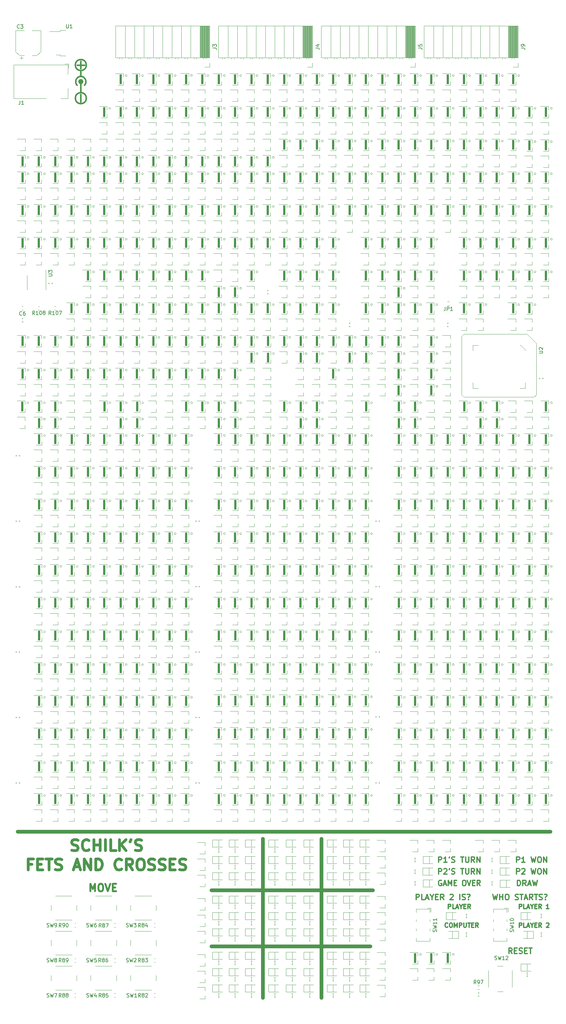
<source format=gbr>
G04 #@! TF.GenerationSoftware,KiCad,Pcbnew,(5.1.10)-1*
G04 #@! TF.CreationDate,2022-02-07T11:06:35+01:00*
G04 #@! TF.ProjectId,FetsAndCrosses,46657473-416e-4644-9372-6f737365732e,v1.0*
G04 #@! TF.SameCoordinates,Original*
G04 #@! TF.FileFunction,Legend,Top*
G04 #@! TF.FilePolarity,Positive*
%FSLAX46Y46*%
G04 Gerber Fmt 4.6, Leading zero omitted, Abs format (unit mm)*
G04 Created by KiCad (PCBNEW (5.1.10)-1) date 2022-02-07 11:06:35*
%MOMM*%
%LPD*%
G01*
G04 APERTURE LIST*
%ADD10C,1.000000*%
%ADD11C,0.120000*%
%ADD12C,0.300000*%
%ADD13C,0.750000*%
%ADD14C,0.500000*%
%ADD15C,0.100000*%
%ADD16C,0.400000*%
%ADD17C,0.150000*%
G04 APERTURE END LIST*
D10*
X109855000Y-231775000D02*
X112395000Y-231775000D01*
D11*
X113665000Y-231775000D02*
X109855000Y-231775000D01*
D10*
X19685000Y-215900000D02*
X164465000Y-215900000D01*
D12*
X155472142Y-230548571D02*
X155472142Y-229048571D01*
X155829285Y-229048571D01*
X156043571Y-229120000D01*
X156186428Y-229262857D01*
X156257857Y-229405714D01*
X156329285Y-229691428D01*
X156329285Y-229905714D01*
X156257857Y-230191428D01*
X156186428Y-230334285D01*
X156043571Y-230477142D01*
X155829285Y-230548571D01*
X155472142Y-230548571D01*
X157829285Y-230548571D02*
X157329285Y-229834285D01*
X156972142Y-230548571D02*
X156972142Y-229048571D01*
X157543571Y-229048571D01*
X157686428Y-229120000D01*
X157757857Y-229191428D01*
X157829285Y-229334285D01*
X157829285Y-229548571D01*
X157757857Y-229691428D01*
X157686428Y-229762857D01*
X157543571Y-229834285D01*
X156972142Y-229834285D01*
X158400714Y-230120000D02*
X159115000Y-230120000D01*
X158257857Y-230548571D02*
X158757857Y-229048571D01*
X159257857Y-230548571D01*
X159615000Y-229048571D02*
X159972142Y-230548571D01*
X160257857Y-229477142D01*
X160543571Y-230548571D01*
X160900714Y-229048571D01*
X155277857Y-224198571D02*
X155277857Y-222698571D01*
X155849285Y-222698571D01*
X155992142Y-222770000D01*
X156063571Y-222841428D01*
X156135000Y-222984285D01*
X156135000Y-223198571D01*
X156063571Y-223341428D01*
X155992142Y-223412857D01*
X155849285Y-223484285D01*
X155277857Y-223484285D01*
X157563571Y-224198571D02*
X156706428Y-224198571D01*
X157135000Y-224198571D02*
X157135000Y-222698571D01*
X156992142Y-222912857D01*
X156849285Y-223055714D01*
X156706428Y-223127142D01*
X159206428Y-222698571D02*
X159563571Y-224198571D01*
X159849285Y-223127142D01*
X160135000Y-224198571D01*
X160492142Y-222698571D01*
X161349285Y-222698571D02*
X161635000Y-222698571D01*
X161777857Y-222770000D01*
X161920714Y-222912857D01*
X161992142Y-223198571D01*
X161992142Y-223698571D01*
X161920714Y-223984285D01*
X161777857Y-224127142D01*
X161635000Y-224198571D01*
X161349285Y-224198571D01*
X161206428Y-224127142D01*
X161063571Y-223984285D01*
X160992142Y-223698571D01*
X160992142Y-223198571D01*
X161063571Y-222912857D01*
X161206428Y-222770000D01*
X161349285Y-222698571D01*
X162635000Y-224198571D02*
X162635000Y-222698571D01*
X163492142Y-224198571D01*
X163492142Y-222698571D01*
X155277857Y-227373571D02*
X155277857Y-225873571D01*
X155849285Y-225873571D01*
X155992142Y-225945000D01*
X156063571Y-226016428D01*
X156135000Y-226159285D01*
X156135000Y-226373571D01*
X156063571Y-226516428D01*
X155992142Y-226587857D01*
X155849285Y-226659285D01*
X155277857Y-226659285D01*
X156706428Y-226016428D02*
X156777857Y-225945000D01*
X156920714Y-225873571D01*
X157277857Y-225873571D01*
X157420714Y-225945000D01*
X157492142Y-226016428D01*
X157563571Y-226159285D01*
X157563571Y-226302142D01*
X157492142Y-226516428D01*
X156635000Y-227373571D01*
X157563571Y-227373571D01*
X159206428Y-225873571D02*
X159563571Y-227373571D01*
X159849285Y-226302142D01*
X160135000Y-227373571D01*
X160492142Y-225873571D01*
X161349285Y-225873571D02*
X161635000Y-225873571D01*
X161777857Y-225945000D01*
X161920714Y-226087857D01*
X161992142Y-226373571D01*
X161992142Y-226873571D01*
X161920714Y-227159285D01*
X161777857Y-227302142D01*
X161635000Y-227373571D01*
X161349285Y-227373571D01*
X161206428Y-227302142D01*
X161063571Y-227159285D01*
X160992142Y-226873571D01*
X160992142Y-226373571D01*
X161063571Y-226087857D01*
X161206428Y-225945000D01*
X161349285Y-225873571D01*
X162635000Y-227373571D02*
X162635000Y-225873571D01*
X163492142Y-227373571D01*
X163492142Y-225873571D01*
X134833333Y-229120000D02*
X134700000Y-229048571D01*
X134500000Y-229048571D01*
X134300000Y-229120000D01*
X134166666Y-229262857D01*
X134100000Y-229405714D01*
X134033333Y-229691428D01*
X134033333Y-229905714D01*
X134100000Y-230191428D01*
X134166666Y-230334285D01*
X134300000Y-230477142D01*
X134500000Y-230548571D01*
X134633333Y-230548571D01*
X134833333Y-230477142D01*
X134900000Y-230405714D01*
X134900000Y-229905714D01*
X134633333Y-229905714D01*
X135433333Y-230120000D02*
X136100000Y-230120000D01*
X135300000Y-230548571D02*
X135766666Y-229048571D01*
X136233333Y-230548571D01*
X136700000Y-230548571D02*
X136700000Y-229048571D01*
X137166666Y-230120000D01*
X137633333Y-229048571D01*
X137633333Y-230548571D01*
X138300000Y-229762857D02*
X138766666Y-229762857D01*
X138966666Y-230548571D02*
X138300000Y-230548571D01*
X138300000Y-229048571D01*
X138966666Y-229048571D01*
X140900000Y-229048571D02*
X141166666Y-229048571D01*
X141300000Y-229120000D01*
X141433333Y-229262857D01*
X141500000Y-229548571D01*
X141500000Y-230048571D01*
X141433333Y-230334285D01*
X141300000Y-230477142D01*
X141166666Y-230548571D01*
X140900000Y-230548571D01*
X140766666Y-230477142D01*
X140633333Y-230334285D01*
X140566666Y-230048571D01*
X140566666Y-229548571D01*
X140633333Y-229262857D01*
X140766666Y-229120000D01*
X140900000Y-229048571D01*
X141900000Y-229048571D02*
X142366666Y-230548571D01*
X142833333Y-229048571D01*
X143300000Y-229762857D02*
X143766666Y-229762857D01*
X143966666Y-230548571D02*
X143300000Y-230548571D01*
X143300000Y-229048571D01*
X143966666Y-229048571D01*
X145366666Y-230548571D02*
X144900000Y-229834285D01*
X144566666Y-230548571D02*
X144566666Y-229048571D01*
X145100000Y-229048571D01*
X145233333Y-229120000D01*
X145300000Y-229191428D01*
X145366666Y-229334285D01*
X145366666Y-229548571D01*
X145300000Y-229691428D01*
X145233333Y-229762857D01*
X145100000Y-229834285D01*
X144566666Y-229834285D01*
X134057142Y-227373571D02*
X134057142Y-225873571D01*
X134628571Y-225873571D01*
X134771428Y-225945000D01*
X134842857Y-226016428D01*
X134914285Y-226159285D01*
X134914285Y-226373571D01*
X134842857Y-226516428D01*
X134771428Y-226587857D01*
X134628571Y-226659285D01*
X134057142Y-226659285D01*
X135485714Y-226016428D02*
X135557142Y-225945000D01*
X135700000Y-225873571D01*
X136057142Y-225873571D01*
X136200000Y-225945000D01*
X136271428Y-226016428D01*
X136342857Y-226159285D01*
X136342857Y-226302142D01*
X136271428Y-226516428D01*
X135414285Y-227373571D01*
X136342857Y-227373571D01*
X137057142Y-225873571D02*
X136914285Y-226159285D01*
X137628571Y-227302142D02*
X137842857Y-227373571D01*
X138200000Y-227373571D01*
X138342857Y-227302142D01*
X138414285Y-227230714D01*
X138485714Y-227087857D01*
X138485714Y-226945000D01*
X138414285Y-226802142D01*
X138342857Y-226730714D01*
X138200000Y-226659285D01*
X137914285Y-226587857D01*
X137771428Y-226516428D01*
X137700000Y-226445000D01*
X137628571Y-226302142D01*
X137628571Y-226159285D01*
X137700000Y-226016428D01*
X137771428Y-225945000D01*
X137914285Y-225873571D01*
X138271428Y-225873571D01*
X138485714Y-225945000D01*
X140057142Y-225873571D02*
X140914285Y-225873571D01*
X140485714Y-227373571D02*
X140485714Y-225873571D01*
X141414285Y-225873571D02*
X141414285Y-227087857D01*
X141485714Y-227230714D01*
X141557142Y-227302142D01*
X141700000Y-227373571D01*
X141985714Y-227373571D01*
X142128571Y-227302142D01*
X142200000Y-227230714D01*
X142271428Y-227087857D01*
X142271428Y-225873571D01*
X143842857Y-227373571D02*
X143342857Y-226659285D01*
X142985714Y-227373571D02*
X142985714Y-225873571D01*
X143557142Y-225873571D01*
X143700000Y-225945000D01*
X143771428Y-226016428D01*
X143842857Y-226159285D01*
X143842857Y-226373571D01*
X143771428Y-226516428D01*
X143700000Y-226587857D01*
X143557142Y-226659285D01*
X142985714Y-226659285D01*
X144485714Y-227373571D02*
X144485714Y-225873571D01*
X145342857Y-227373571D01*
X145342857Y-225873571D01*
X134057142Y-224198571D02*
X134057142Y-222698571D01*
X134628571Y-222698571D01*
X134771428Y-222770000D01*
X134842857Y-222841428D01*
X134914285Y-222984285D01*
X134914285Y-223198571D01*
X134842857Y-223341428D01*
X134771428Y-223412857D01*
X134628571Y-223484285D01*
X134057142Y-223484285D01*
X136342857Y-224198571D02*
X135485714Y-224198571D01*
X135914285Y-224198571D02*
X135914285Y-222698571D01*
X135771428Y-222912857D01*
X135628571Y-223055714D01*
X135485714Y-223127142D01*
X137057142Y-222698571D02*
X136914285Y-222984285D01*
X137628571Y-224127142D02*
X137842857Y-224198571D01*
X138200000Y-224198571D01*
X138342857Y-224127142D01*
X138414285Y-224055714D01*
X138485714Y-223912857D01*
X138485714Y-223770000D01*
X138414285Y-223627142D01*
X138342857Y-223555714D01*
X138200000Y-223484285D01*
X137914285Y-223412857D01*
X137771428Y-223341428D01*
X137700000Y-223270000D01*
X137628571Y-223127142D01*
X137628571Y-222984285D01*
X137700000Y-222841428D01*
X137771428Y-222770000D01*
X137914285Y-222698571D01*
X138271428Y-222698571D01*
X138485714Y-222770000D01*
X140057142Y-222698571D02*
X140914285Y-222698571D01*
X140485714Y-224198571D02*
X140485714Y-222698571D01*
X141414285Y-222698571D02*
X141414285Y-223912857D01*
X141485714Y-224055714D01*
X141557142Y-224127142D01*
X141700000Y-224198571D01*
X141985714Y-224198571D01*
X142128571Y-224127142D01*
X142200000Y-224055714D01*
X142271428Y-223912857D01*
X142271428Y-222698571D01*
X143842857Y-224198571D02*
X143342857Y-223484285D01*
X142985714Y-224198571D02*
X142985714Y-222698571D01*
X143557142Y-222698571D01*
X143700000Y-222770000D01*
X143771428Y-222841428D01*
X143842857Y-222984285D01*
X143842857Y-223198571D01*
X143771428Y-223341428D01*
X143700000Y-223412857D01*
X143557142Y-223484285D01*
X142985714Y-223484285D01*
X144485714Y-224198571D02*
X144485714Y-222698571D01*
X145342857Y-224198571D01*
X145342857Y-222698571D01*
X154031428Y-248963571D02*
X153531428Y-248249285D01*
X153174285Y-248963571D02*
X153174285Y-247463571D01*
X153745714Y-247463571D01*
X153888571Y-247535000D01*
X153960000Y-247606428D01*
X154031428Y-247749285D01*
X154031428Y-247963571D01*
X153960000Y-248106428D01*
X153888571Y-248177857D01*
X153745714Y-248249285D01*
X153174285Y-248249285D01*
X154674285Y-248177857D02*
X155174285Y-248177857D01*
X155388571Y-248963571D02*
X154674285Y-248963571D01*
X154674285Y-247463571D01*
X155388571Y-247463571D01*
X155960000Y-248892142D02*
X156174285Y-248963571D01*
X156531428Y-248963571D01*
X156674285Y-248892142D01*
X156745714Y-248820714D01*
X156817142Y-248677857D01*
X156817142Y-248535000D01*
X156745714Y-248392142D01*
X156674285Y-248320714D01*
X156531428Y-248249285D01*
X156245714Y-248177857D01*
X156102857Y-248106428D01*
X156031428Y-248035000D01*
X155960000Y-247892142D01*
X155960000Y-247749285D01*
X156031428Y-247606428D01*
X156102857Y-247535000D01*
X156245714Y-247463571D01*
X156602857Y-247463571D01*
X156817142Y-247535000D01*
X157460000Y-248177857D02*
X157960000Y-248177857D01*
X158174285Y-248963571D02*
X157460000Y-248963571D01*
X157460000Y-247463571D01*
X158174285Y-247463571D01*
X158602857Y-247463571D02*
X159460000Y-247463571D01*
X159031428Y-248963571D02*
X159031428Y-247463571D01*
D13*
X34315000Y-220839285D02*
X34743571Y-220982142D01*
X35457857Y-220982142D01*
X35743571Y-220839285D01*
X35886428Y-220696428D01*
X36029285Y-220410714D01*
X36029285Y-220125000D01*
X35886428Y-219839285D01*
X35743571Y-219696428D01*
X35457857Y-219553571D01*
X34886428Y-219410714D01*
X34600714Y-219267857D01*
X34457857Y-219125000D01*
X34315000Y-218839285D01*
X34315000Y-218553571D01*
X34457857Y-218267857D01*
X34600714Y-218125000D01*
X34886428Y-217982142D01*
X35600714Y-217982142D01*
X36029285Y-218125000D01*
X39029285Y-220696428D02*
X38886428Y-220839285D01*
X38457857Y-220982142D01*
X38172142Y-220982142D01*
X37743571Y-220839285D01*
X37457857Y-220553571D01*
X37315000Y-220267857D01*
X37172142Y-219696428D01*
X37172142Y-219267857D01*
X37315000Y-218696428D01*
X37457857Y-218410714D01*
X37743571Y-218125000D01*
X38172142Y-217982142D01*
X38457857Y-217982142D01*
X38886428Y-218125000D01*
X39029285Y-218267857D01*
X40315000Y-220982142D02*
X40315000Y-217982142D01*
X40315000Y-219410714D02*
X42029285Y-219410714D01*
X42029285Y-220982142D02*
X42029285Y-217982142D01*
X43457857Y-220982142D02*
X43457857Y-217982142D01*
X46315000Y-220982142D02*
X44886428Y-220982142D01*
X44886428Y-217982142D01*
X47315000Y-220982142D02*
X47315000Y-217982142D01*
X49029285Y-220982142D02*
X47743571Y-219267857D01*
X49029285Y-217982142D02*
X47315000Y-219696428D01*
X50457857Y-217982142D02*
X50172142Y-218553571D01*
X51600714Y-220839285D02*
X52029285Y-220982142D01*
X52743571Y-220982142D01*
X53029285Y-220839285D01*
X53172142Y-220696428D01*
X53315000Y-220410714D01*
X53315000Y-220125000D01*
X53172142Y-219839285D01*
X53029285Y-219696428D01*
X52743571Y-219553571D01*
X52172142Y-219410714D01*
X51886428Y-219267857D01*
X51743571Y-219125000D01*
X51600714Y-218839285D01*
X51600714Y-218553571D01*
X51743571Y-218267857D01*
X51886428Y-218125000D01*
X52172142Y-217982142D01*
X52886428Y-217982142D01*
X53315000Y-218125000D01*
X23457857Y-224660714D02*
X22457857Y-224660714D01*
X22457857Y-226232142D02*
X22457857Y-223232142D01*
X23886428Y-223232142D01*
X25029285Y-224660714D02*
X26029285Y-224660714D01*
X26457857Y-226232142D02*
X25029285Y-226232142D01*
X25029285Y-223232142D01*
X26457857Y-223232142D01*
X27314999Y-223232142D02*
X29029285Y-223232142D01*
X28172142Y-226232142D02*
X28172142Y-223232142D01*
X29886428Y-226089285D02*
X30314999Y-226232142D01*
X31029285Y-226232142D01*
X31314999Y-226089285D01*
X31457857Y-225946428D01*
X31600714Y-225660714D01*
X31600714Y-225375000D01*
X31457857Y-225089285D01*
X31314999Y-224946428D01*
X31029285Y-224803571D01*
X30457857Y-224660714D01*
X30172142Y-224517857D01*
X30029285Y-224375000D01*
X29886428Y-224089285D01*
X29886428Y-223803571D01*
X30029285Y-223517857D01*
X30172142Y-223375000D01*
X30457857Y-223232142D01*
X31172142Y-223232142D01*
X31600714Y-223375000D01*
X35029285Y-225375000D02*
X36457857Y-225375000D01*
X34743571Y-226232142D02*
X35743571Y-223232142D01*
X36743571Y-226232142D01*
X37743571Y-226232142D02*
X37743571Y-223232142D01*
X39457857Y-226232142D01*
X39457857Y-223232142D01*
X40886428Y-226232142D02*
X40886428Y-223232142D01*
X41600714Y-223232142D01*
X42029285Y-223375000D01*
X42314999Y-223660714D01*
X42457857Y-223946428D01*
X42600714Y-224517857D01*
X42600714Y-224946428D01*
X42457857Y-225517857D01*
X42314999Y-225803571D01*
X42029285Y-226089285D01*
X41600714Y-226232142D01*
X40886428Y-226232142D01*
X47886428Y-225946428D02*
X47743571Y-226089285D01*
X47314999Y-226232142D01*
X47029285Y-226232142D01*
X46600714Y-226089285D01*
X46314999Y-225803571D01*
X46172142Y-225517857D01*
X46029285Y-224946428D01*
X46029285Y-224517857D01*
X46172142Y-223946428D01*
X46314999Y-223660714D01*
X46600714Y-223375000D01*
X47029285Y-223232142D01*
X47314999Y-223232142D01*
X47743571Y-223375000D01*
X47886428Y-223517857D01*
X50886428Y-226232142D02*
X49886428Y-224803571D01*
X49172142Y-226232142D02*
X49172142Y-223232142D01*
X50314999Y-223232142D01*
X50600714Y-223375000D01*
X50743571Y-223517857D01*
X50886428Y-223803571D01*
X50886428Y-224232142D01*
X50743571Y-224517857D01*
X50600714Y-224660714D01*
X50314999Y-224803571D01*
X49172142Y-224803571D01*
X52743571Y-223232142D02*
X53314999Y-223232142D01*
X53600714Y-223375000D01*
X53886428Y-223660714D01*
X54029285Y-224232142D01*
X54029285Y-225232142D01*
X53886428Y-225803571D01*
X53600714Y-226089285D01*
X53314999Y-226232142D01*
X52743571Y-226232142D01*
X52457857Y-226089285D01*
X52172142Y-225803571D01*
X52029285Y-225232142D01*
X52029285Y-224232142D01*
X52172142Y-223660714D01*
X52457857Y-223375000D01*
X52743571Y-223232142D01*
X55172142Y-226089285D02*
X55600714Y-226232142D01*
X56314999Y-226232142D01*
X56600714Y-226089285D01*
X56743571Y-225946428D01*
X56886428Y-225660714D01*
X56886428Y-225375000D01*
X56743571Y-225089285D01*
X56600714Y-224946428D01*
X56314999Y-224803571D01*
X55743571Y-224660714D01*
X55457857Y-224517857D01*
X55314999Y-224375000D01*
X55172142Y-224089285D01*
X55172142Y-223803571D01*
X55314999Y-223517857D01*
X55457857Y-223375000D01*
X55743571Y-223232142D01*
X56457857Y-223232142D01*
X56886428Y-223375000D01*
X58029285Y-226089285D02*
X58457857Y-226232142D01*
X59172142Y-226232142D01*
X59457857Y-226089285D01*
X59600714Y-225946428D01*
X59743571Y-225660714D01*
X59743571Y-225375000D01*
X59600714Y-225089285D01*
X59457857Y-224946428D01*
X59172142Y-224803571D01*
X58600714Y-224660714D01*
X58314999Y-224517857D01*
X58172142Y-224375000D01*
X58029285Y-224089285D01*
X58029285Y-223803571D01*
X58172142Y-223517857D01*
X58314999Y-223375000D01*
X58600714Y-223232142D01*
X59314999Y-223232142D01*
X59743571Y-223375000D01*
X61029285Y-224660714D02*
X62029285Y-224660714D01*
X62457857Y-226232142D02*
X61029285Y-226232142D01*
X61029285Y-223232142D01*
X62457857Y-223232142D01*
X63600714Y-226089285D02*
X64029285Y-226232142D01*
X64743571Y-226232142D01*
X65029285Y-226089285D01*
X65172142Y-225946428D01*
X65314999Y-225660714D01*
X65314999Y-225375000D01*
X65172142Y-225089285D01*
X65029285Y-224946428D01*
X64743571Y-224803571D01*
X64172142Y-224660714D01*
X63886428Y-224517857D01*
X63743571Y-224375000D01*
X63600714Y-224089285D01*
X63600714Y-223803571D01*
X63743571Y-223517857D01*
X63886428Y-223375000D01*
X64172142Y-223232142D01*
X64886428Y-223232142D01*
X65314999Y-223375000D01*
D12*
X156020000Y-236762857D02*
X156020000Y-235562857D01*
X156477142Y-235562857D01*
X156591428Y-235620000D01*
X156648571Y-235677142D01*
X156705714Y-235791428D01*
X156705714Y-235962857D01*
X156648571Y-236077142D01*
X156591428Y-236134285D01*
X156477142Y-236191428D01*
X156020000Y-236191428D01*
X157791428Y-236762857D02*
X157220000Y-236762857D01*
X157220000Y-235562857D01*
X158134285Y-236420000D02*
X158705714Y-236420000D01*
X158020000Y-236762857D02*
X158420000Y-235562857D01*
X158820000Y-236762857D01*
X159448571Y-236191428D02*
X159448571Y-236762857D01*
X159048571Y-235562857D02*
X159448571Y-236191428D01*
X159848571Y-235562857D01*
X160248571Y-236134285D02*
X160648571Y-236134285D01*
X160820000Y-236762857D02*
X160248571Y-236762857D01*
X160248571Y-235562857D01*
X160820000Y-235562857D01*
X162020000Y-236762857D02*
X161620000Y-236191428D01*
X161334285Y-236762857D02*
X161334285Y-235562857D01*
X161791428Y-235562857D01*
X161905714Y-235620000D01*
X161962857Y-235677142D01*
X162020000Y-235791428D01*
X162020000Y-235962857D01*
X161962857Y-236077142D01*
X161905714Y-236134285D01*
X161791428Y-236191428D01*
X161334285Y-236191428D01*
X164077142Y-236762857D02*
X163391428Y-236762857D01*
X163734285Y-236762857D02*
X163734285Y-235562857D01*
X163620000Y-235734285D01*
X163505714Y-235848571D01*
X163391428Y-235905714D01*
X156020000Y-241842857D02*
X156020000Y-240642857D01*
X156477142Y-240642857D01*
X156591428Y-240700000D01*
X156648571Y-240757142D01*
X156705714Y-240871428D01*
X156705714Y-241042857D01*
X156648571Y-241157142D01*
X156591428Y-241214285D01*
X156477142Y-241271428D01*
X156020000Y-241271428D01*
X157791428Y-241842857D02*
X157220000Y-241842857D01*
X157220000Y-240642857D01*
X158134285Y-241500000D02*
X158705714Y-241500000D01*
X158020000Y-241842857D02*
X158420000Y-240642857D01*
X158820000Y-241842857D01*
X159448571Y-241271428D02*
X159448571Y-241842857D01*
X159048571Y-240642857D02*
X159448571Y-241271428D01*
X159848571Y-240642857D01*
X160248571Y-241214285D02*
X160648571Y-241214285D01*
X160820000Y-241842857D02*
X160248571Y-241842857D01*
X160248571Y-240642857D01*
X160820000Y-240642857D01*
X162020000Y-241842857D02*
X161620000Y-241271428D01*
X161334285Y-241842857D02*
X161334285Y-240642857D01*
X161791428Y-240642857D01*
X161905714Y-240700000D01*
X161962857Y-240757142D01*
X162020000Y-240871428D01*
X162020000Y-241042857D01*
X161962857Y-241157142D01*
X161905714Y-241214285D01*
X161791428Y-241271428D01*
X161334285Y-241271428D01*
X163391428Y-240757142D02*
X163448571Y-240700000D01*
X163562857Y-240642857D01*
X163848571Y-240642857D01*
X163962857Y-240700000D01*
X164020000Y-240757142D01*
X164077142Y-240871428D01*
X164077142Y-240985714D01*
X164020000Y-241157142D01*
X163334285Y-241842857D01*
X164077142Y-241842857D01*
X148817142Y-232858571D02*
X149174285Y-234358571D01*
X149460000Y-233287142D01*
X149745714Y-234358571D01*
X150102857Y-232858571D01*
X150674285Y-234358571D02*
X150674285Y-232858571D01*
X150674285Y-233572857D02*
X151531428Y-233572857D01*
X151531428Y-234358571D02*
X151531428Y-232858571D01*
X152531428Y-232858571D02*
X152817142Y-232858571D01*
X152960000Y-232930000D01*
X153102857Y-233072857D01*
X153174285Y-233358571D01*
X153174285Y-233858571D01*
X153102857Y-234144285D01*
X152960000Y-234287142D01*
X152817142Y-234358571D01*
X152531428Y-234358571D01*
X152388571Y-234287142D01*
X152245714Y-234144285D01*
X152174285Y-233858571D01*
X152174285Y-233358571D01*
X152245714Y-233072857D01*
X152388571Y-232930000D01*
X152531428Y-232858571D01*
X154888571Y-234287142D02*
X155102857Y-234358571D01*
X155460000Y-234358571D01*
X155602857Y-234287142D01*
X155674285Y-234215714D01*
X155745714Y-234072857D01*
X155745714Y-233930000D01*
X155674285Y-233787142D01*
X155602857Y-233715714D01*
X155460000Y-233644285D01*
X155174285Y-233572857D01*
X155031428Y-233501428D01*
X154960000Y-233430000D01*
X154888571Y-233287142D01*
X154888571Y-233144285D01*
X154960000Y-233001428D01*
X155031428Y-232930000D01*
X155174285Y-232858571D01*
X155531428Y-232858571D01*
X155745714Y-232930000D01*
X156174285Y-232858571D02*
X157031428Y-232858571D01*
X156602857Y-234358571D02*
X156602857Y-232858571D01*
X157460000Y-233930000D02*
X158174285Y-233930000D01*
X157317142Y-234358571D02*
X157817142Y-232858571D01*
X158317142Y-234358571D01*
X159674285Y-234358571D02*
X159174285Y-233644285D01*
X158817142Y-234358571D02*
X158817142Y-232858571D01*
X159388571Y-232858571D01*
X159531428Y-232930000D01*
X159602857Y-233001428D01*
X159674285Y-233144285D01*
X159674285Y-233358571D01*
X159602857Y-233501428D01*
X159531428Y-233572857D01*
X159388571Y-233644285D01*
X158817142Y-233644285D01*
X160102857Y-232858571D02*
X160960000Y-232858571D01*
X160531428Y-234358571D02*
X160531428Y-232858571D01*
X161388571Y-234287142D02*
X161602857Y-234358571D01*
X161960000Y-234358571D01*
X162102857Y-234287142D01*
X162174285Y-234215714D01*
X162245714Y-234072857D01*
X162245714Y-233930000D01*
X162174285Y-233787142D01*
X162102857Y-233715714D01*
X161960000Y-233644285D01*
X161674285Y-233572857D01*
X161531428Y-233501428D01*
X161460000Y-233430000D01*
X161388571Y-233287142D01*
X161388571Y-233144285D01*
X161460000Y-233001428D01*
X161531428Y-232930000D01*
X161674285Y-232858571D01*
X162031428Y-232858571D01*
X162245714Y-232930000D01*
X163102857Y-234215714D02*
X163174285Y-234287142D01*
X163102857Y-234358571D01*
X163031428Y-234287142D01*
X163102857Y-234215714D01*
X163102857Y-234358571D01*
X162817142Y-232930000D02*
X162960000Y-232858571D01*
X163317142Y-232858571D01*
X163460000Y-232930000D01*
X163531428Y-233072857D01*
X163531428Y-233215714D01*
X163460000Y-233358571D01*
X163388571Y-233430000D01*
X163245714Y-233501428D01*
X163174285Y-233572857D01*
X163102857Y-233715714D01*
X163102857Y-233787142D01*
X136563571Y-241728571D02*
X136506428Y-241785714D01*
X136335000Y-241842857D01*
X136220714Y-241842857D01*
X136049285Y-241785714D01*
X135935000Y-241671428D01*
X135877857Y-241557142D01*
X135820714Y-241328571D01*
X135820714Y-241157142D01*
X135877857Y-240928571D01*
X135935000Y-240814285D01*
X136049285Y-240700000D01*
X136220714Y-240642857D01*
X136335000Y-240642857D01*
X136506428Y-240700000D01*
X136563571Y-240757142D01*
X137306428Y-240642857D02*
X137535000Y-240642857D01*
X137649285Y-240700000D01*
X137763571Y-240814285D01*
X137820714Y-241042857D01*
X137820714Y-241442857D01*
X137763571Y-241671428D01*
X137649285Y-241785714D01*
X137535000Y-241842857D01*
X137306428Y-241842857D01*
X137192142Y-241785714D01*
X137077857Y-241671428D01*
X137020714Y-241442857D01*
X137020714Y-241042857D01*
X137077857Y-240814285D01*
X137192142Y-240700000D01*
X137306428Y-240642857D01*
X138335000Y-241842857D02*
X138335000Y-240642857D01*
X138735000Y-241500000D01*
X139135000Y-240642857D01*
X139135000Y-241842857D01*
X139706428Y-241842857D02*
X139706428Y-240642857D01*
X140163571Y-240642857D01*
X140277857Y-240700000D01*
X140335000Y-240757142D01*
X140392142Y-240871428D01*
X140392142Y-241042857D01*
X140335000Y-241157142D01*
X140277857Y-241214285D01*
X140163571Y-241271428D01*
X139706428Y-241271428D01*
X140906428Y-240642857D02*
X140906428Y-241614285D01*
X140963571Y-241728571D01*
X141020714Y-241785714D01*
X141135000Y-241842857D01*
X141363571Y-241842857D01*
X141477857Y-241785714D01*
X141535000Y-241728571D01*
X141592142Y-241614285D01*
X141592142Y-240642857D01*
X141992142Y-240642857D02*
X142677857Y-240642857D01*
X142335000Y-241842857D02*
X142335000Y-240642857D01*
X143077857Y-241214285D02*
X143477857Y-241214285D01*
X143649285Y-241842857D02*
X143077857Y-241842857D01*
X143077857Y-240642857D01*
X143649285Y-240642857D01*
X144849285Y-241842857D02*
X144449285Y-241271428D01*
X144163571Y-241842857D02*
X144163571Y-240642857D01*
X144620714Y-240642857D01*
X144735000Y-240700000D01*
X144792142Y-240757142D01*
X144849285Y-240871428D01*
X144849285Y-241042857D01*
X144792142Y-241157142D01*
X144735000Y-241214285D01*
X144620714Y-241271428D01*
X144163571Y-241271428D01*
X136728571Y-236762857D02*
X136728571Y-235562857D01*
X137185714Y-235562857D01*
X137300000Y-235620000D01*
X137357142Y-235677142D01*
X137414285Y-235791428D01*
X137414285Y-235962857D01*
X137357142Y-236077142D01*
X137300000Y-236134285D01*
X137185714Y-236191428D01*
X136728571Y-236191428D01*
X138500000Y-236762857D02*
X137928571Y-236762857D01*
X137928571Y-235562857D01*
X138842857Y-236420000D02*
X139414285Y-236420000D01*
X138728571Y-236762857D02*
X139128571Y-235562857D01*
X139528571Y-236762857D01*
X140157142Y-236191428D02*
X140157142Y-236762857D01*
X139757142Y-235562857D02*
X140157142Y-236191428D01*
X140557142Y-235562857D01*
X140957142Y-236134285D02*
X141357142Y-236134285D01*
X141528571Y-236762857D02*
X140957142Y-236762857D01*
X140957142Y-235562857D01*
X141528571Y-235562857D01*
X142728571Y-236762857D02*
X142328571Y-236191428D01*
X142042857Y-236762857D02*
X142042857Y-235562857D01*
X142500000Y-235562857D01*
X142614285Y-235620000D01*
X142671428Y-235677142D01*
X142728571Y-235791428D01*
X142728571Y-235962857D01*
X142671428Y-236077142D01*
X142614285Y-236134285D01*
X142500000Y-236191428D01*
X142042857Y-236191428D01*
X127969285Y-234358571D02*
X127969285Y-232858571D01*
X128540714Y-232858571D01*
X128683571Y-232930000D01*
X128755000Y-233001428D01*
X128826428Y-233144285D01*
X128826428Y-233358571D01*
X128755000Y-233501428D01*
X128683571Y-233572857D01*
X128540714Y-233644285D01*
X127969285Y-233644285D01*
X130183571Y-234358571D02*
X129469285Y-234358571D01*
X129469285Y-232858571D01*
X130612142Y-233930000D02*
X131326428Y-233930000D01*
X130469285Y-234358571D02*
X130969285Y-232858571D01*
X131469285Y-234358571D01*
X132255000Y-233644285D02*
X132255000Y-234358571D01*
X131755000Y-232858571D02*
X132255000Y-233644285D01*
X132755000Y-232858571D01*
X133255000Y-233572857D02*
X133755000Y-233572857D01*
X133969285Y-234358571D02*
X133255000Y-234358571D01*
X133255000Y-232858571D01*
X133969285Y-232858571D01*
X135469285Y-234358571D02*
X134969285Y-233644285D01*
X134612142Y-234358571D02*
X134612142Y-232858571D01*
X135183571Y-232858571D01*
X135326428Y-232930000D01*
X135397857Y-233001428D01*
X135469285Y-233144285D01*
X135469285Y-233358571D01*
X135397857Y-233501428D01*
X135326428Y-233572857D01*
X135183571Y-233644285D01*
X134612142Y-233644285D01*
X137183571Y-233001428D02*
X137255000Y-232930000D01*
X137397857Y-232858571D01*
X137755000Y-232858571D01*
X137897857Y-232930000D01*
X137969285Y-233001428D01*
X138040714Y-233144285D01*
X138040714Y-233287142D01*
X137969285Y-233501428D01*
X137112142Y-234358571D01*
X138040714Y-234358571D01*
X139826428Y-234358571D02*
X139826428Y-232858571D01*
X140469285Y-234287142D02*
X140683571Y-234358571D01*
X141040714Y-234358571D01*
X141183571Y-234287142D01*
X141255000Y-234215714D01*
X141326428Y-234072857D01*
X141326428Y-233930000D01*
X141255000Y-233787142D01*
X141183571Y-233715714D01*
X141040714Y-233644285D01*
X140755000Y-233572857D01*
X140612142Y-233501428D01*
X140540714Y-233430000D01*
X140469285Y-233287142D01*
X140469285Y-233144285D01*
X140540714Y-233001428D01*
X140612142Y-232930000D01*
X140755000Y-232858571D01*
X141112142Y-232858571D01*
X141326428Y-232930000D01*
X142183571Y-234215714D02*
X142255000Y-234287142D01*
X142183571Y-234358571D01*
X142112142Y-234287142D01*
X142183571Y-234215714D01*
X142183571Y-234358571D01*
X141897857Y-232930000D02*
X142040714Y-232858571D01*
X142397857Y-232858571D01*
X142540714Y-232930000D01*
X142612142Y-233072857D01*
X142612142Y-233215714D01*
X142540714Y-233358571D01*
X142469285Y-233430000D01*
X142326428Y-233501428D01*
X142255000Y-233572857D01*
X142183571Y-233715714D01*
X142183571Y-233787142D01*
D14*
X39386309Y-232044761D02*
X39386309Y-230044761D01*
X40052976Y-231473333D01*
X40719642Y-230044761D01*
X40719642Y-232044761D01*
X42052976Y-230044761D02*
X42433928Y-230044761D01*
X42624404Y-230140000D01*
X42814880Y-230330476D01*
X42910119Y-230711428D01*
X42910119Y-231378095D01*
X42814880Y-231759047D01*
X42624404Y-231949523D01*
X42433928Y-232044761D01*
X42052976Y-232044761D01*
X41862500Y-231949523D01*
X41672023Y-231759047D01*
X41576785Y-231378095D01*
X41576785Y-230711428D01*
X41672023Y-230330476D01*
X41862500Y-230140000D01*
X42052976Y-230044761D01*
X43481547Y-230044761D02*
X44148214Y-232044761D01*
X44814880Y-230044761D01*
X45481547Y-230997142D02*
X46148214Y-230997142D01*
X46433928Y-232044761D02*
X45481547Y-232044761D01*
X45481547Y-230044761D01*
X46433928Y-230044761D01*
D10*
X111760000Y-231775000D02*
X116205000Y-231775000D01*
X88900000Y-231775000D02*
X111125000Y-231775000D01*
X72390000Y-231775000D02*
X88900000Y-231775000D01*
X72390000Y-247015000D02*
X115570000Y-247015000D01*
X102235000Y-217805000D02*
X102235000Y-260985000D01*
X86360000Y-217805000D02*
X86360000Y-260985000D01*
D11*
G04 #@! TO.C,R97*
X144669742Y-257668500D02*
X145144258Y-257668500D01*
X144669742Y-258713500D02*
X145144258Y-258713500D01*
G04 #@! TO.C,Q1396*
X137285000Y-256215000D02*
X137285000Y-255285000D01*
X137285000Y-253055000D02*
X137285000Y-253985000D01*
X137285000Y-253055000D02*
X135125000Y-253055000D01*
X137285000Y-256215000D02*
X135825000Y-256215000D01*
G04 #@! TO.C,Q1395*
X137285000Y-251770000D02*
X137285000Y-250840000D01*
X137285000Y-248610000D02*
X137285000Y-249540000D01*
X137285000Y-248610000D02*
X135125000Y-248610000D01*
X137285000Y-251770000D02*
X135825000Y-251770000D01*
X136779000Y-248920000D02*
X136271000Y-248920000D01*
X136271000Y-248920000D02*
X136271000Y-251460000D01*
X136271000Y-251460000D02*
X136779000Y-251460000D01*
X136779000Y-251460000D02*
X136779000Y-248920000D01*
D15*
G36*
X136779000Y-251460000D02*
G01*
X136271000Y-251460000D01*
X136271000Y-248920000D01*
X136779000Y-248920000D01*
X136779000Y-251460000D01*
G37*
X136779000Y-251460000D02*
X136271000Y-251460000D01*
X136271000Y-248920000D01*
X136779000Y-248920000D01*
X136779000Y-251460000D01*
D11*
X138303000Y-249174000D02*
G75*
G03*
X138303000Y-249174000I-254000J0D01*
G01*
G04 #@! TO.C,Q1394*
X128395000Y-256215000D02*
X128395000Y-255285000D01*
X128395000Y-253055000D02*
X128395000Y-253985000D01*
X128395000Y-253055000D02*
X126235000Y-253055000D01*
X128395000Y-256215000D02*
X126935000Y-256215000D01*
G04 #@! TO.C,Q1393*
X132840000Y-256215000D02*
X132840000Y-255285000D01*
X132840000Y-253055000D02*
X132840000Y-253985000D01*
X132840000Y-253055000D02*
X130680000Y-253055000D01*
X132840000Y-256215000D02*
X131380000Y-256215000D01*
G04 #@! TO.C,Q1392*
X132840000Y-251770000D02*
X132840000Y-250840000D01*
X132840000Y-248610000D02*
X132840000Y-249540000D01*
X132840000Y-248610000D02*
X130680000Y-248610000D01*
X132840000Y-251770000D02*
X131380000Y-251770000D01*
X132334000Y-248920000D02*
X131826000Y-248920000D01*
X131826000Y-248920000D02*
X131826000Y-251460000D01*
X131826000Y-251460000D02*
X132334000Y-251460000D01*
X132334000Y-251460000D02*
X132334000Y-248920000D01*
D15*
G36*
X132334000Y-251460000D02*
G01*
X131826000Y-251460000D01*
X131826000Y-248920000D01*
X132334000Y-248920000D01*
X132334000Y-251460000D01*
G37*
X132334000Y-251460000D02*
X131826000Y-251460000D01*
X131826000Y-248920000D01*
X132334000Y-248920000D01*
X132334000Y-251460000D01*
D11*
X133858000Y-249174000D02*
G75*
G03*
X133858000Y-249174000I-254000J0D01*
G01*
G04 #@! TO.C,Q1391*
X128395000Y-251770000D02*
X128395000Y-250840000D01*
X128395000Y-248610000D02*
X128395000Y-249540000D01*
X128395000Y-248610000D02*
X126235000Y-248610000D01*
X128395000Y-251770000D02*
X126935000Y-251770000D01*
X127889000Y-248920000D02*
X127381000Y-248920000D01*
X127381000Y-248920000D02*
X127381000Y-251460000D01*
X127381000Y-251460000D02*
X127889000Y-251460000D01*
X127889000Y-251460000D02*
X127889000Y-248920000D01*
D15*
G36*
X127889000Y-251460000D02*
G01*
X127381000Y-251460000D01*
X127381000Y-248920000D01*
X127889000Y-248920000D01*
X127889000Y-251460000D01*
G37*
X127889000Y-251460000D02*
X127381000Y-251460000D01*
X127381000Y-248920000D01*
X127889000Y-248920000D01*
X127889000Y-251460000D01*
D11*
X129413000Y-249174000D02*
G75*
G03*
X129413000Y-249174000I-254000J0D01*
G01*
G04 #@! TO.C,C1*
X145069779Y-260606000D02*
X144744221Y-260606000D01*
X145069779Y-259586000D02*
X144744221Y-259586000D01*
X144907000Y-259596000D02*
X144907000Y-259846000D01*
X144907000Y-260596000D02*
X144907000Y-260346000D01*
G04 #@! TO.C,U3*
X22205000Y-66675000D02*
X22205000Y-68625000D01*
X22205000Y-66675000D02*
X22205000Y-64725000D01*
X27325000Y-66675000D02*
X27325000Y-68625000D01*
X27325000Y-66675000D02*
X27325000Y-63225000D01*
D15*
G04 #@! TO.C,G1*
G36*
X36830000Y-12565000D02*
G01*
X36330000Y-12065000D01*
X36830000Y-11565000D01*
X37330000Y-12065000D01*
X36830000Y-12565000D01*
G37*
X36830000Y-12565000D02*
X36330000Y-12065000D01*
X36830000Y-11565000D01*
X37330000Y-12065000D01*
X36830000Y-12565000D01*
D16*
X36830000Y-15565000D02*
X36830000Y-17565000D01*
X37830000Y-7565000D02*
X35830000Y-7565000D01*
D11*
X36830000Y-7565000D02*
X37830000Y-7565000D01*
X36830000Y-8565000D02*
X36830000Y-7565000D01*
D16*
X36830000Y-6565000D02*
X36830000Y-8565000D01*
X36830000Y-12565000D02*
X36830000Y-15065000D01*
X36830000Y-9065000D02*
X36830000Y-10565000D01*
X38330000Y-7565000D02*
G75*
G03*
X38330000Y-7565000I-1500000J0D01*
G01*
X38330000Y-16565000D02*
G75*
G03*
X38330000Y-16565000I-1500000J0D01*
G01*
X37330000Y-12065000D02*
G75*
G03*
X37330000Y-12065000I-500000J0D01*
G01*
X35830001Y-13064999D02*
G75*
G02*
X37829999Y-13064999I999999J999999D01*
G01*
D11*
G04 #@! TO.C,J9*
X155635000Y-6985000D02*
X155635000Y-8095000D01*
X155635000Y-8095000D02*
X154305000Y-8095000D01*
X155635000Y3105000D02*
X130115000Y3105000D01*
X130115000Y3105000D02*
X130115000Y-5525000D01*
X155635000Y-5525000D02*
X130115000Y-5525000D01*
X155635000Y3105000D02*
X155635000Y-5525000D01*
X132715000Y3105000D02*
X132715000Y-5525000D01*
X135255000Y3105000D02*
X135255000Y-5525000D01*
X137795000Y3105000D02*
X137795000Y-5525000D01*
X140335000Y3105000D02*
X140335000Y-5525000D01*
X142875000Y3105000D02*
X142875000Y-5525000D01*
X145415000Y3105000D02*
X145415000Y-5525000D01*
X147955000Y3105000D02*
X147955000Y-5525000D01*
X150495000Y3105000D02*
X150495000Y-5525000D01*
X153035000Y3105000D02*
X153035000Y-5525000D01*
X131085000Y-5525000D02*
X131085000Y-5935000D01*
X131805000Y-5525000D02*
X131805000Y-5935000D01*
X133625000Y-5525000D02*
X133625000Y-5935000D01*
X134345000Y-5525000D02*
X134345000Y-5935000D01*
X136165000Y-5525000D02*
X136165000Y-5935000D01*
X136885000Y-5525000D02*
X136885000Y-5935000D01*
X138705000Y-5525000D02*
X138705000Y-5935000D01*
X139425000Y-5525000D02*
X139425000Y-5935000D01*
X141245000Y-5525000D02*
X141245000Y-5935000D01*
X141965000Y-5525000D02*
X141965000Y-5935000D01*
X143785000Y-5525000D02*
X143785000Y-5935000D01*
X144505000Y-5525000D02*
X144505000Y-5935000D01*
X146325000Y-5525000D02*
X146325000Y-5935000D01*
X147045000Y-5525000D02*
X147045000Y-5935000D01*
X148865000Y-5525000D02*
X148865000Y-5935000D01*
X149585000Y-5525000D02*
X149585000Y-5935000D01*
X151405000Y-5525000D02*
X151405000Y-5935000D01*
X152125000Y-5525000D02*
X152125000Y-5935000D01*
X153945000Y-5525000D02*
X153945000Y-5875000D01*
X154665000Y-5525000D02*
X154665000Y-5875000D01*
X153153100Y3105000D02*
X153153100Y-5525000D01*
X153271195Y3105000D02*
X153271195Y-5525000D01*
X153389290Y3105000D02*
X153389290Y-5525000D01*
X153507385Y3105000D02*
X153507385Y-5525000D01*
X153625480Y3105000D02*
X153625480Y-5525000D01*
X153743575Y3105000D02*
X153743575Y-5525000D01*
X153861670Y3105000D02*
X153861670Y-5525000D01*
X153979765Y3105000D02*
X153979765Y-5525000D01*
X154097860Y3105000D02*
X154097860Y-5525000D01*
X154215955Y3105000D02*
X154215955Y-5525000D01*
X154334050Y3105000D02*
X154334050Y-5525000D01*
X154452145Y3105000D02*
X154452145Y-5525000D01*
X154570240Y3105000D02*
X154570240Y-5525000D01*
X154688335Y3105000D02*
X154688335Y-5525000D01*
X154806430Y3105000D02*
X154806430Y-5525000D01*
X154924525Y3105000D02*
X154924525Y-5525000D01*
X155042620Y3105000D02*
X155042620Y-5525000D01*
X155160715Y3105000D02*
X155160715Y-5525000D01*
X155278810Y3105000D02*
X155278810Y-5525000D01*
X155396905Y3105000D02*
X155396905Y-5525000D01*
X155515000Y3105000D02*
X155515000Y-5525000D01*
G04 #@! TO.C,J5*
X127695000Y-6985000D02*
X127695000Y-8095000D01*
X127695000Y-8095000D02*
X126365000Y-8095000D01*
X127695000Y3105000D02*
X102175000Y3105000D01*
X102175000Y3105000D02*
X102175000Y-5525000D01*
X127695000Y-5525000D02*
X102175000Y-5525000D01*
X127695000Y3105000D02*
X127695000Y-5525000D01*
X104775000Y3105000D02*
X104775000Y-5525000D01*
X107315000Y3105000D02*
X107315000Y-5525000D01*
X109855000Y3105000D02*
X109855000Y-5525000D01*
X112395000Y3105000D02*
X112395000Y-5525000D01*
X114935000Y3105000D02*
X114935000Y-5525000D01*
X117475000Y3105000D02*
X117475000Y-5525000D01*
X120015000Y3105000D02*
X120015000Y-5525000D01*
X122555000Y3105000D02*
X122555000Y-5525000D01*
X125095000Y3105000D02*
X125095000Y-5525000D01*
X103145000Y-5525000D02*
X103145000Y-5935000D01*
X103865000Y-5525000D02*
X103865000Y-5935000D01*
X105685000Y-5525000D02*
X105685000Y-5935000D01*
X106405000Y-5525000D02*
X106405000Y-5935000D01*
X108225000Y-5525000D02*
X108225000Y-5935000D01*
X108945000Y-5525000D02*
X108945000Y-5935000D01*
X110765000Y-5525000D02*
X110765000Y-5935000D01*
X111485000Y-5525000D02*
X111485000Y-5935000D01*
X113305000Y-5525000D02*
X113305000Y-5935000D01*
X114025000Y-5525000D02*
X114025000Y-5935000D01*
X115845000Y-5525000D02*
X115845000Y-5935000D01*
X116565000Y-5525000D02*
X116565000Y-5935000D01*
X118385000Y-5525000D02*
X118385000Y-5935000D01*
X119105000Y-5525000D02*
X119105000Y-5935000D01*
X120925000Y-5525000D02*
X120925000Y-5935000D01*
X121645000Y-5525000D02*
X121645000Y-5935000D01*
X123465000Y-5525000D02*
X123465000Y-5935000D01*
X124185000Y-5525000D02*
X124185000Y-5935000D01*
X126005000Y-5525000D02*
X126005000Y-5875000D01*
X126725000Y-5525000D02*
X126725000Y-5875000D01*
X125213100Y3105000D02*
X125213100Y-5525000D01*
X125331195Y3105000D02*
X125331195Y-5525000D01*
X125449290Y3105000D02*
X125449290Y-5525000D01*
X125567385Y3105000D02*
X125567385Y-5525000D01*
X125685480Y3105000D02*
X125685480Y-5525000D01*
X125803575Y3105000D02*
X125803575Y-5525000D01*
X125921670Y3105000D02*
X125921670Y-5525000D01*
X126039765Y3105000D02*
X126039765Y-5525000D01*
X126157860Y3105000D02*
X126157860Y-5525000D01*
X126275955Y3105000D02*
X126275955Y-5525000D01*
X126394050Y3105000D02*
X126394050Y-5525000D01*
X126512145Y3105000D02*
X126512145Y-5525000D01*
X126630240Y3105000D02*
X126630240Y-5525000D01*
X126748335Y3105000D02*
X126748335Y-5525000D01*
X126866430Y3105000D02*
X126866430Y-5525000D01*
X126984525Y3105000D02*
X126984525Y-5525000D01*
X127102620Y3105000D02*
X127102620Y-5525000D01*
X127220715Y3105000D02*
X127220715Y-5525000D01*
X127338810Y3105000D02*
X127338810Y-5525000D01*
X127456905Y3105000D02*
X127456905Y-5525000D01*
X127575000Y3105000D02*
X127575000Y-5525000D01*
G04 #@! TO.C,J4*
X99755000Y-6985000D02*
X99755000Y-8095000D01*
X99755000Y-8095000D02*
X98425000Y-8095000D01*
X99755000Y3105000D02*
X74235000Y3105000D01*
X74235000Y3105000D02*
X74235000Y-5525000D01*
X99755000Y-5525000D02*
X74235000Y-5525000D01*
X99755000Y3105000D02*
X99755000Y-5525000D01*
X76835000Y3105000D02*
X76835000Y-5525000D01*
X79375000Y3105000D02*
X79375000Y-5525000D01*
X81915000Y3105000D02*
X81915000Y-5525000D01*
X84455000Y3105000D02*
X84455000Y-5525000D01*
X86995000Y3105000D02*
X86995000Y-5525000D01*
X89535000Y3105000D02*
X89535000Y-5525000D01*
X92075000Y3105000D02*
X92075000Y-5525000D01*
X94615000Y3105000D02*
X94615000Y-5525000D01*
X97155000Y3105000D02*
X97155000Y-5525000D01*
X75205000Y-5525000D02*
X75205000Y-5935000D01*
X75925000Y-5525000D02*
X75925000Y-5935000D01*
X77745000Y-5525000D02*
X77745000Y-5935000D01*
X78465000Y-5525000D02*
X78465000Y-5935000D01*
X80285000Y-5525000D02*
X80285000Y-5935000D01*
X81005000Y-5525000D02*
X81005000Y-5935000D01*
X82825000Y-5525000D02*
X82825000Y-5935000D01*
X83545000Y-5525000D02*
X83545000Y-5935000D01*
X85365000Y-5525000D02*
X85365000Y-5935000D01*
X86085000Y-5525000D02*
X86085000Y-5935000D01*
X87905000Y-5525000D02*
X87905000Y-5935000D01*
X88625000Y-5525000D02*
X88625000Y-5935000D01*
X90445000Y-5525000D02*
X90445000Y-5935000D01*
X91165000Y-5525000D02*
X91165000Y-5935000D01*
X92985000Y-5525000D02*
X92985000Y-5935000D01*
X93705000Y-5525000D02*
X93705000Y-5935000D01*
X95525000Y-5525000D02*
X95525000Y-5935000D01*
X96245000Y-5525000D02*
X96245000Y-5935000D01*
X98065000Y-5525000D02*
X98065000Y-5875000D01*
X98785000Y-5525000D02*
X98785000Y-5875000D01*
X97273100Y3105000D02*
X97273100Y-5525000D01*
X97391195Y3105000D02*
X97391195Y-5525000D01*
X97509290Y3105000D02*
X97509290Y-5525000D01*
X97627385Y3105000D02*
X97627385Y-5525000D01*
X97745480Y3105000D02*
X97745480Y-5525000D01*
X97863575Y3105000D02*
X97863575Y-5525000D01*
X97981670Y3105000D02*
X97981670Y-5525000D01*
X98099765Y3105000D02*
X98099765Y-5525000D01*
X98217860Y3105000D02*
X98217860Y-5525000D01*
X98335955Y3105000D02*
X98335955Y-5525000D01*
X98454050Y3105000D02*
X98454050Y-5525000D01*
X98572145Y3105000D02*
X98572145Y-5525000D01*
X98690240Y3105000D02*
X98690240Y-5525000D01*
X98808335Y3105000D02*
X98808335Y-5525000D01*
X98926430Y3105000D02*
X98926430Y-5525000D01*
X99044525Y3105000D02*
X99044525Y-5525000D01*
X99162620Y3105000D02*
X99162620Y-5525000D01*
X99280715Y3105000D02*
X99280715Y-5525000D01*
X99398810Y3105000D02*
X99398810Y-5525000D01*
X99516905Y3105000D02*
X99516905Y-5525000D01*
X99635000Y3105000D02*
X99635000Y-5525000D01*
G04 #@! TO.C,J3*
X71815000Y-6985000D02*
X71815000Y-8095000D01*
X71815000Y-8095000D02*
X70485000Y-8095000D01*
X71815000Y3105000D02*
X46295000Y3105000D01*
X46295000Y3105000D02*
X46295000Y-5525000D01*
X71815000Y-5525000D02*
X46295000Y-5525000D01*
X71815000Y3105000D02*
X71815000Y-5525000D01*
X48895000Y3105000D02*
X48895000Y-5525000D01*
X51435000Y3105000D02*
X51435000Y-5525000D01*
X53975000Y3105000D02*
X53975000Y-5525000D01*
X56515000Y3105000D02*
X56515000Y-5525000D01*
X59055000Y3105000D02*
X59055000Y-5525000D01*
X61595000Y3105000D02*
X61595000Y-5525000D01*
X64135000Y3105000D02*
X64135000Y-5525000D01*
X66675000Y3105000D02*
X66675000Y-5525000D01*
X69215000Y3105000D02*
X69215000Y-5525000D01*
X47265000Y-5525000D02*
X47265000Y-5935000D01*
X47985000Y-5525000D02*
X47985000Y-5935000D01*
X49805000Y-5525000D02*
X49805000Y-5935000D01*
X50525000Y-5525000D02*
X50525000Y-5935000D01*
X52345000Y-5525000D02*
X52345000Y-5935000D01*
X53065000Y-5525000D02*
X53065000Y-5935000D01*
X54885000Y-5525000D02*
X54885000Y-5935000D01*
X55605000Y-5525000D02*
X55605000Y-5935000D01*
X57425000Y-5525000D02*
X57425000Y-5935000D01*
X58145000Y-5525000D02*
X58145000Y-5935000D01*
X59965000Y-5525000D02*
X59965000Y-5935000D01*
X60685000Y-5525000D02*
X60685000Y-5935000D01*
X62505000Y-5525000D02*
X62505000Y-5935000D01*
X63225000Y-5525000D02*
X63225000Y-5935000D01*
X65045000Y-5525000D02*
X65045000Y-5935000D01*
X65765000Y-5525000D02*
X65765000Y-5935000D01*
X67585000Y-5525000D02*
X67585000Y-5935000D01*
X68305000Y-5525000D02*
X68305000Y-5935000D01*
X70125000Y-5525000D02*
X70125000Y-5875000D01*
X70845000Y-5525000D02*
X70845000Y-5875000D01*
X69333100Y3105000D02*
X69333100Y-5525000D01*
X69451195Y3105000D02*
X69451195Y-5525000D01*
X69569290Y3105000D02*
X69569290Y-5525000D01*
X69687385Y3105000D02*
X69687385Y-5525000D01*
X69805480Y3105000D02*
X69805480Y-5525000D01*
X69923575Y3105000D02*
X69923575Y-5525000D01*
X70041670Y3105000D02*
X70041670Y-5525000D01*
X70159765Y3105000D02*
X70159765Y-5525000D01*
X70277860Y3105000D02*
X70277860Y-5525000D01*
X70395955Y3105000D02*
X70395955Y-5525000D01*
X70514050Y3105000D02*
X70514050Y-5525000D01*
X70632145Y3105000D02*
X70632145Y-5525000D01*
X70750240Y3105000D02*
X70750240Y-5525000D01*
X70868335Y3105000D02*
X70868335Y-5525000D01*
X70986430Y3105000D02*
X70986430Y-5525000D01*
X71104525Y3105000D02*
X71104525Y-5525000D01*
X71222620Y3105000D02*
X71222620Y-5525000D01*
X71340715Y3105000D02*
X71340715Y-5525000D01*
X71458810Y3105000D02*
X71458810Y-5525000D01*
X71576905Y3105000D02*
X71576905Y-5525000D01*
X71695000Y3105000D02*
X71695000Y-5525000D01*
G04 #@! TO.C,Q417*
X89424000Y-85954001D02*
G75*
G03*
X89424000Y-85954001I-254000J0D01*
G01*
D15*
G36*
X87900000Y-88240001D02*
G01*
X87392000Y-88240001D01*
X87392000Y-85700001D01*
X87900000Y-85700001D01*
X87900000Y-88240001D01*
G37*
X87900000Y-88240001D02*
X87392000Y-88240001D01*
X87392000Y-85700001D01*
X87900000Y-85700001D01*
X87900000Y-88240001D01*
D11*
X87900000Y-88240001D02*
X87900000Y-85700001D01*
X87392000Y-88240001D02*
X87900000Y-88240001D01*
X87392000Y-85700001D02*
X87392000Y-88240001D01*
X87900000Y-85700001D02*
X87392000Y-85700001D01*
X88406000Y-88550001D02*
X86946000Y-88550001D01*
X88406000Y-85390001D02*
X86246000Y-85390001D01*
X88406000Y-85390001D02*
X88406000Y-86320001D01*
X88406000Y-88550001D02*
X88406000Y-87620001D01*
G04 #@! TO.C,JP1*
X136952258Y-71867500D02*
X136477742Y-71867500D01*
X136952258Y-72912500D02*
X136477742Y-72912500D01*
G04 #@! TO.C,SW11*
X131695000Y-236910000D02*
X131695000Y-237760000D01*
X131695000Y-239760000D02*
X131695000Y-240290000D01*
X131695000Y-242230000D02*
X131695000Y-242790000D01*
X131695000Y-244730000D02*
X131695000Y-245610000D01*
X131695000Y-245610000D02*
X127995000Y-245610000D01*
X127995000Y-245610000D02*
X127995000Y-244740000D01*
X127995000Y-242780000D02*
X127995000Y-242230000D01*
X127995000Y-240290000D02*
X127995000Y-239730000D01*
X127995000Y-237790000D02*
X127995000Y-236910000D01*
X127995000Y-236910000D02*
X131695000Y-236910000D01*
X130995000Y-236610000D02*
X131995000Y-236610000D01*
X131995000Y-236610000D02*
X131995000Y-237610000D01*
G04 #@! TO.C,SW10*
X152650000Y-236910000D02*
X152650000Y-237760000D01*
X152650000Y-239760000D02*
X152650000Y-240290000D01*
X152650000Y-242230000D02*
X152650000Y-242790000D01*
X152650000Y-244730000D02*
X152650000Y-245610000D01*
X152650000Y-245610000D02*
X148950000Y-245610000D01*
X148950000Y-245610000D02*
X148950000Y-244740000D01*
X148950000Y-242780000D02*
X148950000Y-242230000D01*
X148950000Y-240290000D02*
X148950000Y-239730000D01*
X148950000Y-237790000D02*
X148950000Y-236910000D01*
X148950000Y-236910000D02*
X152650000Y-236910000D01*
X151950000Y-236610000D02*
X152950000Y-236610000D01*
X152950000Y-236610000D02*
X152950000Y-237610000D01*
G04 #@! TO.C,Q410*
X132856000Y-106355000D02*
X131396000Y-106355000D01*
X132856000Y-103195000D02*
X130696000Y-103195000D01*
X132856000Y-103195000D02*
X132856000Y-104125000D01*
X132856000Y-106355000D02*
X132856000Y-105425000D01*
G04 #@! TO.C,Q292*
X132856000Y-204145000D02*
X131396000Y-204145000D01*
X132856000Y-200985000D02*
X130696000Y-200985000D01*
X132856000Y-200985000D02*
X132856000Y-201915000D01*
X132856000Y-204145000D02*
X132856000Y-203215000D01*
G04 #@! TO.C,Q1385*
X106170000Y-97465000D02*
X106170000Y-96535000D01*
X106170000Y-94305000D02*
X106170000Y-95235000D01*
X106170000Y-94305000D02*
X104010000Y-94305000D01*
X106170000Y-97465000D02*
X104710000Y-97465000D01*
G04 #@! TO.C,Q1384*
X106170000Y-93020000D02*
X106170000Y-92090000D01*
X106170000Y-89860000D02*
X106170000Y-90790000D01*
X106170000Y-89860000D02*
X104010000Y-89860000D01*
X106170000Y-93020000D02*
X104710000Y-93020000D01*
X105664000Y-90170000D02*
X105156000Y-90170000D01*
X105156000Y-90170000D02*
X105156000Y-92710000D01*
X105156000Y-92710000D02*
X105664000Y-92710000D01*
X105664000Y-92710000D02*
X105664000Y-90170000D01*
D15*
G36*
X105664000Y-92710000D02*
G01*
X105156000Y-92710000D01*
X105156000Y-90170000D01*
X105664000Y-90170000D01*
X105664000Y-92710000D01*
G37*
X105664000Y-92710000D02*
X105156000Y-92710000D01*
X105156000Y-90170000D01*
X105664000Y-90170000D01*
X105664000Y-92710000D01*
D11*
X107188000Y-90424000D02*
G75*
G03*
X107188000Y-90424000I-254000J0D01*
G01*
G04 #@! TO.C,Q1383*
X119505000Y-97465000D02*
X119505000Y-96535000D01*
X119505000Y-94305000D02*
X119505000Y-95235000D01*
X119505000Y-94305000D02*
X117345000Y-94305000D01*
X119505000Y-97465000D02*
X118045000Y-97465000D01*
G04 #@! TO.C,Q1382*
X123950000Y-75240000D02*
X123950000Y-74310000D01*
X123950000Y-72080000D02*
X123950000Y-73010000D01*
X123950000Y-72080000D02*
X121790000Y-72080000D01*
X123950000Y-75240000D02*
X122490000Y-75240000D01*
X123444000Y-72390000D02*
X122936000Y-72390000D01*
X122936000Y-72390000D02*
X122936000Y-74930000D01*
X122936000Y-74930000D02*
X123444000Y-74930000D01*
X123444000Y-74930000D02*
X123444000Y-72390000D01*
D15*
G36*
X123444000Y-74930000D02*
G01*
X122936000Y-74930000D01*
X122936000Y-72390000D01*
X123444000Y-72390000D01*
X123444000Y-74930000D01*
G37*
X123444000Y-74930000D02*
X122936000Y-74930000D01*
X122936000Y-72390000D01*
X123444000Y-72390000D01*
X123444000Y-74930000D01*
D11*
X124968000Y-72644000D02*
G75*
G03*
X124968000Y-72644000I-254000J0D01*
G01*
G04 #@! TO.C,Q1381*
X123950000Y-70795000D02*
X123950000Y-69865000D01*
X123950000Y-67635000D02*
X123950000Y-68565000D01*
X123950000Y-67635000D02*
X121790000Y-67635000D01*
X123950000Y-70795000D02*
X122490000Y-70795000D01*
X123444000Y-67945000D02*
X122936000Y-67945000D01*
X122936000Y-67945000D02*
X122936000Y-70485000D01*
X122936000Y-70485000D02*
X123444000Y-70485000D01*
X123444000Y-70485000D02*
X123444000Y-67945000D01*
D15*
G36*
X123444000Y-70485000D02*
G01*
X122936000Y-70485000D01*
X122936000Y-67945000D01*
X123444000Y-67945000D01*
X123444000Y-70485000D01*
G37*
X123444000Y-70485000D02*
X122936000Y-70485000D01*
X122936000Y-67945000D01*
X123444000Y-67945000D01*
X123444000Y-70485000D01*
D11*
X124968000Y-68199000D02*
G75*
G03*
X124968000Y-68199000I-254000J0D01*
G01*
G04 #@! TO.C,Q1380*
X123950000Y-66350000D02*
X123950000Y-65420000D01*
X123950000Y-63190000D02*
X123950000Y-64120000D01*
X123950000Y-63190000D02*
X121790000Y-63190000D01*
X123950000Y-66350000D02*
X122490000Y-66350000D01*
X123444000Y-63500000D02*
X122936000Y-63500000D01*
X122936000Y-63500000D02*
X122936000Y-66040000D01*
X122936000Y-66040000D02*
X123444000Y-66040000D01*
X123444000Y-66040000D02*
X123444000Y-63500000D01*
D15*
G36*
X123444000Y-66040000D02*
G01*
X122936000Y-66040000D01*
X122936000Y-63500000D01*
X123444000Y-63500000D01*
X123444000Y-66040000D01*
G37*
X123444000Y-66040000D02*
X122936000Y-66040000D01*
X122936000Y-63500000D01*
X123444000Y-63500000D01*
X123444000Y-66040000D01*
D11*
X124968000Y-63754000D02*
G75*
G03*
X124968000Y-63754000I-254000J0D01*
G01*
G04 #@! TO.C,Q1379*
X123950000Y-79685000D02*
X123950000Y-78755000D01*
X123950000Y-76525000D02*
X123950000Y-77455000D01*
X123950000Y-76525000D02*
X121790000Y-76525000D01*
X123950000Y-79685000D02*
X122490000Y-79685000D01*
G04 #@! TO.C,Q1378*
X119505000Y-93020000D02*
X119505000Y-92090000D01*
X119505000Y-89860000D02*
X119505000Y-90790000D01*
X119505000Y-89860000D02*
X117345000Y-89860000D01*
X119505000Y-93020000D02*
X118045000Y-93020000D01*
G04 #@! TO.C,C3*
X25952500Y1822500D02*
X23602500Y1822500D01*
X19132500Y1822500D02*
X21482500Y1822500D01*
X19132500Y-3933063D02*
X19132500Y1822500D01*
X25952500Y-3933063D02*
X25952500Y1822500D01*
X24888063Y-4997500D02*
X23602500Y-4997500D01*
X20196937Y-4997500D02*
X21482500Y-4997500D01*
X20196937Y-4997500D02*
X19132500Y-3933063D01*
X24888063Y-4997500D02*
X25952500Y-3933063D01*
X20695000Y-6025000D02*
X20695000Y-5237500D01*
X20301250Y-5631250D02*
X21088750Y-5631250D01*
G04 #@! TO.C,Q1198*
X35050000Y-159695000D02*
X35050000Y-158765000D01*
X35050000Y-156535000D02*
X35050000Y-157465000D01*
X35050000Y-156535000D02*
X32890000Y-156535000D01*
X35050000Y-159695000D02*
X33590000Y-159695000D01*
G04 #@! TO.C,Q1203*
X52830000Y-150805000D02*
X52830000Y-149875000D01*
X52830000Y-147645000D02*
X52830000Y-148575000D01*
X52830000Y-147645000D02*
X50670000Y-147645000D01*
X52830000Y-150805000D02*
X51370000Y-150805000D01*
G04 #@! TO.C,Q1099*
X43940000Y-133025000D02*
X43940000Y-132095000D01*
X43940000Y-129865000D02*
X43940000Y-130795000D01*
X43940000Y-129865000D02*
X41780000Y-129865000D01*
X43940000Y-133025000D02*
X42480000Y-133025000D01*
G04 #@! TO.C,Q1232*
X83961000Y-133025000D02*
X82501000Y-133025000D01*
X83961000Y-129865000D02*
X81801000Y-129865000D01*
X83961000Y-129865000D02*
X83961000Y-130795000D01*
X83961000Y-133025000D02*
X83961000Y-132095000D01*
G04 #@! TO.C,Q1186*
X129429000Y-108204000D02*
G75*
G03*
X129429000Y-108204000I-254000J0D01*
G01*
D15*
G36*
X127905000Y-110490000D02*
G01*
X127397000Y-110490000D01*
X127397000Y-107950000D01*
X127905000Y-107950000D01*
X127905000Y-110490000D01*
G37*
X127905000Y-110490000D02*
X127397000Y-110490000D01*
X127397000Y-107950000D01*
X127905000Y-107950000D01*
X127905000Y-110490000D01*
D11*
X127905000Y-110490000D02*
X127905000Y-107950000D01*
X127397000Y-110490000D02*
X127905000Y-110490000D01*
X127397000Y-107950000D02*
X127397000Y-110490000D01*
X127905000Y-107950000D02*
X127397000Y-107950000D01*
X128411000Y-110800000D02*
X126951000Y-110800000D01*
X128411000Y-107640000D02*
X126251000Y-107640000D01*
X128411000Y-107640000D02*
X128411000Y-108570000D01*
X128411000Y-110800000D02*
X128411000Y-109870000D01*
G04 #@! TO.C,Q970*
X66165000Y-110800000D02*
X66165000Y-109870000D01*
X66165000Y-107640000D02*
X66165000Y-108570000D01*
X66165000Y-107640000D02*
X64005000Y-107640000D01*
X66165000Y-110800000D02*
X64705000Y-110800000D01*
X65659000Y-107950000D02*
X65151000Y-107950000D01*
X65151000Y-107950000D02*
X65151000Y-110490000D01*
X65151000Y-110490000D02*
X65659000Y-110490000D01*
X65659000Y-110490000D02*
X65659000Y-107950000D01*
D15*
G36*
X65659000Y-110490000D02*
G01*
X65151000Y-110490000D01*
X65151000Y-107950000D01*
X65659000Y-107950000D01*
X65659000Y-110490000D01*
G37*
X65659000Y-110490000D02*
X65151000Y-110490000D01*
X65151000Y-107950000D01*
X65659000Y-107950000D01*
X65659000Y-110490000D01*
D11*
X67183000Y-108204000D02*
G75*
G03*
X67183000Y-108204000I-254000J0D01*
G01*
G04 #@! TO.C,Q398*
X106186000Y-106355000D02*
X104726000Y-106355000D01*
X106186000Y-103195000D02*
X104026000Y-103195000D01*
X106186000Y-103195000D02*
X106186000Y-104125000D01*
X106186000Y-106355000D02*
X106186000Y-105425000D01*
G04 #@! TO.C,Q1021*
X124984000Y-103759000D02*
G75*
G03*
X124984000Y-103759000I-254000J0D01*
G01*
D15*
G36*
X123460000Y-106045000D02*
G01*
X122952000Y-106045000D01*
X122952000Y-103505000D01*
X123460000Y-103505000D01*
X123460000Y-106045000D01*
G37*
X123460000Y-106045000D02*
X122952000Y-106045000D01*
X122952000Y-103505000D01*
X123460000Y-103505000D01*
X123460000Y-106045000D01*
D11*
X123460000Y-106045000D02*
X123460000Y-103505000D01*
X122952000Y-106045000D02*
X123460000Y-106045000D01*
X122952000Y-103505000D02*
X122952000Y-106045000D01*
X123460000Y-103505000D02*
X122952000Y-103505000D01*
X123966000Y-106355000D02*
X122506000Y-106355000D01*
X123966000Y-103195000D02*
X121806000Y-103195000D01*
X123966000Y-103195000D02*
X123966000Y-104125000D01*
X123966000Y-106355000D02*
X123966000Y-105425000D01*
G04 #@! TO.C,Q377*
X49419000Y-99314000D02*
G75*
G03*
X49419000Y-99314000I-254000J0D01*
G01*
D15*
G36*
X47895000Y-101600000D02*
G01*
X47387000Y-101600000D01*
X47387000Y-99060000D01*
X47895000Y-99060000D01*
X47895000Y-101600000D01*
G37*
X47895000Y-101600000D02*
X47387000Y-101600000D01*
X47387000Y-99060000D01*
X47895000Y-99060000D01*
X47895000Y-101600000D01*
D11*
X47895000Y-101600000D02*
X47895000Y-99060000D01*
X47387000Y-101600000D02*
X47895000Y-101600000D01*
X47387000Y-99060000D02*
X47387000Y-101600000D01*
X47895000Y-99060000D02*
X47387000Y-99060000D01*
X48401000Y-101910000D02*
X46941000Y-101910000D01*
X48401000Y-98750000D02*
X46241000Y-98750000D01*
X48401000Y-98750000D02*
X48401000Y-99680000D01*
X48401000Y-101910000D02*
X48401000Y-100980000D01*
G04 #@! TO.C,Q887*
X66165000Y-84130000D02*
X66165000Y-83200000D01*
X66165000Y-80970000D02*
X66165000Y-81900000D01*
X66165000Y-80970000D02*
X64005000Y-80970000D01*
X66165000Y-84130000D02*
X64705000Y-84130000D01*
X65659000Y-81280000D02*
X65151000Y-81280000D01*
X65151000Y-81280000D02*
X65151000Y-83820000D01*
X65151000Y-83820000D02*
X65659000Y-83820000D01*
X65659000Y-83820000D02*
X65659000Y-81280000D01*
D15*
G36*
X65659000Y-83820000D02*
G01*
X65151000Y-83820000D01*
X65151000Y-81280000D01*
X65659000Y-81280000D01*
X65659000Y-83820000D01*
G37*
X65659000Y-83820000D02*
X65151000Y-83820000D01*
X65151000Y-81280000D01*
X65659000Y-81280000D01*
X65659000Y-83820000D01*
D11*
X67183000Y-81534000D02*
G75*
G03*
X67183000Y-81534000I-254000J0D01*
G01*
G04 #@! TO.C,Q550*
X88390000Y-53015000D02*
X88390000Y-52085000D01*
X88390000Y-49855000D02*
X88390000Y-50785000D01*
X88390000Y-49855000D02*
X86230000Y-49855000D01*
X88390000Y-53015000D02*
X86930000Y-53015000D01*
G04 #@! TO.C,U2*
X157590000Y-93905000D02*
X157590000Y-95360000D01*
X157590000Y-95360000D02*
X156135000Y-95360000D01*
X143400000Y-85165000D02*
X143400000Y-83710000D01*
X143400000Y-83710000D02*
X144855000Y-83710000D01*
X143400000Y-93905000D02*
X143400000Y-95360000D01*
X143400000Y-95360000D02*
X144855000Y-95360000D01*
X157590000Y-85165000D02*
X157590000Y-84882218D01*
X157590000Y-84882218D02*
X156417782Y-83710000D01*
X156417782Y-83710000D02*
X156135000Y-83710000D01*
X140970000Y-80645000D02*
X140335000Y-81280000D01*
X140335000Y-97155000D02*
X140970000Y-97790000D01*
X160020000Y-97790000D02*
X160655000Y-97155000D01*
X158115000Y-80645000D02*
X160655000Y-83185000D01*
X160655000Y-97155000D02*
X160655000Y-83185000D01*
X158115000Y-80645000D02*
X140970000Y-80645000D01*
X140335000Y-81280000D02*
X140335000Y-97155000D01*
X140970000Y-97790000D02*
X160020000Y-97790000D01*
G04 #@! TO.C,Q1327*
X70610000Y-246055000D02*
X70610000Y-245125000D01*
X70610000Y-242895000D02*
X70610000Y-243825000D01*
X70610000Y-242895000D02*
X68450000Y-242895000D01*
X70610000Y-246055000D02*
X69150000Y-246055000D01*
G04 #@! TO.C,Q1102*
X92851000Y-88575000D02*
X91391000Y-88575000D01*
X92851000Y-85415000D02*
X90691000Y-85415000D01*
X92851000Y-85415000D02*
X92851000Y-86345000D01*
X92851000Y-88575000D02*
X92851000Y-87645000D01*
G04 #@! TO.C,Q1348*
X128395000Y-93020000D02*
X128395000Y-92090000D01*
X128395000Y-89860000D02*
X128395000Y-90790000D01*
X128395000Y-89860000D02*
X126235000Y-89860000D01*
X128395000Y-93020000D02*
X126935000Y-93020000D01*
G04 #@! TO.C,C30*
X117985000Y-131282221D02*
X117985000Y-131607779D01*
X116965000Y-131282221D02*
X116965000Y-131607779D01*
X116975000Y-131445000D02*
X117225000Y-131445000D01*
X117975000Y-131445000D02*
X117725000Y-131445000D01*
G04 #@! TO.C,C28*
X117985000Y-184497221D02*
X117985000Y-184822779D01*
X116965000Y-184497221D02*
X116965000Y-184822779D01*
X116975000Y-184660000D02*
X117225000Y-184660000D01*
X117975000Y-184660000D02*
X117725000Y-184660000D01*
G04 #@! TO.C,C27*
X117985000Y-166842221D02*
X117985000Y-167167779D01*
X116965000Y-166842221D02*
X116965000Y-167167779D01*
X116975000Y-167005000D02*
X117225000Y-167005000D01*
X117975000Y-167005000D02*
X117725000Y-167005000D01*
G04 #@! TO.C,Q499*
X88390000Y-13010000D02*
X88390000Y-12080000D01*
X88390000Y-9850000D02*
X88390000Y-10780000D01*
X88390000Y-9850000D02*
X86230000Y-9850000D01*
X88390000Y-13010000D02*
X86930000Y-13010000D01*
X87884000Y-10160000D02*
X87376000Y-10160000D01*
X87376000Y-10160000D02*
X87376000Y-12700000D01*
X87376000Y-12700000D02*
X87884000Y-12700000D01*
X87884000Y-12700000D02*
X87884000Y-10160000D01*
D15*
G36*
X87884000Y-12700000D02*
G01*
X87376000Y-12700000D01*
X87376000Y-10160000D01*
X87884000Y-10160000D01*
X87884000Y-12700000D01*
G37*
X87884000Y-12700000D02*
X87376000Y-12700000D01*
X87376000Y-10160000D01*
X87884000Y-10160000D01*
X87884000Y-12700000D01*
D11*
X89408000Y-10414000D02*
G75*
G03*
X89408000Y-10414000I-254000J0D01*
G01*
G04 #@! TO.C,Q1109*
X26176000Y-124135000D02*
X24716000Y-124135000D01*
X26176000Y-120975000D02*
X24016000Y-120975000D01*
X26176000Y-120975000D02*
X26176000Y-121905000D01*
X26176000Y-124135000D02*
X26176000Y-123205000D01*
G04 #@! TO.C,Q948*
X39495000Y-119690000D02*
X39495000Y-118760000D01*
X39495000Y-116530000D02*
X39495000Y-117460000D01*
X39495000Y-116530000D02*
X37335000Y-116530000D01*
X39495000Y-119690000D02*
X38035000Y-119690000D01*
X38989000Y-116840000D02*
X38481000Y-116840000D01*
X38481000Y-116840000D02*
X38481000Y-119380000D01*
X38481000Y-119380000D02*
X38989000Y-119380000D01*
X38989000Y-119380000D02*
X38989000Y-116840000D01*
D15*
G36*
X38989000Y-119380000D02*
G01*
X38481000Y-119380000D01*
X38481000Y-116840000D01*
X38989000Y-116840000D01*
X38989000Y-119380000D01*
G37*
X38989000Y-119380000D02*
X38481000Y-119380000D01*
X38481000Y-116840000D01*
X38989000Y-116840000D01*
X38989000Y-119380000D01*
D11*
X40513000Y-117094000D02*
G75*
G03*
X40513000Y-117094000I-254000J0D01*
G01*
G04 #@! TO.C,Q2*
X70562500Y-106355000D02*
X70562500Y-105425000D01*
X70562500Y-103195000D02*
X70562500Y-104125000D01*
X70562500Y-103195000D02*
X68402500Y-103195000D01*
X70562500Y-106355000D02*
X69102500Y-106355000D01*
G04 #@! TO.C,Q1*
X70562500Y-101910000D02*
X70562500Y-100980000D01*
X70562500Y-98750000D02*
X70562500Y-99680000D01*
X70562500Y-98750000D02*
X68402500Y-98750000D01*
X70562500Y-101910000D02*
X69102500Y-101910000D01*
X70056500Y-99060000D02*
X69548500Y-99060000D01*
X69548500Y-99060000D02*
X69548500Y-101600000D01*
X69548500Y-101600000D02*
X70056500Y-101600000D01*
X70056500Y-101600000D02*
X70056500Y-99060000D01*
D15*
G36*
X70056500Y-101600000D02*
G01*
X69548500Y-101600000D01*
X69548500Y-99060000D01*
X70056500Y-99060000D01*
X70056500Y-101600000D01*
G37*
X70056500Y-101600000D02*
X69548500Y-101600000D01*
X69548500Y-99060000D01*
X70056500Y-99060000D01*
X70056500Y-101600000D01*
D11*
X71580500Y-99314000D02*
G75*
G03*
X71580500Y-99314000I-254000J0D01*
G01*
G04 #@! TO.C,Q1377*
X124984000Y-152654000D02*
G75*
G03*
X124984000Y-152654000I-254000J0D01*
G01*
D15*
G36*
X123460000Y-154940000D02*
G01*
X122952000Y-154940000D01*
X122952000Y-152400000D01*
X123460000Y-152400000D01*
X123460000Y-154940000D01*
G37*
X123460000Y-154940000D02*
X122952000Y-154940000D01*
X122952000Y-152400000D01*
X123460000Y-152400000D01*
X123460000Y-154940000D01*
D11*
X123460000Y-154940000D02*
X123460000Y-152400000D01*
X122952000Y-154940000D02*
X123460000Y-154940000D01*
X122952000Y-152400000D02*
X122952000Y-154940000D01*
X123460000Y-152400000D02*
X122952000Y-152400000D01*
X123966000Y-155250000D02*
X122506000Y-155250000D01*
X123966000Y-152090000D02*
X121806000Y-152090000D01*
X123966000Y-152090000D02*
X123966000Y-153020000D01*
X123966000Y-155250000D02*
X123966000Y-154320000D01*
G04 #@! TO.C,Q1376*
X123966000Y-159695000D02*
X122506000Y-159695000D01*
X123966000Y-156535000D02*
X121806000Y-156535000D01*
X123966000Y-156535000D02*
X123966000Y-157465000D01*
X123966000Y-159695000D02*
X123966000Y-158765000D01*
G04 #@! TO.C,Q1375*
X123966000Y-150805000D02*
X122506000Y-150805000D01*
X123966000Y-147645000D02*
X121806000Y-147645000D01*
X123966000Y-147645000D02*
X123966000Y-148575000D01*
X123966000Y-150805000D02*
X123966000Y-149875000D01*
G04 #@! TO.C,Q1374*
X124984000Y-143764000D02*
G75*
G03*
X124984000Y-143764000I-254000J0D01*
G01*
D15*
G36*
X123460000Y-146050000D02*
G01*
X122952000Y-146050000D01*
X122952000Y-143510000D01*
X123460000Y-143510000D01*
X123460000Y-146050000D01*
G37*
X123460000Y-146050000D02*
X122952000Y-146050000D01*
X122952000Y-143510000D01*
X123460000Y-143510000D01*
X123460000Y-146050000D01*
D11*
X123460000Y-146050000D02*
X123460000Y-143510000D01*
X122952000Y-146050000D02*
X123460000Y-146050000D01*
X122952000Y-143510000D02*
X122952000Y-146050000D01*
X123460000Y-143510000D02*
X122952000Y-143510000D01*
X123966000Y-146360000D02*
X122506000Y-146360000D01*
X123966000Y-143200000D02*
X121806000Y-143200000D01*
X123966000Y-143200000D02*
X123966000Y-144130000D01*
X123966000Y-146360000D02*
X123966000Y-145430000D01*
G04 #@! TO.C,Q1373*
X129429000Y-143764000D02*
G75*
G03*
X129429000Y-143764000I-254000J0D01*
G01*
D15*
G36*
X127905000Y-146050000D02*
G01*
X127397000Y-146050000D01*
X127397000Y-143510000D01*
X127905000Y-143510000D01*
X127905000Y-146050000D01*
G37*
X127905000Y-146050000D02*
X127397000Y-146050000D01*
X127397000Y-143510000D01*
X127905000Y-143510000D01*
X127905000Y-146050000D01*
D11*
X127905000Y-146050000D02*
X127905000Y-143510000D01*
X127397000Y-146050000D02*
X127905000Y-146050000D01*
X127397000Y-143510000D02*
X127397000Y-146050000D01*
X127905000Y-143510000D02*
X127397000Y-143510000D01*
X128411000Y-146360000D02*
X126951000Y-146360000D01*
X128411000Y-143200000D02*
X126251000Y-143200000D01*
X128411000Y-143200000D02*
X128411000Y-144130000D01*
X128411000Y-146360000D02*
X128411000Y-145430000D01*
G04 #@! TO.C,Q1372*
X128411000Y-150805000D02*
X126951000Y-150805000D01*
X128411000Y-147645000D02*
X126251000Y-147645000D01*
X128411000Y-147645000D02*
X128411000Y-148575000D01*
X128411000Y-150805000D02*
X128411000Y-149875000D01*
G04 #@! TO.C,Q1371*
X132856000Y-150805000D02*
X131396000Y-150805000D01*
X132856000Y-147645000D02*
X130696000Y-147645000D01*
X132856000Y-147645000D02*
X132856000Y-148575000D01*
X132856000Y-150805000D02*
X132856000Y-149875000D01*
G04 #@! TO.C,Q1370*
X133874000Y-143764000D02*
G75*
G03*
X133874000Y-143764000I-254000J0D01*
G01*
D15*
G36*
X132350000Y-146050000D02*
G01*
X131842000Y-146050000D01*
X131842000Y-143510000D01*
X132350000Y-143510000D01*
X132350000Y-146050000D01*
G37*
X132350000Y-146050000D02*
X131842000Y-146050000D01*
X131842000Y-143510000D01*
X132350000Y-143510000D01*
X132350000Y-146050000D01*
D11*
X132350000Y-146050000D02*
X132350000Y-143510000D01*
X131842000Y-146050000D02*
X132350000Y-146050000D01*
X131842000Y-143510000D02*
X131842000Y-146050000D01*
X132350000Y-143510000D02*
X131842000Y-143510000D01*
X132856000Y-146360000D02*
X131396000Y-146360000D01*
X132856000Y-143200000D02*
X130696000Y-143200000D01*
X132856000Y-143200000D02*
X132856000Y-144130000D01*
X132856000Y-146360000D02*
X132856000Y-145430000D01*
G04 #@! TO.C,Q1369*
X76089000Y-152654000D02*
G75*
G03*
X76089000Y-152654000I-254000J0D01*
G01*
D15*
G36*
X74565000Y-154940000D02*
G01*
X74057000Y-154940000D01*
X74057000Y-152400000D01*
X74565000Y-152400000D01*
X74565000Y-154940000D01*
G37*
X74565000Y-154940000D02*
X74057000Y-154940000D01*
X74057000Y-152400000D01*
X74565000Y-152400000D01*
X74565000Y-154940000D01*
D11*
X74565000Y-154940000D02*
X74565000Y-152400000D01*
X74057000Y-154940000D02*
X74565000Y-154940000D01*
X74057000Y-152400000D02*
X74057000Y-154940000D01*
X74565000Y-152400000D02*
X74057000Y-152400000D01*
X75071000Y-155250000D02*
X73611000Y-155250000D01*
X75071000Y-152090000D02*
X72911000Y-152090000D01*
X75071000Y-152090000D02*
X75071000Y-153020000D01*
X75071000Y-155250000D02*
X75071000Y-154320000D01*
G04 #@! TO.C,Q1368*
X75071000Y-159695000D02*
X73611000Y-159695000D01*
X75071000Y-156535000D02*
X72911000Y-156535000D01*
X75071000Y-156535000D02*
X75071000Y-157465000D01*
X75071000Y-159695000D02*
X75071000Y-158765000D01*
G04 #@! TO.C,Q1367*
X75071000Y-150805000D02*
X73611000Y-150805000D01*
X75071000Y-147645000D02*
X72911000Y-147645000D01*
X75071000Y-147645000D02*
X75071000Y-148575000D01*
X75071000Y-150805000D02*
X75071000Y-149875000D01*
G04 #@! TO.C,Q1366*
X76089000Y-143764000D02*
G75*
G03*
X76089000Y-143764000I-254000J0D01*
G01*
D15*
G36*
X74565000Y-146050000D02*
G01*
X74057000Y-146050000D01*
X74057000Y-143510000D01*
X74565000Y-143510000D01*
X74565000Y-146050000D01*
G37*
X74565000Y-146050000D02*
X74057000Y-146050000D01*
X74057000Y-143510000D01*
X74565000Y-143510000D01*
X74565000Y-146050000D01*
D11*
X74565000Y-146050000D02*
X74565000Y-143510000D01*
X74057000Y-146050000D02*
X74565000Y-146050000D01*
X74057000Y-143510000D02*
X74057000Y-146050000D01*
X74565000Y-143510000D02*
X74057000Y-143510000D01*
X75071000Y-146360000D02*
X73611000Y-146360000D01*
X75071000Y-143200000D02*
X72911000Y-143200000D01*
X75071000Y-143200000D02*
X75071000Y-144130000D01*
X75071000Y-146360000D02*
X75071000Y-145430000D01*
G04 #@! TO.C,Q1365*
X80534000Y-143764000D02*
G75*
G03*
X80534000Y-143764000I-254000J0D01*
G01*
D15*
G36*
X79010000Y-146050000D02*
G01*
X78502000Y-146050000D01*
X78502000Y-143510000D01*
X79010000Y-143510000D01*
X79010000Y-146050000D01*
G37*
X79010000Y-146050000D02*
X78502000Y-146050000D01*
X78502000Y-143510000D01*
X79010000Y-143510000D01*
X79010000Y-146050000D01*
D11*
X79010000Y-146050000D02*
X79010000Y-143510000D01*
X78502000Y-146050000D02*
X79010000Y-146050000D01*
X78502000Y-143510000D02*
X78502000Y-146050000D01*
X79010000Y-143510000D02*
X78502000Y-143510000D01*
X79516000Y-146360000D02*
X78056000Y-146360000D01*
X79516000Y-143200000D02*
X77356000Y-143200000D01*
X79516000Y-143200000D02*
X79516000Y-144130000D01*
X79516000Y-146360000D02*
X79516000Y-145430000D01*
G04 #@! TO.C,Q1362*
X79516000Y-150805000D02*
X78056000Y-150805000D01*
X79516000Y-147645000D02*
X77356000Y-147645000D01*
X79516000Y-147645000D02*
X79516000Y-148575000D01*
X79516000Y-150805000D02*
X79516000Y-149875000D01*
G04 #@! TO.C,Q1320*
X83961000Y-150805000D02*
X82501000Y-150805000D01*
X83961000Y-147645000D02*
X81801000Y-147645000D01*
X83961000Y-147645000D02*
X83961000Y-148575000D01*
X83961000Y-150805000D02*
X83961000Y-149875000D01*
G04 #@! TO.C,Q1319*
X84979000Y-143764000D02*
G75*
G03*
X84979000Y-143764000I-254000J0D01*
G01*
D15*
G36*
X83455000Y-146050000D02*
G01*
X82947000Y-146050000D01*
X82947000Y-143510000D01*
X83455000Y-143510000D01*
X83455000Y-146050000D01*
G37*
X83455000Y-146050000D02*
X82947000Y-146050000D01*
X82947000Y-143510000D01*
X83455000Y-143510000D01*
X83455000Y-146050000D01*
D11*
X83455000Y-146050000D02*
X83455000Y-143510000D01*
X82947000Y-146050000D02*
X83455000Y-146050000D01*
X82947000Y-143510000D02*
X82947000Y-146050000D01*
X83455000Y-143510000D02*
X82947000Y-143510000D01*
X83961000Y-146360000D02*
X82501000Y-146360000D01*
X83961000Y-143200000D02*
X81801000Y-143200000D01*
X83961000Y-143200000D02*
X83961000Y-144130000D01*
X83961000Y-146360000D02*
X83961000Y-145430000D01*
G04 #@! TO.C,Q1318*
X27194000Y-152654000D02*
G75*
G03*
X27194000Y-152654000I-254000J0D01*
G01*
D15*
G36*
X25670000Y-154940000D02*
G01*
X25162000Y-154940000D01*
X25162000Y-152400000D01*
X25670000Y-152400000D01*
X25670000Y-154940000D01*
G37*
X25670000Y-154940000D02*
X25162000Y-154940000D01*
X25162000Y-152400000D01*
X25670000Y-152400000D01*
X25670000Y-154940000D01*
D11*
X25670000Y-154940000D02*
X25670000Y-152400000D01*
X25162000Y-154940000D02*
X25670000Y-154940000D01*
X25162000Y-152400000D02*
X25162000Y-154940000D01*
X25670000Y-152400000D02*
X25162000Y-152400000D01*
X26176000Y-155250000D02*
X24716000Y-155250000D01*
X26176000Y-152090000D02*
X24016000Y-152090000D01*
X26176000Y-152090000D02*
X26176000Y-153020000D01*
X26176000Y-155250000D02*
X26176000Y-154320000D01*
G04 #@! TO.C,Q1317*
X26176000Y-159695000D02*
X24716000Y-159695000D01*
X26176000Y-156535000D02*
X24016000Y-156535000D01*
X26176000Y-156535000D02*
X26176000Y-157465000D01*
X26176000Y-159695000D02*
X26176000Y-158765000D01*
G04 #@! TO.C,Q1316*
X26176000Y-150805000D02*
X24716000Y-150805000D01*
X26176000Y-147645000D02*
X24016000Y-147645000D01*
X26176000Y-147645000D02*
X26176000Y-148575000D01*
X26176000Y-150805000D02*
X26176000Y-149875000D01*
G04 #@! TO.C,Q1315*
X27194000Y-143764000D02*
G75*
G03*
X27194000Y-143764000I-254000J0D01*
G01*
D15*
G36*
X25670000Y-146050000D02*
G01*
X25162000Y-146050000D01*
X25162000Y-143510000D01*
X25670000Y-143510000D01*
X25670000Y-146050000D01*
G37*
X25670000Y-146050000D02*
X25162000Y-146050000D01*
X25162000Y-143510000D01*
X25670000Y-143510000D01*
X25670000Y-146050000D01*
D11*
X25670000Y-146050000D02*
X25670000Y-143510000D01*
X25162000Y-146050000D02*
X25670000Y-146050000D01*
X25162000Y-143510000D02*
X25162000Y-146050000D01*
X25670000Y-143510000D02*
X25162000Y-143510000D01*
X26176000Y-146360000D02*
X24716000Y-146360000D01*
X26176000Y-143200000D02*
X24016000Y-143200000D01*
X26176000Y-143200000D02*
X26176000Y-144130000D01*
X26176000Y-146360000D02*
X26176000Y-145430000D01*
G04 #@! TO.C,Q1314*
X31639000Y-143764000D02*
G75*
G03*
X31639000Y-143764000I-254000J0D01*
G01*
D15*
G36*
X30115000Y-146050000D02*
G01*
X29607000Y-146050000D01*
X29607000Y-143510000D01*
X30115000Y-143510000D01*
X30115000Y-146050000D01*
G37*
X30115000Y-146050000D02*
X29607000Y-146050000D01*
X29607000Y-143510000D01*
X30115000Y-143510000D01*
X30115000Y-146050000D01*
D11*
X30115000Y-146050000D02*
X30115000Y-143510000D01*
X29607000Y-146050000D02*
X30115000Y-146050000D01*
X29607000Y-143510000D02*
X29607000Y-146050000D01*
X30115000Y-143510000D02*
X29607000Y-143510000D01*
X30621000Y-146360000D02*
X29161000Y-146360000D01*
X30621000Y-143200000D02*
X28461000Y-143200000D01*
X30621000Y-143200000D02*
X30621000Y-144130000D01*
X30621000Y-146360000D02*
X30621000Y-145430000D01*
G04 #@! TO.C,Q1313*
X30621000Y-150805000D02*
X29161000Y-150805000D01*
X30621000Y-147645000D02*
X28461000Y-147645000D01*
X30621000Y-147645000D02*
X30621000Y-148575000D01*
X30621000Y-150805000D02*
X30621000Y-149875000D01*
G04 #@! TO.C,Q1312*
X35066000Y-150805000D02*
X33606000Y-150805000D01*
X35066000Y-147645000D02*
X32906000Y-147645000D01*
X35066000Y-147645000D02*
X35066000Y-148575000D01*
X35066000Y-150805000D02*
X35066000Y-149875000D01*
G04 #@! TO.C,Q1311*
X36084000Y-143764000D02*
G75*
G03*
X36084000Y-143764000I-254000J0D01*
G01*
D15*
G36*
X34560000Y-146050000D02*
G01*
X34052000Y-146050000D01*
X34052000Y-143510000D01*
X34560000Y-143510000D01*
X34560000Y-146050000D01*
G37*
X34560000Y-146050000D02*
X34052000Y-146050000D01*
X34052000Y-143510000D01*
X34560000Y-143510000D01*
X34560000Y-146050000D01*
D11*
X34560000Y-146050000D02*
X34560000Y-143510000D01*
X34052000Y-146050000D02*
X34560000Y-146050000D01*
X34052000Y-143510000D02*
X34052000Y-146050000D01*
X34560000Y-143510000D02*
X34052000Y-143510000D01*
X35066000Y-146360000D02*
X33606000Y-146360000D01*
X35066000Y-143200000D02*
X32906000Y-143200000D01*
X35066000Y-143200000D02*
X35066000Y-144130000D01*
X35066000Y-146360000D02*
X35066000Y-145430000D01*
G04 #@! TO.C,Q1278*
X124984000Y-134874000D02*
G75*
G03*
X124984000Y-134874000I-254000J0D01*
G01*
D15*
G36*
X123460000Y-137160000D02*
G01*
X122952000Y-137160000D01*
X122952000Y-134620000D01*
X123460000Y-134620000D01*
X123460000Y-137160000D01*
G37*
X123460000Y-137160000D02*
X122952000Y-137160000D01*
X122952000Y-134620000D01*
X123460000Y-134620000D01*
X123460000Y-137160000D01*
D11*
X123460000Y-137160000D02*
X123460000Y-134620000D01*
X122952000Y-137160000D02*
X123460000Y-137160000D01*
X122952000Y-134620000D02*
X122952000Y-137160000D01*
X123460000Y-134620000D02*
X122952000Y-134620000D01*
X123966000Y-137470000D02*
X122506000Y-137470000D01*
X123966000Y-134310000D02*
X121806000Y-134310000D01*
X123966000Y-134310000D02*
X123966000Y-135240000D01*
X123966000Y-137470000D02*
X123966000Y-136540000D01*
G04 #@! TO.C,Q1277*
X123966000Y-141915000D02*
X122506000Y-141915000D01*
X123966000Y-138755000D02*
X121806000Y-138755000D01*
X123966000Y-138755000D02*
X123966000Y-139685000D01*
X123966000Y-141915000D02*
X123966000Y-140985000D01*
G04 #@! TO.C,Q1276*
X123966000Y-133025000D02*
X122506000Y-133025000D01*
X123966000Y-129865000D02*
X121806000Y-129865000D01*
X123966000Y-129865000D02*
X123966000Y-130795000D01*
X123966000Y-133025000D02*
X123966000Y-132095000D01*
G04 #@! TO.C,Q1275*
X124984000Y-125984000D02*
G75*
G03*
X124984000Y-125984000I-254000J0D01*
G01*
D15*
G36*
X123460000Y-128270000D02*
G01*
X122952000Y-128270000D01*
X122952000Y-125730000D01*
X123460000Y-125730000D01*
X123460000Y-128270000D01*
G37*
X123460000Y-128270000D02*
X122952000Y-128270000D01*
X122952000Y-125730000D01*
X123460000Y-125730000D01*
X123460000Y-128270000D01*
D11*
X123460000Y-128270000D02*
X123460000Y-125730000D01*
X122952000Y-128270000D02*
X123460000Y-128270000D01*
X122952000Y-125730000D02*
X122952000Y-128270000D01*
X123460000Y-125730000D02*
X122952000Y-125730000D01*
X123966000Y-128580000D02*
X122506000Y-128580000D01*
X123966000Y-125420000D02*
X121806000Y-125420000D01*
X123966000Y-125420000D02*
X123966000Y-126350000D01*
X123966000Y-128580000D02*
X123966000Y-127650000D01*
G04 #@! TO.C,Q1274*
X129429000Y-125984000D02*
G75*
G03*
X129429000Y-125984000I-254000J0D01*
G01*
D15*
G36*
X127905000Y-128270000D02*
G01*
X127397000Y-128270000D01*
X127397000Y-125730000D01*
X127905000Y-125730000D01*
X127905000Y-128270000D01*
G37*
X127905000Y-128270000D02*
X127397000Y-128270000D01*
X127397000Y-125730000D01*
X127905000Y-125730000D01*
X127905000Y-128270000D01*
D11*
X127905000Y-128270000D02*
X127905000Y-125730000D01*
X127397000Y-128270000D02*
X127905000Y-128270000D01*
X127397000Y-125730000D02*
X127397000Y-128270000D01*
X127905000Y-125730000D02*
X127397000Y-125730000D01*
X128411000Y-128580000D02*
X126951000Y-128580000D01*
X128411000Y-125420000D02*
X126251000Y-125420000D01*
X128411000Y-125420000D02*
X128411000Y-126350000D01*
X128411000Y-128580000D02*
X128411000Y-127650000D01*
G04 #@! TO.C,Q1273*
X128411000Y-133025000D02*
X126951000Y-133025000D01*
X128411000Y-129865000D02*
X126251000Y-129865000D01*
X128411000Y-129865000D02*
X128411000Y-130795000D01*
X128411000Y-133025000D02*
X128411000Y-132095000D01*
G04 #@! TO.C,Q1272*
X132856000Y-133025000D02*
X131396000Y-133025000D01*
X132856000Y-129865000D02*
X130696000Y-129865000D01*
X132856000Y-129865000D02*
X132856000Y-130795000D01*
X132856000Y-133025000D02*
X132856000Y-132095000D01*
G04 #@! TO.C,Q1271*
X133874000Y-125984000D02*
G75*
G03*
X133874000Y-125984000I-254000J0D01*
G01*
D15*
G36*
X132350000Y-128270000D02*
G01*
X131842000Y-128270000D01*
X131842000Y-125730000D01*
X132350000Y-125730000D01*
X132350000Y-128270000D01*
G37*
X132350000Y-128270000D02*
X131842000Y-128270000D01*
X131842000Y-125730000D01*
X132350000Y-125730000D01*
X132350000Y-128270000D01*
D11*
X132350000Y-128270000D02*
X132350000Y-125730000D01*
X131842000Y-128270000D02*
X132350000Y-128270000D01*
X131842000Y-125730000D02*
X131842000Y-128270000D01*
X132350000Y-125730000D02*
X131842000Y-125730000D01*
X132856000Y-128580000D02*
X131396000Y-128580000D01*
X132856000Y-125420000D02*
X130696000Y-125420000D01*
X132856000Y-125420000D02*
X132856000Y-126350000D01*
X132856000Y-128580000D02*
X132856000Y-127650000D01*
G04 #@! TO.C,Q1270*
X76089000Y-134874000D02*
G75*
G03*
X76089000Y-134874000I-254000J0D01*
G01*
D15*
G36*
X74565000Y-137160000D02*
G01*
X74057000Y-137160000D01*
X74057000Y-134620000D01*
X74565000Y-134620000D01*
X74565000Y-137160000D01*
G37*
X74565000Y-137160000D02*
X74057000Y-137160000D01*
X74057000Y-134620000D01*
X74565000Y-134620000D01*
X74565000Y-137160000D01*
D11*
X74565000Y-137160000D02*
X74565000Y-134620000D01*
X74057000Y-137160000D02*
X74565000Y-137160000D01*
X74057000Y-134620000D02*
X74057000Y-137160000D01*
X74565000Y-134620000D02*
X74057000Y-134620000D01*
X75071000Y-137470000D02*
X73611000Y-137470000D01*
X75071000Y-134310000D02*
X72911000Y-134310000D01*
X75071000Y-134310000D02*
X75071000Y-135240000D01*
X75071000Y-137470000D02*
X75071000Y-136540000D01*
G04 #@! TO.C,Q1269*
X75071000Y-141915000D02*
X73611000Y-141915000D01*
X75071000Y-138755000D02*
X72911000Y-138755000D01*
X75071000Y-138755000D02*
X75071000Y-139685000D01*
X75071000Y-141915000D02*
X75071000Y-140985000D01*
G04 #@! TO.C,Q1236*
X75071000Y-133025000D02*
X73611000Y-133025000D01*
X75071000Y-129865000D02*
X72911000Y-129865000D01*
X75071000Y-129865000D02*
X75071000Y-130795000D01*
X75071000Y-133025000D02*
X75071000Y-132095000D01*
G04 #@! TO.C,Q1235*
X76089000Y-125984000D02*
G75*
G03*
X76089000Y-125984000I-254000J0D01*
G01*
D15*
G36*
X74565000Y-128270000D02*
G01*
X74057000Y-128270000D01*
X74057000Y-125730000D01*
X74565000Y-125730000D01*
X74565000Y-128270000D01*
G37*
X74565000Y-128270000D02*
X74057000Y-128270000D01*
X74057000Y-125730000D01*
X74565000Y-125730000D01*
X74565000Y-128270000D01*
D11*
X74565000Y-128270000D02*
X74565000Y-125730000D01*
X74057000Y-128270000D02*
X74565000Y-128270000D01*
X74057000Y-125730000D02*
X74057000Y-128270000D01*
X74565000Y-125730000D02*
X74057000Y-125730000D01*
X75071000Y-128580000D02*
X73611000Y-128580000D01*
X75071000Y-125420000D02*
X72911000Y-125420000D01*
X75071000Y-125420000D02*
X75071000Y-126350000D01*
X75071000Y-128580000D02*
X75071000Y-127650000D01*
G04 #@! TO.C,Q1234*
X80534000Y-125984000D02*
G75*
G03*
X80534000Y-125984000I-254000J0D01*
G01*
D15*
G36*
X79010000Y-128270000D02*
G01*
X78502000Y-128270000D01*
X78502000Y-125730000D01*
X79010000Y-125730000D01*
X79010000Y-128270000D01*
G37*
X79010000Y-128270000D02*
X78502000Y-128270000D01*
X78502000Y-125730000D01*
X79010000Y-125730000D01*
X79010000Y-128270000D01*
D11*
X79010000Y-128270000D02*
X79010000Y-125730000D01*
X78502000Y-128270000D02*
X79010000Y-128270000D01*
X78502000Y-125730000D02*
X78502000Y-128270000D01*
X79010000Y-125730000D02*
X78502000Y-125730000D01*
X79516000Y-128580000D02*
X78056000Y-128580000D01*
X79516000Y-125420000D02*
X77356000Y-125420000D01*
X79516000Y-125420000D02*
X79516000Y-126350000D01*
X79516000Y-128580000D02*
X79516000Y-127650000D01*
G04 #@! TO.C,Q1233*
X79516000Y-133025000D02*
X78056000Y-133025000D01*
X79516000Y-129865000D02*
X77356000Y-129865000D01*
X79516000Y-129865000D02*
X79516000Y-130795000D01*
X79516000Y-133025000D02*
X79516000Y-132095000D01*
G04 #@! TO.C,Q1231*
X84979000Y-125984000D02*
G75*
G03*
X84979000Y-125984000I-254000J0D01*
G01*
D15*
G36*
X83455000Y-128270000D02*
G01*
X82947000Y-128270000D01*
X82947000Y-125730000D01*
X83455000Y-125730000D01*
X83455000Y-128270000D01*
G37*
X83455000Y-128270000D02*
X82947000Y-128270000D01*
X82947000Y-125730000D01*
X83455000Y-125730000D01*
X83455000Y-128270000D01*
D11*
X83455000Y-128270000D02*
X83455000Y-125730000D01*
X82947000Y-128270000D02*
X83455000Y-128270000D01*
X82947000Y-125730000D02*
X82947000Y-128270000D01*
X83455000Y-125730000D02*
X82947000Y-125730000D01*
X83961000Y-128580000D02*
X82501000Y-128580000D01*
X83961000Y-125420000D02*
X81801000Y-125420000D01*
X83961000Y-125420000D02*
X83961000Y-126350000D01*
X83961000Y-128580000D02*
X83961000Y-127650000D01*
G04 #@! TO.C,Q1230*
X27194000Y-134874000D02*
G75*
G03*
X27194000Y-134874000I-254000J0D01*
G01*
D15*
G36*
X25670000Y-137160000D02*
G01*
X25162000Y-137160000D01*
X25162000Y-134620000D01*
X25670000Y-134620000D01*
X25670000Y-137160000D01*
G37*
X25670000Y-137160000D02*
X25162000Y-137160000D01*
X25162000Y-134620000D01*
X25670000Y-134620000D01*
X25670000Y-137160000D01*
D11*
X25670000Y-137160000D02*
X25670000Y-134620000D01*
X25162000Y-137160000D02*
X25670000Y-137160000D01*
X25162000Y-134620000D02*
X25162000Y-137160000D01*
X25670000Y-134620000D02*
X25162000Y-134620000D01*
X26176000Y-137470000D02*
X24716000Y-137470000D01*
X26176000Y-134310000D02*
X24016000Y-134310000D01*
X26176000Y-134310000D02*
X26176000Y-135240000D01*
X26176000Y-137470000D02*
X26176000Y-136540000D01*
G04 #@! TO.C,Q1229*
X26176000Y-141915000D02*
X24716000Y-141915000D01*
X26176000Y-138755000D02*
X24016000Y-138755000D01*
X26176000Y-138755000D02*
X26176000Y-139685000D01*
X26176000Y-141915000D02*
X26176000Y-140985000D01*
G04 #@! TO.C,Q1228*
X26176000Y-133025000D02*
X24716000Y-133025000D01*
X26176000Y-129865000D02*
X24016000Y-129865000D01*
X26176000Y-129865000D02*
X26176000Y-130795000D01*
X26176000Y-133025000D02*
X26176000Y-132095000D01*
G04 #@! TO.C,Q1227*
X27194000Y-125984000D02*
G75*
G03*
X27194000Y-125984000I-254000J0D01*
G01*
D15*
G36*
X25670000Y-128270000D02*
G01*
X25162000Y-128270000D01*
X25162000Y-125730000D01*
X25670000Y-125730000D01*
X25670000Y-128270000D01*
G37*
X25670000Y-128270000D02*
X25162000Y-128270000D01*
X25162000Y-125730000D01*
X25670000Y-125730000D01*
X25670000Y-128270000D01*
D11*
X25670000Y-128270000D02*
X25670000Y-125730000D01*
X25162000Y-128270000D02*
X25670000Y-128270000D01*
X25162000Y-125730000D02*
X25162000Y-128270000D01*
X25670000Y-125730000D02*
X25162000Y-125730000D01*
X26176000Y-128580000D02*
X24716000Y-128580000D01*
X26176000Y-125420000D02*
X24016000Y-125420000D01*
X26176000Y-125420000D02*
X26176000Y-126350000D01*
X26176000Y-128580000D02*
X26176000Y-127650000D01*
G04 #@! TO.C,Q1194*
X31639000Y-125984000D02*
G75*
G03*
X31639000Y-125984000I-254000J0D01*
G01*
D15*
G36*
X30115000Y-128270000D02*
G01*
X29607000Y-128270000D01*
X29607000Y-125730000D01*
X30115000Y-125730000D01*
X30115000Y-128270000D01*
G37*
X30115000Y-128270000D02*
X29607000Y-128270000D01*
X29607000Y-125730000D01*
X30115000Y-125730000D01*
X30115000Y-128270000D01*
D11*
X30115000Y-128270000D02*
X30115000Y-125730000D01*
X29607000Y-128270000D02*
X30115000Y-128270000D01*
X29607000Y-125730000D02*
X29607000Y-128270000D01*
X30115000Y-125730000D02*
X29607000Y-125730000D01*
X30621000Y-128580000D02*
X29161000Y-128580000D01*
X30621000Y-125420000D02*
X28461000Y-125420000D01*
X30621000Y-125420000D02*
X30621000Y-126350000D01*
X30621000Y-128580000D02*
X30621000Y-127650000D01*
G04 #@! TO.C,Q1193*
X30621000Y-133025000D02*
X29161000Y-133025000D01*
X30621000Y-129865000D02*
X28461000Y-129865000D01*
X30621000Y-129865000D02*
X30621000Y-130795000D01*
X30621000Y-133025000D02*
X30621000Y-132095000D01*
G04 #@! TO.C,Q1192*
X35066000Y-133025000D02*
X33606000Y-133025000D01*
X35066000Y-129865000D02*
X32906000Y-129865000D01*
X35066000Y-129865000D02*
X35066000Y-130795000D01*
X35066000Y-133025000D02*
X35066000Y-132095000D01*
G04 #@! TO.C,Q1191*
X36084000Y-125984000D02*
G75*
G03*
X36084000Y-125984000I-254000J0D01*
G01*
D15*
G36*
X34560000Y-128270000D02*
G01*
X34052000Y-128270000D01*
X34052000Y-125730000D01*
X34560000Y-125730000D01*
X34560000Y-128270000D01*
G37*
X34560000Y-128270000D02*
X34052000Y-128270000D01*
X34052000Y-125730000D01*
X34560000Y-125730000D01*
X34560000Y-128270000D01*
D11*
X34560000Y-128270000D02*
X34560000Y-125730000D01*
X34052000Y-128270000D02*
X34560000Y-128270000D01*
X34052000Y-125730000D02*
X34052000Y-128270000D01*
X34560000Y-125730000D02*
X34052000Y-125730000D01*
X35066000Y-128580000D02*
X33606000Y-128580000D01*
X35066000Y-125420000D02*
X32906000Y-125420000D01*
X35066000Y-125420000D02*
X35066000Y-126350000D01*
X35066000Y-128580000D02*
X35066000Y-127650000D01*
G04 #@! TO.C,Q1190*
X124984000Y-117094000D02*
G75*
G03*
X124984000Y-117094000I-254000J0D01*
G01*
D15*
G36*
X123460000Y-119380000D02*
G01*
X122952000Y-119380000D01*
X122952000Y-116840000D01*
X123460000Y-116840000D01*
X123460000Y-119380000D01*
G37*
X123460000Y-119380000D02*
X122952000Y-119380000D01*
X122952000Y-116840000D01*
X123460000Y-116840000D01*
X123460000Y-119380000D01*
D11*
X123460000Y-119380000D02*
X123460000Y-116840000D01*
X122952000Y-119380000D02*
X123460000Y-119380000D01*
X122952000Y-116840000D02*
X122952000Y-119380000D01*
X123460000Y-116840000D02*
X122952000Y-116840000D01*
X123966000Y-119690000D02*
X122506000Y-119690000D01*
X123966000Y-116530000D02*
X121806000Y-116530000D01*
X123966000Y-116530000D02*
X123966000Y-117460000D01*
X123966000Y-119690000D02*
X123966000Y-118760000D01*
G04 #@! TO.C,Q1189*
X123966000Y-124135000D02*
X122506000Y-124135000D01*
X123966000Y-120975000D02*
X121806000Y-120975000D01*
X123966000Y-120975000D02*
X123966000Y-121905000D01*
X123966000Y-124135000D02*
X123966000Y-123205000D01*
G04 #@! TO.C,Q1188*
X123966000Y-115245000D02*
X122506000Y-115245000D01*
X123966000Y-112085000D02*
X121806000Y-112085000D01*
X123966000Y-112085000D02*
X123966000Y-113015000D01*
X123966000Y-115245000D02*
X123966000Y-114315000D01*
G04 #@! TO.C,Q1187*
X124984000Y-108204000D02*
G75*
G03*
X124984000Y-108204000I-254000J0D01*
G01*
D15*
G36*
X123460000Y-110490000D02*
G01*
X122952000Y-110490000D01*
X122952000Y-107950000D01*
X123460000Y-107950000D01*
X123460000Y-110490000D01*
G37*
X123460000Y-110490000D02*
X122952000Y-110490000D01*
X122952000Y-107950000D01*
X123460000Y-107950000D01*
X123460000Y-110490000D01*
D11*
X123460000Y-110490000D02*
X123460000Y-107950000D01*
X122952000Y-110490000D02*
X123460000Y-110490000D01*
X122952000Y-107950000D02*
X122952000Y-110490000D01*
X123460000Y-107950000D02*
X122952000Y-107950000D01*
X123966000Y-110800000D02*
X122506000Y-110800000D01*
X123966000Y-107640000D02*
X121806000Y-107640000D01*
X123966000Y-107640000D02*
X123966000Y-108570000D01*
X123966000Y-110800000D02*
X123966000Y-109870000D01*
G04 #@! TO.C,Q1185*
X128411000Y-115245000D02*
X126951000Y-115245000D01*
X128411000Y-112085000D02*
X126251000Y-112085000D01*
X128411000Y-112085000D02*
X128411000Y-113015000D01*
X128411000Y-115245000D02*
X128411000Y-114315000D01*
G04 #@! TO.C,Q1152*
X132856000Y-115245000D02*
X131396000Y-115245000D01*
X132856000Y-112085000D02*
X130696000Y-112085000D01*
X132856000Y-112085000D02*
X132856000Y-113015000D01*
X132856000Y-115245000D02*
X132856000Y-114315000D01*
G04 #@! TO.C,Q1151*
X133874000Y-108204000D02*
G75*
G03*
X133874000Y-108204000I-254000J0D01*
G01*
D15*
G36*
X132350000Y-110490000D02*
G01*
X131842000Y-110490000D01*
X131842000Y-107950000D01*
X132350000Y-107950000D01*
X132350000Y-110490000D01*
G37*
X132350000Y-110490000D02*
X131842000Y-110490000D01*
X131842000Y-107950000D01*
X132350000Y-107950000D01*
X132350000Y-110490000D01*
D11*
X132350000Y-110490000D02*
X132350000Y-107950000D01*
X131842000Y-110490000D02*
X132350000Y-110490000D01*
X131842000Y-107950000D02*
X131842000Y-110490000D01*
X132350000Y-107950000D02*
X131842000Y-107950000D01*
X132856000Y-110800000D02*
X131396000Y-110800000D01*
X132856000Y-107640000D02*
X130696000Y-107640000D01*
X132856000Y-107640000D02*
X132856000Y-108570000D01*
X132856000Y-110800000D02*
X132856000Y-109870000D01*
G04 #@! TO.C,Q1150*
X76089000Y-117094000D02*
G75*
G03*
X76089000Y-117094000I-254000J0D01*
G01*
D15*
G36*
X74565000Y-119380000D02*
G01*
X74057000Y-119380000D01*
X74057000Y-116840000D01*
X74565000Y-116840000D01*
X74565000Y-119380000D01*
G37*
X74565000Y-119380000D02*
X74057000Y-119380000D01*
X74057000Y-116840000D01*
X74565000Y-116840000D01*
X74565000Y-119380000D01*
D11*
X74565000Y-119380000D02*
X74565000Y-116840000D01*
X74057000Y-119380000D02*
X74565000Y-119380000D01*
X74057000Y-116840000D02*
X74057000Y-119380000D01*
X74565000Y-116840000D02*
X74057000Y-116840000D01*
X75071000Y-119690000D02*
X73611000Y-119690000D01*
X75071000Y-116530000D02*
X72911000Y-116530000D01*
X75071000Y-116530000D02*
X75071000Y-117460000D01*
X75071000Y-119690000D02*
X75071000Y-118760000D01*
G04 #@! TO.C,Q1149*
X75071000Y-124135000D02*
X73611000Y-124135000D01*
X75071000Y-120975000D02*
X72911000Y-120975000D01*
X75071000Y-120975000D02*
X75071000Y-121905000D01*
X75071000Y-124135000D02*
X75071000Y-123205000D01*
G04 #@! TO.C,Q1148*
X75071000Y-115245000D02*
X73611000Y-115245000D01*
X75071000Y-112085000D02*
X72911000Y-112085000D01*
X75071000Y-112085000D02*
X75071000Y-113015000D01*
X75071000Y-115245000D02*
X75071000Y-114315000D01*
G04 #@! TO.C,Q1147*
X76089000Y-108204000D02*
G75*
G03*
X76089000Y-108204000I-254000J0D01*
G01*
D15*
G36*
X74565000Y-110490000D02*
G01*
X74057000Y-110490000D01*
X74057000Y-107950000D01*
X74565000Y-107950000D01*
X74565000Y-110490000D01*
G37*
X74565000Y-110490000D02*
X74057000Y-110490000D01*
X74057000Y-107950000D01*
X74565000Y-107950000D01*
X74565000Y-110490000D01*
D11*
X74565000Y-110490000D02*
X74565000Y-107950000D01*
X74057000Y-110490000D02*
X74565000Y-110490000D01*
X74057000Y-107950000D02*
X74057000Y-110490000D01*
X74565000Y-107950000D02*
X74057000Y-107950000D01*
X75071000Y-110800000D02*
X73611000Y-110800000D01*
X75071000Y-107640000D02*
X72911000Y-107640000D01*
X75071000Y-107640000D02*
X75071000Y-108570000D01*
X75071000Y-110800000D02*
X75071000Y-109870000D01*
G04 #@! TO.C,Q1146*
X80534000Y-108204000D02*
G75*
G03*
X80534000Y-108204000I-254000J0D01*
G01*
D15*
G36*
X79010000Y-110490000D02*
G01*
X78502000Y-110490000D01*
X78502000Y-107950000D01*
X79010000Y-107950000D01*
X79010000Y-110490000D01*
G37*
X79010000Y-110490000D02*
X78502000Y-110490000D01*
X78502000Y-107950000D01*
X79010000Y-107950000D01*
X79010000Y-110490000D01*
D11*
X79010000Y-110490000D02*
X79010000Y-107950000D01*
X78502000Y-110490000D02*
X79010000Y-110490000D01*
X78502000Y-107950000D02*
X78502000Y-110490000D01*
X79010000Y-107950000D02*
X78502000Y-107950000D01*
X79516000Y-110800000D02*
X78056000Y-110800000D01*
X79516000Y-107640000D02*
X77356000Y-107640000D01*
X79516000Y-107640000D02*
X79516000Y-108570000D01*
X79516000Y-110800000D02*
X79516000Y-109870000D01*
G04 #@! TO.C,Q1145*
X79516000Y-115245000D02*
X78056000Y-115245000D01*
X79516000Y-112085000D02*
X77356000Y-112085000D01*
X79516000Y-112085000D02*
X79516000Y-113015000D01*
X79516000Y-115245000D02*
X79516000Y-114315000D01*
G04 #@! TO.C,Q1144*
X83961000Y-115245000D02*
X82501000Y-115245000D01*
X83961000Y-112085000D02*
X81801000Y-112085000D01*
X83961000Y-112085000D02*
X83961000Y-113015000D01*
X83961000Y-115245000D02*
X83961000Y-114315000D01*
G04 #@! TO.C,Q1143*
X84979000Y-108204000D02*
G75*
G03*
X84979000Y-108204000I-254000J0D01*
G01*
D15*
G36*
X83455000Y-110490000D02*
G01*
X82947000Y-110490000D01*
X82947000Y-107950000D01*
X83455000Y-107950000D01*
X83455000Y-110490000D01*
G37*
X83455000Y-110490000D02*
X82947000Y-110490000D01*
X82947000Y-107950000D01*
X83455000Y-107950000D01*
X83455000Y-110490000D01*
D11*
X83455000Y-110490000D02*
X83455000Y-107950000D01*
X82947000Y-110490000D02*
X83455000Y-110490000D01*
X82947000Y-107950000D02*
X82947000Y-110490000D01*
X83455000Y-107950000D02*
X82947000Y-107950000D01*
X83961000Y-110800000D02*
X82501000Y-110800000D01*
X83961000Y-107640000D02*
X81801000Y-107640000D01*
X83961000Y-107640000D02*
X83961000Y-108570000D01*
X83961000Y-110800000D02*
X83961000Y-109870000D01*
G04 #@! TO.C,Q1110*
X27194000Y-117094000D02*
G75*
G03*
X27194000Y-117094000I-254000J0D01*
G01*
D15*
G36*
X25670000Y-119380000D02*
G01*
X25162000Y-119380000D01*
X25162000Y-116840000D01*
X25670000Y-116840000D01*
X25670000Y-119380000D01*
G37*
X25670000Y-119380000D02*
X25162000Y-119380000D01*
X25162000Y-116840000D01*
X25670000Y-116840000D01*
X25670000Y-119380000D01*
D11*
X25670000Y-119380000D02*
X25670000Y-116840000D01*
X25162000Y-119380000D02*
X25670000Y-119380000D01*
X25162000Y-116840000D02*
X25162000Y-119380000D01*
X25670000Y-116840000D02*
X25162000Y-116840000D01*
X26176000Y-119690000D02*
X24716000Y-119690000D01*
X26176000Y-116530000D02*
X24016000Y-116530000D01*
X26176000Y-116530000D02*
X26176000Y-117460000D01*
X26176000Y-119690000D02*
X26176000Y-118760000D01*
G04 #@! TO.C,Q1108*
X26176000Y-115245000D02*
X24716000Y-115245000D01*
X26176000Y-112085000D02*
X24016000Y-112085000D01*
X26176000Y-112085000D02*
X26176000Y-113015000D01*
X26176000Y-115245000D02*
X26176000Y-114315000D01*
G04 #@! TO.C,Q1107*
X27194000Y-108204000D02*
G75*
G03*
X27194000Y-108204000I-254000J0D01*
G01*
D15*
G36*
X25670000Y-110490000D02*
G01*
X25162000Y-110490000D01*
X25162000Y-107950000D01*
X25670000Y-107950000D01*
X25670000Y-110490000D01*
G37*
X25670000Y-110490000D02*
X25162000Y-110490000D01*
X25162000Y-107950000D01*
X25670000Y-107950000D01*
X25670000Y-110490000D01*
D11*
X25670000Y-110490000D02*
X25670000Y-107950000D01*
X25162000Y-110490000D02*
X25670000Y-110490000D01*
X25162000Y-107950000D02*
X25162000Y-110490000D01*
X25670000Y-107950000D02*
X25162000Y-107950000D01*
X26176000Y-110800000D02*
X24716000Y-110800000D01*
X26176000Y-107640000D02*
X24016000Y-107640000D01*
X26176000Y-107640000D02*
X26176000Y-108570000D01*
X26176000Y-110800000D02*
X26176000Y-109870000D01*
G04 #@! TO.C,Q1106*
X31639000Y-108204000D02*
G75*
G03*
X31639000Y-108204000I-254000J0D01*
G01*
D15*
G36*
X30115000Y-110490000D02*
G01*
X29607000Y-110490000D01*
X29607000Y-107950000D01*
X30115000Y-107950000D01*
X30115000Y-110490000D01*
G37*
X30115000Y-110490000D02*
X29607000Y-110490000D01*
X29607000Y-107950000D01*
X30115000Y-107950000D01*
X30115000Y-110490000D01*
D11*
X30115000Y-110490000D02*
X30115000Y-107950000D01*
X29607000Y-110490000D02*
X30115000Y-110490000D01*
X29607000Y-107950000D02*
X29607000Y-110490000D01*
X30115000Y-107950000D02*
X29607000Y-107950000D01*
X30621000Y-110800000D02*
X29161000Y-110800000D01*
X30621000Y-107640000D02*
X28461000Y-107640000D01*
X30621000Y-107640000D02*
X30621000Y-108570000D01*
X30621000Y-110800000D02*
X30621000Y-109870000D01*
G04 #@! TO.C,Q1105*
X30621000Y-115245000D02*
X29161000Y-115245000D01*
X30621000Y-112085000D02*
X28461000Y-112085000D01*
X30621000Y-112085000D02*
X30621000Y-113015000D01*
X30621000Y-115245000D02*
X30621000Y-114315000D01*
G04 #@! TO.C,Q1104*
X35066000Y-115245000D02*
X33606000Y-115245000D01*
X35066000Y-112085000D02*
X32906000Y-112085000D01*
X35066000Y-112085000D02*
X35066000Y-113015000D01*
X35066000Y-115245000D02*
X35066000Y-114315000D01*
G04 #@! TO.C,Q1103*
X36084000Y-108204000D02*
G75*
G03*
X36084000Y-108204000I-254000J0D01*
G01*
D15*
G36*
X34560000Y-110490000D02*
G01*
X34052000Y-110490000D01*
X34052000Y-107950000D01*
X34560000Y-107950000D01*
X34560000Y-110490000D01*
G37*
X34560000Y-110490000D02*
X34052000Y-110490000D01*
X34052000Y-107950000D01*
X34560000Y-107950000D01*
X34560000Y-110490000D01*
D11*
X34560000Y-110490000D02*
X34560000Y-107950000D01*
X34052000Y-110490000D02*
X34560000Y-110490000D01*
X34052000Y-107950000D02*
X34052000Y-110490000D01*
X34560000Y-107950000D02*
X34052000Y-107950000D01*
X35066000Y-110800000D02*
X33606000Y-110800000D01*
X35066000Y-107640000D02*
X32906000Y-107640000D01*
X35066000Y-107640000D02*
X35066000Y-108570000D01*
X35066000Y-110800000D02*
X35066000Y-109870000D01*
G04 #@! TO.C,Q1101*
X93869000Y-81534000D02*
G75*
G03*
X93869000Y-81534000I-254000J0D01*
G01*
D15*
G36*
X92345000Y-83820000D02*
G01*
X91837000Y-83820000D01*
X91837000Y-81280000D01*
X92345000Y-81280000D01*
X92345000Y-83820000D01*
G37*
X92345000Y-83820000D02*
X91837000Y-83820000D01*
X91837000Y-81280000D01*
X92345000Y-81280000D01*
X92345000Y-83820000D01*
D11*
X92345000Y-83820000D02*
X92345000Y-81280000D01*
X91837000Y-83820000D02*
X92345000Y-83820000D01*
X91837000Y-81280000D02*
X91837000Y-83820000D01*
X92345000Y-81280000D02*
X91837000Y-81280000D01*
X92851000Y-84130000D02*
X91391000Y-84130000D01*
X92851000Y-80970000D02*
X90691000Y-80970000D01*
X92851000Y-80970000D02*
X92851000Y-81900000D01*
X92851000Y-84130000D02*
X92851000Y-83200000D01*
G04 #@! TO.C,Q1068*
X88406000Y-97465000D02*
X86946000Y-97465000D01*
X88406000Y-94305000D02*
X86246000Y-94305000D01*
X88406000Y-94305000D02*
X88406000Y-95235000D01*
X88406000Y-97465000D02*
X88406000Y-96535000D01*
G04 #@! TO.C,Q1067*
X89424000Y-81534000D02*
G75*
G03*
X89424000Y-81534000I-254000J0D01*
G01*
D15*
G36*
X87900000Y-83820000D02*
G01*
X87392000Y-83820000D01*
X87392000Y-81280000D01*
X87900000Y-81280000D01*
X87900000Y-83820000D01*
G37*
X87900000Y-83820000D02*
X87392000Y-83820000D01*
X87392000Y-81280000D01*
X87900000Y-81280000D01*
X87900000Y-83820000D01*
D11*
X87900000Y-83820000D02*
X87900000Y-81280000D01*
X87392000Y-83820000D02*
X87900000Y-83820000D01*
X87392000Y-81280000D02*
X87392000Y-83820000D01*
X87900000Y-81280000D02*
X87392000Y-81280000D01*
X88406000Y-84130000D02*
X86946000Y-84130000D01*
X88406000Y-80970000D02*
X86246000Y-80970000D01*
X88406000Y-80970000D02*
X88406000Y-81900000D01*
X88406000Y-84130000D02*
X88406000Y-83200000D01*
G04 #@! TO.C,Q1066*
X83961000Y-97465000D02*
X82501000Y-97465000D01*
X83961000Y-94305000D02*
X81801000Y-94305000D01*
X83961000Y-94305000D02*
X83961000Y-95235000D01*
X83961000Y-97465000D02*
X83961000Y-96535000D01*
G04 #@! TO.C,Q1065*
X84979000Y-81534000D02*
G75*
G03*
X84979000Y-81534000I-254000J0D01*
G01*
D15*
G36*
X83455000Y-83820000D02*
G01*
X82947000Y-83820000D01*
X82947000Y-81280000D01*
X83455000Y-81280000D01*
X83455000Y-83820000D01*
G37*
X83455000Y-83820000D02*
X82947000Y-83820000D01*
X82947000Y-81280000D01*
X83455000Y-81280000D01*
X83455000Y-83820000D01*
D11*
X83455000Y-83820000D02*
X83455000Y-81280000D01*
X82947000Y-83820000D02*
X83455000Y-83820000D01*
X82947000Y-81280000D02*
X82947000Y-83820000D01*
X83455000Y-81280000D02*
X82947000Y-81280000D01*
X83961000Y-84130000D02*
X82501000Y-84130000D01*
X83961000Y-80970000D02*
X81801000Y-80970000D01*
X83961000Y-80970000D02*
X83961000Y-81900000D01*
X83961000Y-84130000D02*
X83961000Y-83200000D01*
G04 #@! TO.C,Q1064*
X106186000Y-88575000D02*
X104726000Y-88575000D01*
X106186000Y-85415000D02*
X104026000Y-85415000D01*
X106186000Y-85415000D02*
X106186000Y-86345000D01*
X106186000Y-88575000D02*
X106186000Y-87645000D01*
G04 #@! TO.C,Q1063*
X107204000Y-81534000D02*
G75*
G03*
X107204000Y-81534000I-254000J0D01*
G01*
D15*
G36*
X105680000Y-83820000D02*
G01*
X105172000Y-83820000D01*
X105172000Y-81280000D01*
X105680000Y-81280000D01*
X105680000Y-83820000D01*
G37*
X105680000Y-83820000D02*
X105172000Y-83820000D01*
X105172000Y-81280000D01*
X105680000Y-81280000D01*
X105680000Y-83820000D01*
D11*
X105680000Y-83820000D02*
X105680000Y-81280000D01*
X105172000Y-83820000D02*
X105680000Y-83820000D01*
X105172000Y-81280000D02*
X105172000Y-83820000D01*
X105680000Y-81280000D02*
X105172000Y-81280000D01*
X106186000Y-84130000D02*
X104726000Y-84130000D01*
X106186000Y-80970000D02*
X104026000Y-80970000D01*
X106186000Y-80970000D02*
X106186000Y-81900000D01*
X106186000Y-84130000D02*
X106186000Y-83200000D01*
G04 #@! TO.C,Q1062*
X101741000Y-97465000D02*
X100281000Y-97465000D01*
X101741000Y-94305000D02*
X99581000Y-94305000D01*
X101741000Y-94305000D02*
X101741000Y-95235000D01*
X101741000Y-97465000D02*
X101741000Y-96535000D01*
G04 #@! TO.C,Q1061*
X102759000Y-81534000D02*
G75*
G03*
X102759000Y-81534000I-254000J0D01*
G01*
D15*
G36*
X101235000Y-83820000D02*
G01*
X100727000Y-83820000D01*
X100727000Y-81280000D01*
X101235000Y-81280000D01*
X101235000Y-83820000D01*
G37*
X101235000Y-83820000D02*
X100727000Y-83820000D01*
X100727000Y-81280000D01*
X101235000Y-81280000D01*
X101235000Y-83820000D01*
D11*
X101235000Y-83820000D02*
X101235000Y-81280000D01*
X100727000Y-83820000D02*
X101235000Y-83820000D01*
X100727000Y-81280000D02*
X100727000Y-83820000D01*
X101235000Y-81280000D02*
X100727000Y-81280000D01*
X101741000Y-84130000D02*
X100281000Y-84130000D01*
X101741000Y-80970000D02*
X99581000Y-80970000D01*
X101741000Y-80970000D02*
X101741000Y-81900000D01*
X101741000Y-84130000D02*
X101741000Y-83200000D01*
G04 #@! TO.C,Q1060*
X97296000Y-97465000D02*
X95836000Y-97465000D01*
X97296000Y-94305000D02*
X95136000Y-94305000D01*
X97296000Y-94305000D02*
X97296000Y-95235000D01*
X97296000Y-97465000D02*
X97296000Y-96535000D01*
G04 #@! TO.C,Q1059*
X98314000Y-81534000D02*
G75*
G03*
X98314000Y-81534000I-254000J0D01*
G01*
D15*
G36*
X96790000Y-83820000D02*
G01*
X96282000Y-83820000D01*
X96282000Y-81280000D01*
X96790000Y-81280000D01*
X96790000Y-83820000D01*
G37*
X96790000Y-83820000D02*
X96282000Y-83820000D01*
X96282000Y-81280000D01*
X96790000Y-81280000D01*
X96790000Y-83820000D01*
D11*
X96790000Y-83820000D02*
X96790000Y-81280000D01*
X96282000Y-83820000D02*
X96790000Y-83820000D01*
X96282000Y-81280000D02*
X96282000Y-83820000D01*
X96790000Y-81280000D02*
X96282000Y-81280000D01*
X97296000Y-84130000D02*
X95836000Y-84130000D01*
X97296000Y-80970000D02*
X95136000Y-80970000D01*
X97296000Y-80970000D02*
X97296000Y-81900000D01*
X97296000Y-84130000D02*
X97296000Y-83200000D01*
G04 #@! TO.C,Q1026*
X141746000Y-106355000D02*
X140286000Y-106355000D01*
X141746000Y-103195000D02*
X139586000Y-103195000D01*
X141746000Y-103195000D02*
X141746000Y-104125000D01*
X141746000Y-106355000D02*
X141746000Y-105425000D01*
G04 #@! TO.C,Q1025*
X142764000Y-99314000D02*
G75*
G03*
X142764000Y-99314000I-254000J0D01*
G01*
D15*
G36*
X141240000Y-101600000D02*
G01*
X140732000Y-101600000D01*
X140732000Y-99060000D01*
X141240000Y-99060000D01*
X141240000Y-101600000D01*
G37*
X141240000Y-101600000D02*
X140732000Y-101600000D01*
X140732000Y-99060000D01*
X141240000Y-99060000D01*
X141240000Y-101600000D01*
D11*
X141240000Y-101600000D02*
X141240000Y-99060000D01*
X140732000Y-101600000D02*
X141240000Y-101600000D01*
X140732000Y-99060000D02*
X140732000Y-101600000D01*
X141240000Y-99060000D02*
X140732000Y-99060000D01*
X141746000Y-101910000D02*
X140286000Y-101910000D01*
X141746000Y-98750000D02*
X139586000Y-98750000D01*
X141746000Y-98750000D02*
X141746000Y-99680000D01*
X141746000Y-101910000D02*
X141746000Y-100980000D01*
G04 #@! TO.C,Q1024*
X137301000Y-101910000D02*
X135841000Y-101910000D01*
X137301000Y-98750000D02*
X135141000Y-98750000D01*
X137301000Y-98750000D02*
X137301000Y-99680000D01*
X137301000Y-101910000D02*
X137301000Y-100980000D01*
G04 #@! TO.C,Q1023*
X124984000Y-99314000D02*
G75*
G03*
X124984000Y-99314000I-254000J0D01*
G01*
D15*
G36*
X123460000Y-101600000D02*
G01*
X122952000Y-101600000D01*
X122952000Y-99060000D01*
X123460000Y-99060000D01*
X123460000Y-101600000D01*
G37*
X123460000Y-101600000D02*
X122952000Y-101600000D01*
X122952000Y-99060000D01*
X123460000Y-99060000D01*
X123460000Y-101600000D01*
D11*
X123460000Y-101600000D02*
X123460000Y-99060000D01*
X122952000Y-101600000D02*
X123460000Y-101600000D01*
X122952000Y-99060000D02*
X122952000Y-101600000D01*
X123460000Y-99060000D02*
X122952000Y-99060000D01*
X123966000Y-101910000D02*
X122506000Y-101910000D01*
X123966000Y-98750000D02*
X121806000Y-98750000D01*
X123966000Y-98750000D02*
X123966000Y-99680000D01*
X123966000Y-101910000D02*
X123966000Y-100980000D01*
G04 #@! TO.C,Q1022*
X137301000Y-106355000D02*
X135841000Y-106355000D01*
X137301000Y-103195000D02*
X135141000Y-103195000D01*
X137301000Y-103195000D02*
X137301000Y-104125000D01*
X137301000Y-106355000D02*
X137301000Y-105425000D01*
G04 #@! TO.C,Q1020*
X92851000Y-106355000D02*
X91391000Y-106355000D01*
X92851000Y-103195000D02*
X90691000Y-103195000D01*
X92851000Y-103195000D02*
X92851000Y-104125000D01*
X92851000Y-106355000D02*
X92851000Y-105425000D01*
G04 #@! TO.C,Q1019*
X93869000Y-99314000D02*
G75*
G03*
X93869000Y-99314000I-254000J0D01*
G01*
D15*
G36*
X92345000Y-101600000D02*
G01*
X91837000Y-101600000D01*
X91837000Y-99060000D01*
X92345000Y-99060000D01*
X92345000Y-101600000D01*
G37*
X92345000Y-101600000D02*
X91837000Y-101600000D01*
X91837000Y-99060000D01*
X92345000Y-99060000D01*
X92345000Y-101600000D01*
D11*
X92345000Y-101600000D02*
X92345000Y-99060000D01*
X91837000Y-101600000D02*
X92345000Y-101600000D01*
X91837000Y-99060000D02*
X91837000Y-101600000D01*
X92345000Y-99060000D02*
X91837000Y-99060000D01*
X92851000Y-101910000D02*
X91391000Y-101910000D01*
X92851000Y-98750000D02*
X90691000Y-98750000D01*
X92851000Y-98750000D02*
X92851000Y-99680000D01*
X92851000Y-101910000D02*
X92851000Y-100980000D01*
G04 #@! TO.C,Q1018*
X88406000Y-101910000D02*
X86946000Y-101910000D01*
X88406000Y-98750000D02*
X86246000Y-98750000D01*
X88406000Y-98750000D02*
X88406000Y-99680000D01*
X88406000Y-101910000D02*
X88406000Y-100980000D01*
G04 #@! TO.C,Q1017*
X76089000Y-99314000D02*
G75*
G03*
X76089000Y-99314000I-254000J0D01*
G01*
D15*
G36*
X74565000Y-101600000D02*
G01*
X74057000Y-101600000D01*
X74057000Y-99060000D01*
X74565000Y-99060000D01*
X74565000Y-101600000D01*
G37*
X74565000Y-101600000D02*
X74057000Y-101600000D01*
X74057000Y-99060000D01*
X74565000Y-99060000D01*
X74565000Y-101600000D01*
D11*
X74565000Y-101600000D02*
X74565000Y-99060000D01*
X74057000Y-101600000D02*
X74565000Y-101600000D01*
X74057000Y-99060000D02*
X74057000Y-101600000D01*
X74565000Y-99060000D02*
X74057000Y-99060000D01*
X75071000Y-101910000D02*
X73611000Y-101910000D01*
X75071000Y-98750000D02*
X72911000Y-98750000D01*
X75071000Y-98750000D02*
X75071000Y-99680000D01*
X75071000Y-101910000D02*
X75071000Y-100980000D01*
G04 #@! TO.C,Q984*
X88406000Y-106355000D02*
X86946000Y-106355000D01*
X88406000Y-103195000D02*
X86246000Y-103195000D01*
X88406000Y-103195000D02*
X88406000Y-104125000D01*
X88406000Y-106355000D02*
X88406000Y-105425000D01*
G04 #@! TO.C,Q983*
X76089000Y-103759000D02*
G75*
G03*
X76089000Y-103759000I-254000J0D01*
G01*
D15*
G36*
X74565000Y-106045000D02*
G01*
X74057000Y-106045000D01*
X74057000Y-103505000D01*
X74565000Y-103505000D01*
X74565000Y-106045000D01*
G37*
X74565000Y-106045000D02*
X74057000Y-106045000D01*
X74057000Y-103505000D01*
X74565000Y-103505000D01*
X74565000Y-106045000D01*
D11*
X74565000Y-106045000D02*
X74565000Y-103505000D01*
X74057000Y-106045000D02*
X74565000Y-106045000D01*
X74057000Y-103505000D02*
X74057000Y-106045000D01*
X74565000Y-103505000D02*
X74057000Y-103505000D01*
X75071000Y-106355000D02*
X73611000Y-106355000D01*
X75071000Y-103195000D02*
X72911000Y-103195000D01*
X75071000Y-103195000D02*
X75071000Y-104125000D01*
X75071000Y-106355000D02*
X75071000Y-105425000D01*
G04 #@! TO.C,Q982*
X163971000Y-106355000D02*
X162511000Y-106355000D01*
X163971000Y-103195000D02*
X161811000Y-103195000D01*
X163971000Y-103195000D02*
X163971000Y-104125000D01*
X163971000Y-106355000D02*
X163971000Y-105425000D01*
G04 #@! TO.C,Q981*
X164989000Y-99314000D02*
G75*
G03*
X164989000Y-99314000I-254000J0D01*
G01*
D15*
G36*
X163465000Y-101600000D02*
G01*
X162957000Y-101600000D01*
X162957000Y-99060000D01*
X163465000Y-99060000D01*
X163465000Y-101600000D01*
G37*
X163465000Y-101600000D02*
X162957000Y-101600000D01*
X162957000Y-99060000D01*
X163465000Y-99060000D01*
X163465000Y-101600000D01*
D11*
X163465000Y-101600000D02*
X163465000Y-99060000D01*
X162957000Y-101600000D02*
X163465000Y-101600000D01*
X162957000Y-99060000D02*
X162957000Y-101600000D01*
X163465000Y-99060000D02*
X162957000Y-99060000D01*
X163971000Y-101910000D02*
X162511000Y-101910000D01*
X163971000Y-98750000D02*
X161811000Y-98750000D01*
X163971000Y-98750000D02*
X163971000Y-99680000D01*
X163971000Y-101910000D02*
X163971000Y-100980000D01*
G04 #@! TO.C,Q980*
X159526000Y-101910000D02*
X158066000Y-101910000D01*
X159526000Y-98750000D02*
X157366000Y-98750000D01*
X159526000Y-98750000D02*
X159526000Y-99680000D01*
X159526000Y-101910000D02*
X159526000Y-100980000D01*
G04 #@! TO.C,Q979*
X147209000Y-99314000D02*
G75*
G03*
X147209000Y-99314000I-254000J0D01*
G01*
D15*
G36*
X145685000Y-101600000D02*
G01*
X145177000Y-101600000D01*
X145177000Y-99060000D01*
X145685000Y-99060000D01*
X145685000Y-101600000D01*
G37*
X145685000Y-101600000D02*
X145177000Y-101600000D01*
X145177000Y-99060000D01*
X145685000Y-99060000D01*
X145685000Y-101600000D01*
D11*
X145685000Y-101600000D02*
X145685000Y-99060000D01*
X145177000Y-101600000D02*
X145685000Y-101600000D01*
X145177000Y-99060000D02*
X145177000Y-101600000D01*
X145685000Y-99060000D02*
X145177000Y-99060000D01*
X146191000Y-101910000D02*
X144731000Y-101910000D01*
X146191000Y-98750000D02*
X144031000Y-98750000D01*
X146191000Y-98750000D02*
X146191000Y-99680000D01*
X146191000Y-101910000D02*
X146191000Y-100980000D01*
G04 #@! TO.C,Q978*
X159526000Y-106355000D02*
X158066000Y-106355000D01*
X159526000Y-103195000D02*
X157366000Y-103195000D01*
X159526000Y-103195000D02*
X159526000Y-104125000D01*
X159526000Y-106355000D02*
X159526000Y-105425000D01*
G04 #@! TO.C,Q977*
X147209000Y-103759000D02*
G75*
G03*
X147209000Y-103759000I-254000J0D01*
G01*
D15*
G36*
X145685000Y-106045000D02*
G01*
X145177000Y-106045000D01*
X145177000Y-103505000D01*
X145685000Y-103505000D01*
X145685000Y-106045000D01*
G37*
X145685000Y-106045000D02*
X145177000Y-106045000D01*
X145177000Y-103505000D01*
X145685000Y-103505000D01*
X145685000Y-106045000D01*
D11*
X145685000Y-106045000D02*
X145685000Y-103505000D01*
X145177000Y-106045000D02*
X145685000Y-106045000D01*
X145177000Y-103505000D02*
X145177000Y-106045000D01*
X145685000Y-103505000D02*
X145177000Y-103505000D01*
X146191000Y-106355000D02*
X144731000Y-106355000D01*
X146191000Y-103195000D02*
X144031000Y-103195000D01*
X146191000Y-103195000D02*
X146191000Y-104125000D01*
X146191000Y-106355000D02*
X146191000Y-105425000D01*
G04 #@! TO.C,Q976*
X115076000Y-106355000D02*
X113616000Y-106355000D01*
X115076000Y-103195000D02*
X112916000Y-103195000D01*
X115076000Y-103195000D02*
X115076000Y-104125000D01*
X115076000Y-106355000D02*
X115076000Y-105425000D01*
G04 #@! TO.C,Q975*
X116094000Y-99314000D02*
G75*
G03*
X116094000Y-99314000I-254000J0D01*
G01*
D15*
G36*
X114570000Y-101600000D02*
G01*
X114062000Y-101600000D01*
X114062000Y-99060000D01*
X114570000Y-99060000D01*
X114570000Y-101600000D01*
G37*
X114570000Y-101600000D02*
X114062000Y-101600000D01*
X114062000Y-99060000D01*
X114570000Y-99060000D01*
X114570000Y-101600000D01*
D11*
X114570000Y-101600000D02*
X114570000Y-99060000D01*
X114062000Y-101600000D02*
X114570000Y-101600000D01*
X114062000Y-99060000D02*
X114062000Y-101600000D01*
X114570000Y-99060000D02*
X114062000Y-99060000D01*
X115076000Y-101910000D02*
X113616000Y-101910000D01*
X115076000Y-98750000D02*
X112916000Y-98750000D01*
X115076000Y-98750000D02*
X115076000Y-99680000D01*
X115076000Y-101910000D02*
X115076000Y-100980000D01*
G04 #@! TO.C,Q942*
X110631000Y-101910000D02*
X109171000Y-101910000D01*
X110631000Y-98750000D02*
X108471000Y-98750000D01*
X110631000Y-98750000D02*
X110631000Y-99680000D01*
X110631000Y-101910000D02*
X110631000Y-100980000D01*
G04 #@! TO.C,Q941*
X98314000Y-99314000D02*
G75*
G03*
X98314000Y-99314000I-254000J0D01*
G01*
D15*
G36*
X96790000Y-101600000D02*
G01*
X96282000Y-101600000D01*
X96282000Y-99060000D01*
X96790000Y-99060000D01*
X96790000Y-101600000D01*
G37*
X96790000Y-101600000D02*
X96282000Y-101600000D01*
X96282000Y-99060000D01*
X96790000Y-99060000D01*
X96790000Y-101600000D01*
D11*
X96790000Y-101600000D02*
X96790000Y-99060000D01*
X96282000Y-101600000D02*
X96790000Y-101600000D01*
X96282000Y-99060000D02*
X96282000Y-101600000D01*
X96790000Y-99060000D02*
X96282000Y-99060000D01*
X97296000Y-101910000D02*
X95836000Y-101910000D01*
X97296000Y-98750000D02*
X95136000Y-98750000D01*
X97296000Y-98750000D02*
X97296000Y-99680000D01*
X97296000Y-101910000D02*
X97296000Y-100980000D01*
G04 #@! TO.C,Q938*
X83961000Y-70795000D02*
X82501000Y-70795000D01*
X83961000Y-67635000D02*
X81801000Y-67635000D01*
X83961000Y-67635000D02*
X83961000Y-68565000D01*
X83961000Y-70795000D02*
X83961000Y-69865000D01*
G04 #@! TO.C,Q420*
X83961000Y-79685000D02*
X82501000Y-79685000D01*
X83961000Y-76525000D02*
X81801000Y-76525000D01*
X83961000Y-76525000D02*
X83961000Y-77455000D01*
X83961000Y-79685000D02*
X83961000Y-78755000D01*
G04 #@! TO.C,Q419*
X84979000Y-72644000D02*
G75*
G03*
X84979000Y-72644000I-254000J0D01*
G01*
D15*
G36*
X83455000Y-74930000D02*
G01*
X82947000Y-74930000D01*
X82947000Y-72390000D01*
X83455000Y-72390000D01*
X83455000Y-74930000D01*
G37*
X83455000Y-74930000D02*
X82947000Y-74930000D01*
X82947000Y-72390000D01*
X83455000Y-72390000D01*
X83455000Y-74930000D01*
D11*
X83455000Y-74930000D02*
X83455000Y-72390000D01*
X82947000Y-74930000D02*
X83455000Y-74930000D01*
X82947000Y-72390000D02*
X82947000Y-74930000D01*
X83455000Y-72390000D02*
X82947000Y-72390000D01*
X83961000Y-75240000D02*
X82501000Y-75240000D01*
X83961000Y-72080000D02*
X81801000Y-72080000D01*
X83961000Y-72080000D02*
X83961000Y-73010000D01*
X83961000Y-75240000D02*
X83961000Y-74310000D01*
G04 #@! TO.C,Q418*
X83961000Y-93020000D02*
X82501000Y-93020000D01*
X83961000Y-89860000D02*
X81801000Y-89860000D01*
X83961000Y-89860000D02*
X83961000Y-90790000D01*
X83961000Y-93020000D02*
X83961000Y-92090000D01*
G04 #@! TO.C,Q416*
X88406000Y-93020000D02*
X86946000Y-93020000D01*
X88406000Y-89860000D02*
X86246000Y-89860000D01*
X88406000Y-89860000D02*
X88406000Y-90790000D01*
X88406000Y-93020000D02*
X88406000Y-92090000D01*
G04 #@! TO.C,Q415*
X84979000Y-85979000D02*
G75*
G03*
X84979000Y-85979000I-254000J0D01*
G01*
D15*
G36*
X83455000Y-88265000D02*
G01*
X82947000Y-88265000D01*
X82947000Y-85725000D01*
X83455000Y-85725000D01*
X83455000Y-88265000D01*
G37*
X83455000Y-88265000D02*
X82947000Y-88265000D01*
X82947000Y-85725000D01*
X83455000Y-85725000D01*
X83455000Y-88265000D01*
D11*
X83455000Y-88265000D02*
X83455000Y-85725000D01*
X82947000Y-88265000D02*
X83455000Y-88265000D01*
X82947000Y-85725000D02*
X82947000Y-88265000D01*
X83455000Y-85725000D02*
X82947000Y-85725000D01*
X83961000Y-88575000D02*
X82501000Y-88575000D01*
X83961000Y-85415000D02*
X81801000Y-85415000D01*
X83961000Y-85415000D02*
X83961000Y-86345000D01*
X83961000Y-88575000D02*
X83961000Y-87645000D01*
G04 #@! TO.C,Q414*
X97296000Y-93020000D02*
X95836000Y-93020000D01*
X97296000Y-89860000D02*
X95136000Y-89860000D01*
X97296000Y-89860000D02*
X97296000Y-90790000D01*
X97296000Y-93020000D02*
X97296000Y-92090000D01*
G04 #@! TO.C,Q413*
X102759000Y-85954001D02*
G75*
G03*
X102759000Y-85954001I-254000J0D01*
G01*
D15*
G36*
X101235000Y-88240001D02*
G01*
X100727000Y-88240001D01*
X100727000Y-85700001D01*
X101235000Y-85700001D01*
X101235000Y-88240001D01*
G37*
X101235000Y-88240001D02*
X100727000Y-88240001D01*
X100727000Y-85700001D01*
X101235000Y-85700001D01*
X101235000Y-88240001D01*
D11*
X101235000Y-88240001D02*
X101235000Y-85700001D01*
X100727000Y-88240001D02*
X101235000Y-88240001D01*
X100727000Y-85700001D02*
X100727000Y-88240001D01*
X101235000Y-85700001D02*
X100727000Y-85700001D01*
X101741000Y-88550001D02*
X100281000Y-88550001D01*
X101741000Y-85390001D02*
X99581000Y-85390001D01*
X101741000Y-85390001D02*
X101741000Y-86320001D01*
X101741000Y-88550001D02*
X101741000Y-87620001D01*
G04 #@! TO.C,Q412*
X101741000Y-93020000D02*
X100281000Y-93020000D01*
X101741000Y-89860000D02*
X99581000Y-89860000D01*
X101741000Y-89860000D02*
X101741000Y-90790000D01*
X101741000Y-93020000D02*
X101741000Y-92090000D01*
G04 #@! TO.C,Q411*
X98314000Y-85979000D02*
G75*
G03*
X98314000Y-85979000I-254000J0D01*
G01*
D15*
G36*
X96790000Y-88265000D02*
G01*
X96282000Y-88265000D01*
X96282000Y-85725000D01*
X96790000Y-85725000D01*
X96790000Y-88265000D01*
G37*
X96790000Y-88265000D02*
X96282000Y-88265000D01*
X96282000Y-85725000D01*
X96790000Y-85725000D01*
X96790000Y-88265000D01*
D11*
X96790000Y-88265000D02*
X96790000Y-85725000D01*
X96282000Y-88265000D02*
X96790000Y-88265000D01*
X96282000Y-85725000D02*
X96282000Y-88265000D01*
X96790000Y-85725000D02*
X96282000Y-85725000D01*
X97296000Y-88575000D02*
X95836000Y-88575000D01*
X97296000Y-85415000D02*
X95136000Y-85415000D01*
X97296000Y-85415000D02*
X97296000Y-86345000D01*
X97296000Y-88575000D02*
X97296000Y-87645000D01*
G04 #@! TO.C,Q409*
X129429000Y-99314000D02*
G75*
G03*
X129429000Y-99314000I-254000J0D01*
G01*
D15*
G36*
X127905000Y-101600000D02*
G01*
X127397000Y-101600000D01*
X127397000Y-99060000D01*
X127905000Y-99060000D01*
X127905000Y-101600000D01*
G37*
X127905000Y-101600000D02*
X127397000Y-101600000D01*
X127397000Y-99060000D01*
X127905000Y-99060000D01*
X127905000Y-101600000D01*
D11*
X127905000Y-101600000D02*
X127905000Y-99060000D01*
X127397000Y-101600000D02*
X127905000Y-101600000D01*
X127397000Y-99060000D02*
X127397000Y-101600000D01*
X127905000Y-99060000D02*
X127397000Y-99060000D01*
X128411000Y-101910000D02*
X126951000Y-101910000D01*
X128411000Y-98750000D02*
X126251000Y-98750000D01*
X128411000Y-98750000D02*
X128411000Y-99680000D01*
X128411000Y-101910000D02*
X128411000Y-100980000D01*
G04 #@! TO.C,Q408*
X132856000Y-101910000D02*
X131396000Y-101910000D01*
X132856000Y-98750000D02*
X130696000Y-98750000D01*
X132856000Y-98750000D02*
X132856000Y-99680000D01*
X132856000Y-101910000D02*
X132856000Y-100980000D01*
G04 #@! TO.C,Q407*
X129429000Y-103759000D02*
G75*
G03*
X129429000Y-103759000I-254000J0D01*
G01*
D15*
G36*
X127905000Y-106045000D02*
G01*
X127397000Y-106045000D01*
X127397000Y-103505000D01*
X127905000Y-103505000D01*
X127905000Y-106045000D01*
G37*
X127905000Y-106045000D02*
X127397000Y-106045000D01*
X127397000Y-103505000D01*
X127905000Y-103505000D01*
X127905000Y-106045000D01*
D11*
X127905000Y-106045000D02*
X127905000Y-103505000D01*
X127397000Y-106045000D02*
X127905000Y-106045000D01*
X127397000Y-103505000D02*
X127397000Y-106045000D01*
X127905000Y-103505000D02*
X127397000Y-103505000D01*
X128411000Y-106355000D02*
X126951000Y-106355000D01*
X128411000Y-103195000D02*
X126251000Y-103195000D01*
X128411000Y-103195000D02*
X128411000Y-104125000D01*
X128411000Y-106355000D02*
X128411000Y-105425000D01*
G04 #@! TO.C,Q406*
X83961000Y-106355000D02*
X82501000Y-106355000D01*
X83961000Y-103195000D02*
X81801000Y-103195000D01*
X83961000Y-103195000D02*
X83961000Y-104125000D01*
X83961000Y-106355000D02*
X83961000Y-105425000D01*
G04 #@! TO.C,Q405*
X80534000Y-99314000D02*
G75*
G03*
X80534000Y-99314000I-254000J0D01*
G01*
D15*
G36*
X79010000Y-101600000D02*
G01*
X78502000Y-101600000D01*
X78502000Y-99060000D01*
X79010000Y-99060000D01*
X79010000Y-101600000D01*
G37*
X79010000Y-101600000D02*
X78502000Y-101600000D01*
X78502000Y-99060000D01*
X79010000Y-99060000D01*
X79010000Y-101600000D01*
D11*
X79010000Y-101600000D02*
X79010000Y-99060000D01*
X78502000Y-101600000D02*
X79010000Y-101600000D01*
X78502000Y-99060000D02*
X78502000Y-101600000D01*
X79010000Y-99060000D02*
X78502000Y-99060000D01*
X79516000Y-101910000D02*
X78056000Y-101910000D01*
X79516000Y-98750000D02*
X77356000Y-98750000D01*
X79516000Y-98750000D02*
X79516000Y-99680000D01*
X79516000Y-101910000D02*
X79516000Y-100980000D01*
G04 #@! TO.C,Q404*
X83961000Y-101910000D02*
X82501000Y-101910000D01*
X83961000Y-98750000D02*
X81801000Y-98750000D01*
X83961000Y-98750000D02*
X83961000Y-99680000D01*
X83961000Y-101910000D02*
X83961000Y-100980000D01*
G04 #@! TO.C,Q403*
X80534000Y-103759000D02*
G75*
G03*
X80534000Y-103759000I-254000J0D01*
G01*
D15*
G36*
X79010000Y-106045000D02*
G01*
X78502000Y-106045000D01*
X78502000Y-103505000D01*
X79010000Y-103505000D01*
X79010000Y-106045000D01*
G37*
X79010000Y-106045000D02*
X78502000Y-106045000D01*
X78502000Y-103505000D01*
X79010000Y-103505000D01*
X79010000Y-106045000D01*
D11*
X79010000Y-106045000D02*
X79010000Y-103505000D01*
X78502000Y-106045000D02*
X79010000Y-106045000D01*
X78502000Y-103505000D02*
X78502000Y-106045000D01*
X79010000Y-103505000D02*
X78502000Y-103505000D01*
X79516000Y-106355000D02*
X78056000Y-106355000D01*
X79516000Y-103195000D02*
X77356000Y-103195000D01*
X79516000Y-103195000D02*
X79516000Y-104125000D01*
X79516000Y-106355000D02*
X79516000Y-105425000D01*
G04 #@! TO.C,Q402*
X155081000Y-106355000D02*
X153621000Y-106355000D01*
X155081000Y-103195000D02*
X152921000Y-103195000D01*
X155081000Y-103195000D02*
X155081000Y-104125000D01*
X155081000Y-106355000D02*
X155081000Y-105425000D01*
G04 #@! TO.C,Q401*
X151654000Y-99314000D02*
G75*
G03*
X151654000Y-99314000I-254000J0D01*
G01*
D15*
G36*
X150130000Y-101600000D02*
G01*
X149622000Y-101600000D01*
X149622000Y-99060000D01*
X150130000Y-99060000D01*
X150130000Y-101600000D01*
G37*
X150130000Y-101600000D02*
X149622000Y-101600000D01*
X149622000Y-99060000D01*
X150130000Y-99060000D01*
X150130000Y-101600000D01*
D11*
X150130000Y-101600000D02*
X150130000Y-99060000D01*
X149622000Y-101600000D02*
X150130000Y-101600000D01*
X149622000Y-99060000D02*
X149622000Y-101600000D01*
X150130000Y-99060000D02*
X149622000Y-99060000D01*
X150636000Y-101910000D02*
X149176000Y-101910000D01*
X150636000Y-98750000D02*
X148476000Y-98750000D01*
X150636000Y-98750000D02*
X150636000Y-99680000D01*
X150636000Y-101910000D02*
X150636000Y-100980000D01*
G04 #@! TO.C,Q400*
X155081000Y-101910000D02*
X153621000Y-101910000D01*
X155081000Y-98750000D02*
X152921000Y-98750000D01*
X155081000Y-98750000D02*
X155081000Y-99680000D01*
X155081000Y-101910000D02*
X155081000Y-100980000D01*
G04 #@! TO.C,Q399*
X151654000Y-103759000D02*
G75*
G03*
X151654000Y-103759000I-254000J0D01*
G01*
D15*
G36*
X150130000Y-106045000D02*
G01*
X149622000Y-106045000D01*
X149622000Y-103505000D01*
X150130000Y-103505000D01*
X150130000Y-106045000D01*
G37*
X150130000Y-106045000D02*
X149622000Y-106045000D01*
X149622000Y-103505000D01*
X150130000Y-103505000D01*
X150130000Y-106045000D01*
D11*
X150130000Y-106045000D02*
X150130000Y-103505000D01*
X149622000Y-106045000D02*
X150130000Y-106045000D01*
X149622000Y-103505000D02*
X149622000Y-106045000D01*
X150130000Y-103505000D02*
X149622000Y-103505000D01*
X150636000Y-106355000D02*
X149176000Y-106355000D01*
X150636000Y-103195000D02*
X148476000Y-103195000D01*
X150636000Y-103195000D02*
X150636000Y-104125000D01*
X150636000Y-106355000D02*
X150636000Y-105425000D01*
G04 #@! TO.C,Q397*
X102759000Y-99314000D02*
G75*
G03*
X102759000Y-99314000I-254000J0D01*
G01*
D15*
G36*
X101235000Y-101600000D02*
G01*
X100727000Y-101600000D01*
X100727000Y-99060000D01*
X101235000Y-99060000D01*
X101235000Y-101600000D01*
G37*
X101235000Y-101600000D02*
X100727000Y-101600000D01*
X100727000Y-99060000D01*
X101235000Y-99060000D01*
X101235000Y-101600000D01*
D11*
X101235000Y-101600000D02*
X101235000Y-99060000D01*
X100727000Y-101600000D02*
X101235000Y-101600000D01*
X100727000Y-99060000D02*
X100727000Y-101600000D01*
X101235000Y-99060000D02*
X100727000Y-99060000D01*
X101741000Y-101910000D02*
X100281000Y-101910000D01*
X101741000Y-98750000D02*
X99581000Y-98750000D01*
X101741000Y-98750000D02*
X101741000Y-99680000D01*
X101741000Y-101910000D02*
X101741000Y-100980000D01*
G04 #@! TO.C,Q396*
X106186000Y-101910000D02*
X104726000Y-101910000D01*
X106186000Y-98750000D02*
X104026000Y-98750000D01*
X106186000Y-98750000D02*
X106186000Y-99680000D01*
X106186000Y-101910000D02*
X106186000Y-100980000D01*
G04 #@! TO.C,Q395*
X102759000Y-103759000D02*
G75*
G03*
X102759000Y-103759000I-254000J0D01*
G01*
D15*
G36*
X101235000Y-106045000D02*
G01*
X100727000Y-106045000D01*
X100727000Y-103505000D01*
X101235000Y-103505000D01*
X101235000Y-106045000D01*
G37*
X101235000Y-106045000D02*
X100727000Y-106045000D01*
X100727000Y-103505000D01*
X101235000Y-103505000D01*
X101235000Y-106045000D01*
D11*
X101235000Y-106045000D02*
X101235000Y-103505000D01*
X100727000Y-106045000D02*
X101235000Y-106045000D01*
X100727000Y-103505000D02*
X100727000Y-106045000D01*
X101235000Y-103505000D02*
X100727000Y-103505000D01*
X101741000Y-106355000D02*
X100281000Y-106355000D01*
X101741000Y-103195000D02*
X99581000Y-103195000D01*
X101741000Y-103195000D02*
X101741000Y-104125000D01*
X101741000Y-106355000D02*
X101741000Y-105425000D01*
G04 #@! TO.C,Q394*
X57291000Y-106355000D02*
X55831000Y-106355000D01*
X57291000Y-103195000D02*
X55131000Y-103195000D01*
X57291000Y-103195000D02*
X57291000Y-104125000D01*
X57291000Y-106355000D02*
X57291000Y-105425000D01*
G04 #@! TO.C,Q393*
X53864000Y-99314000D02*
G75*
G03*
X53864000Y-99314000I-254000J0D01*
G01*
D15*
G36*
X52340000Y-101600000D02*
G01*
X51832000Y-101600000D01*
X51832000Y-99060000D01*
X52340000Y-99060000D01*
X52340000Y-101600000D01*
G37*
X52340000Y-101600000D02*
X51832000Y-101600000D01*
X51832000Y-99060000D01*
X52340000Y-99060000D01*
X52340000Y-101600000D01*
D11*
X52340000Y-101600000D02*
X52340000Y-99060000D01*
X51832000Y-101600000D02*
X52340000Y-101600000D01*
X51832000Y-99060000D02*
X51832000Y-101600000D01*
X52340000Y-99060000D02*
X51832000Y-99060000D01*
X52846000Y-101910000D02*
X51386000Y-101910000D01*
X52846000Y-98750000D02*
X50686000Y-98750000D01*
X52846000Y-98750000D02*
X52846000Y-99680000D01*
X52846000Y-101910000D02*
X52846000Y-100980000D01*
G04 #@! TO.C,Q392*
X57291000Y-101910000D02*
X55831000Y-101910000D01*
X57291000Y-98750000D02*
X55131000Y-98750000D01*
X57291000Y-98750000D02*
X57291000Y-99680000D01*
X57291000Y-101910000D02*
X57291000Y-100980000D01*
G04 #@! TO.C,Q391*
X53864000Y-103759000D02*
G75*
G03*
X53864000Y-103759000I-254000J0D01*
G01*
D15*
G36*
X52340000Y-106045000D02*
G01*
X51832000Y-106045000D01*
X51832000Y-103505000D01*
X52340000Y-103505000D01*
X52340000Y-106045000D01*
G37*
X52340000Y-106045000D02*
X51832000Y-106045000D01*
X51832000Y-103505000D01*
X52340000Y-103505000D01*
X52340000Y-106045000D01*
D11*
X52340000Y-106045000D02*
X52340000Y-103505000D01*
X51832000Y-106045000D02*
X52340000Y-106045000D01*
X51832000Y-103505000D02*
X51832000Y-106045000D01*
X52340000Y-103505000D02*
X51832000Y-103505000D01*
X52846000Y-106355000D02*
X51386000Y-106355000D01*
X52846000Y-103195000D02*
X50686000Y-103195000D01*
X52846000Y-103195000D02*
X52846000Y-104125000D01*
X52846000Y-106355000D02*
X52846000Y-105425000D01*
G04 #@! TO.C,Q390*
X110631000Y-93020000D02*
X109171000Y-93020000D01*
X110631000Y-89860000D02*
X108471000Y-89860000D01*
X110631000Y-89860000D02*
X110631000Y-90790000D01*
X110631000Y-93020000D02*
X110631000Y-92090000D01*
G04 #@! TO.C,Q389*
X116094000Y-85954001D02*
G75*
G03*
X116094000Y-85954001I-254000J0D01*
G01*
D15*
G36*
X114570000Y-88240001D02*
G01*
X114062000Y-88240001D01*
X114062000Y-85700001D01*
X114570000Y-85700001D01*
X114570000Y-88240001D01*
G37*
X114570000Y-88240001D02*
X114062000Y-88240001D01*
X114062000Y-85700001D01*
X114570000Y-85700001D01*
X114570000Y-88240001D01*
D11*
X114570000Y-88240001D02*
X114570000Y-85700001D01*
X114062000Y-88240001D02*
X114570000Y-88240001D01*
X114062000Y-85700001D02*
X114062000Y-88240001D01*
X114570000Y-85700001D02*
X114062000Y-85700001D01*
X115076000Y-88550001D02*
X113616000Y-88550001D01*
X115076000Y-85390001D02*
X112916000Y-85390001D01*
X115076000Y-85390001D02*
X115076000Y-86320001D01*
X115076000Y-88550001D02*
X115076000Y-87620001D01*
G04 #@! TO.C,Q388*
X115076000Y-93020000D02*
X113616000Y-93020000D01*
X115076000Y-89860000D02*
X112916000Y-89860000D01*
X115076000Y-89860000D02*
X115076000Y-90790000D01*
X115076000Y-93020000D02*
X115076000Y-92090000D01*
G04 #@! TO.C,Q387*
X111649000Y-85979000D02*
G75*
G03*
X111649000Y-85979000I-254000J0D01*
G01*
D15*
G36*
X110125000Y-88265000D02*
G01*
X109617000Y-88265000D01*
X109617000Y-85725000D01*
X110125000Y-85725000D01*
X110125000Y-88265000D01*
G37*
X110125000Y-88265000D02*
X109617000Y-88265000D01*
X109617000Y-85725000D01*
X110125000Y-85725000D01*
X110125000Y-88265000D01*
D11*
X110125000Y-88265000D02*
X110125000Y-85725000D01*
X109617000Y-88265000D02*
X110125000Y-88265000D01*
X109617000Y-85725000D02*
X109617000Y-88265000D01*
X110125000Y-85725000D02*
X109617000Y-85725000D01*
X110631000Y-88575000D02*
X109171000Y-88575000D01*
X110631000Y-85415000D02*
X108471000Y-85415000D01*
X110631000Y-85415000D02*
X110631000Y-86345000D01*
X110631000Y-88575000D02*
X110631000Y-87645000D01*
G04 #@! TO.C,Q386*
X35066000Y-106355000D02*
X33606000Y-106355000D01*
X35066000Y-103195000D02*
X32906000Y-103195000D01*
X35066000Y-103195000D02*
X35066000Y-104125000D01*
X35066000Y-106355000D02*
X35066000Y-105425000D01*
G04 #@! TO.C,Q385*
X31639000Y-99314000D02*
G75*
G03*
X31639000Y-99314000I-254000J0D01*
G01*
D15*
G36*
X30115000Y-101600000D02*
G01*
X29607000Y-101600000D01*
X29607000Y-99060000D01*
X30115000Y-99060000D01*
X30115000Y-101600000D01*
G37*
X30115000Y-101600000D02*
X29607000Y-101600000D01*
X29607000Y-99060000D01*
X30115000Y-99060000D01*
X30115000Y-101600000D01*
D11*
X30115000Y-101600000D02*
X30115000Y-99060000D01*
X29607000Y-101600000D02*
X30115000Y-101600000D01*
X29607000Y-99060000D02*
X29607000Y-101600000D01*
X30115000Y-99060000D02*
X29607000Y-99060000D01*
X30621000Y-101910000D02*
X29161000Y-101910000D01*
X30621000Y-98750000D02*
X28461000Y-98750000D01*
X30621000Y-98750000D02*
X30621000Y-99680000D01*
X30621000Y-101910000D02*
X30621000Y-100980000D01*
G04 #@! TO.C,Q384*
X35066000Y-101910000D02*
X33606000Y-101910000D01*
X35066000Y-98750000D02*
X32906000Y-98750000D01*
X35066000Y-98750000D02*
X35066000Y-99680000D01*
X35066000Y-101910000D02*
X35066000Y-100980000D01*
G04 #@! TO.C,Q383*
X31639000Y-103759000D02*
G75*
G03*
X31639000Y-103759000I-254000J0D01*
G01*
D15*
G36*
X30115000Y-106045000D02*
G01*
X29607000Y-106045000D01*
X29607000Y-103505000D01*
X30115000Y-103505000D01*
X30115000Y-106045000D01*
G37*
X30115000Y-106045000D02*
X29607000Y-106045000D01*
X29607000Y-103505000D01*
X30115000Y-103505000D01*
X30115000Y-106045000D01*
D11*
X30115000Y-106045000D02*
X30115000Y-103505000D01*
X29607000Y-106045000D02*
X30115000Y-106045000D01*
X29607000Y-103505000D02*
X29607000Y-106045000D01*
X30115000Y-103505000D02*
X29607000Y-103505000D01*
X30621000Y-106355000D02*
X29161000Y-106355000D01*
X30621000Y-103195000D02*
X28461000Y-103195000D01*
X30621000Y-103195000D02*
X30621000Y-104125000D01*
X30621000Y-106355000D02*
X30621000Y-105425000D01*
G04 #@! TO.C,Q382*
X110631000Y-106355000D02*
X109171000Y-106355000D01*
X110631000Y-103195000D02*
X108471000Y-103195000D01*
X110631000Y-103195000D02*
X110631000Y-104125000D01*
X110631000Y-106355000D02*
X110631000Y-105425000D01*
G04 #@! TO.C,Q381*
X98314000Y-103759000D02*
G75*
G03*
X98314000Y-103759000I-254000J0D01*
G01*
D15*
G36*
X96790000Y-106045000D02*
G01*
X96282000Y-106045000D01*
X96282000Y-103505000D01*
X96790000Y-103505000D01*
X96790000Y-106045000D01*
G37*
X96790000Y-106045000D02*
X96282000Y-106045000D01*
X96282000Y-103505000D01*
X96790000Y-103505000D01*
X96790000Y-106045000D01*
D11*
X96790000Y-106045000D02*
X96790000Y-103505000D01*
X96282000Y-106045000D02*
X96790000Y-106045000D01*
X96282000Y-103505000D02*
X96282000Y-106045000D01*
X96790000Y-103505000D02*
X96282000Y-103505000D01*
X97296000Y-106355000D02*
X95836000Y-106355000D01*
X97296000Y-103195000D02*
X95136000Y-103195000D01*
X97296000Y-103195000D02*
X97296000Y-104125000D01*
X97296000Y-106355000D02*
X97296000Y-105425000D01*
G04 #@! TO.C,Q380*
X66181000Y-106355000D02*
X64721000Y-106355000D01*
X66181000Y-103195000D02*
X64021000Y-103195000D01*
X66181000Y-103195000D02*
X66181000Y-104125000D01*
X66181000Y-106355000D02*
X66181000Y-105425000D01*
G04 #@! TO.C,Q379*
X67199000Y-99314000D02*
G75*
G03*
X67199000Y-99314000I-254000J0D01*
G01*
D15*
G36*
X65675000Y-101600000D02*
G01*
X65167000Y-101600000D01*
X65167000Y-99060000D01*
X65675000Y-99060000D01*
X65675000Y-101600000D01*
G37*
X65675000Y-101600000D02*
X65167000Y-101600000D01*
X65167000Y-99060000D01*
X65675000Y-99060000D01*
X65675000Y-101600000D01*
D11*
X65675000Y-101600000D02*
X65675000Y-99060000D01*
X65167000Y-101600000D02*
X65675000Y-101600000D01*
X65167000Y-99060000D02*
X65167000Y-101600000D01*
X65675000Y-99060000D02*
X65167000Y-99060000D01*
X66181000Y-101910000D02*
X64721000Y-101910000D01*
X66181000Y-98750000D02*
X64021000Y-98750000D01*
X66181000Y-98750000D02*
X66181000Y-99680000D01*
X66181000Y-101910000D02*
X66181000Y-100980000D01*
G04 #@! TO.C,Q378*
X61736000Y-101910000D02*
X60276000Y-101910000D01*
X61736000Y-98750000D02*
X59576000Y-98750000D01*
X61736000Y-98750000D02*
X61736000Y-99680000D01*
X61736000Y-101910000D02*
X61736000Y-100980000D01*
G04 #@! TO.C,Q376*
X61736000Y-106355000D02*
X60276000Y-106355000D01*
X61736000Y-103195000D02*
X59576000Y-103195000D01*
X61736000Y-103195000D02*
X61736000Y-104125000D01*
X61736000Y-106355000D02*
X61736000Y-105425000D01*
G04 #@! TO.C,Q375*
X49419000Y-103759000D02*
G75*
G03*
X49419000Y-103759000I-254000J0D01*
G01*
D15*
G36*
X47895000Y-106045000D02*
G01*
X47387000Y-106045000D01*
X47387000Y-103505000D01*
X47895000Y-103505000D01*
X47895000Y-106045000D01*
G37*
X47895000Y-106045000D02*
X47387000Y-106045000D01*
X47387000Y-103505000D01*
X47895000Y-103505000D01*
X47895000Y-106045000D01*
D11*
X47895000Y-106045000D02*
X47895000Y-103505000D01*
X47387000Y-106045000D02*
X47895000Y-106045000D01*
X47387000Y-103505000D02*
X47387000Y-106045000D01*
X47895000Y-103505000D02*
X47387000Y-103505000D01*
X48401000Y-106355000D02*
X46941000Y-106355000D01*
X48401000Y-103195000D02*
X46241000Y-103195000D01*
X48401000Y-103195000D02*
X48401000Y-104125000D01*
X48401000Y-106355000D02*
X48401000Y-105425000D01*
G04 #@! TO.C,Q374*
X119521000Y-88575000D02*
X118061000Y-88575000D01*
X119521000Y-85415000D02*
X117361000Y-85415000D01*
X119521000Y-85415000D02*
X119521000Y-86345000D01*
X119521000Y-88575000D02*
X119521000Y-87645000D01*
G04 #@! TO.C,Q373*
X120539000Y-81534000D02*
G75*
G03*
X120539000Y-81534000I-254000J0D01*
G01*
D15*
G36*
X119015000Y-83820000D02*
G01*
X118507000Y-83820000D01*
X118507000Y-81280000D01*
X119015000Y-81280000D01*
X119015000Y-83820000D01*
G37*
X119015000Y-83820000D02*
X118507000Y-83820000D01*
X118507000Y-81280000D01*
X119015000Y-81280000D01*
X119015000Y-83820000D01*
D11*
X119015000Y-83820000D02*
X119015000Y-81280000D01*
X118507000Y-83820000D02*
X119015000Y-83820000D01*
X118507000Y-81280000D02*
X118507000Y-83820000D01*
X119015000Y-81280000D02*
X118507000Y-81280000D01*
X119521000Y-84130000D02*
X118061000Y-84130000D01*
X119521000Y-80970000D02*
X117361000Y-80970000D01*
X119521000Y-80970000D02*
X119521000Y-81900000D01*
X119521000Y-84130000D02*
X119521000Y-83200000D01*
G04 #@! TO.C,Q340*
X115076000Y-97465000D02*
X113616000Y-97465000D01*
X115076000Y-94305000D02*
X112916000Y-94305000D01*
X115076000Y-94305000D02*
X115076000Y-95235000D01*
X115076000Y-97465000D02*
X115076000Y-96535000D01*
G04 #@! TO.C,Q339*
X116094000Y-81534000D02*
G75*
G03*
X116094000Y-81534000I-254000J0D01*
G01*
D15*
G36*
X114570000Y-83820000D02*
G01*
X114062000Y-83820000D01*
X114062000Y-81280000D01*
X114570000Y-81280000D01*
X114570000Y-83820000D01*
G37*
X114570000Y-83820000D02*
X114062000Y-83820000D01*
X114062000Y-81280000D01*
X114570000Y-81280000D01*
X114570000Y-83820000D01*
D11*
X114570000Y-83820000D02*
X114570000Y-81280000D01*
X114062000Y-83820000D02*
X114570000Y-83820000D01*
X114062000Y-81280000D02*
X114062000Y-83820000D01*
X114570000Y-81280000D02*
X114062000Y-81280000D01*
X115076000Y-84130000D02*
X113616000Y-84130000D01*
X115076000Y-80970000D02*
X112916000Y-80970000D01*
X115076000Y-80970000D02*
X115076000Y-81900000D01*
X115076000Y-84130000D02*
X115076000Y-83200000D01*
G04 #@! TO.C,Q338*
X110631000Y-97465000D02*
X109171000Y-97465000D01*
X110631000Y-94305000D02*
X108471000Y-94305000D01*
X110631000Y-94305000D02*
X110631000Y-95235000D01*
X110631000Y-97465000D02*
X110631000Y-96535000D01*
G04 #@! TO.C,Q337*
X111649000Y-81534000D02*
G75*
G03*
X111649000Y-81534000I-254000J0D01*
G01*
D15*
G36*
X110125000Y-83820000D02*
G01*
X109617000Y-83820000D01*
X109617000Y-81280000D01*
X110125000Y-81280000D01*
X110125000Y-83820000D01*
G37*
X110125000Y-83820000D02*
X109617000Y-83820000D01*
X109617000Y-81280000D01*
X110125000Y-81280000D01*
X110125000Y-83820000D01*
D11*
X110125000Y-83820000D02*
X110125000Y-81280000D01*
X109617000Y-83820000D02*
X110125000Y-83820000D01*
X109617000Y-81280000D02*
X109617000Y-83820000D01*
X110125000Y-81280000D02*
X109617000Y-81280000D01*
X110631000Y-84130000D02*
X109171000Y-84130000D01*
X110631000Y-80970000D02*
X108471000Y-80970000D01*
X110631000Y-80970000D02*
X110631000Y-81900000D01*
X110631000Y-84130000D02*
X110631000Y-83200000D01*
G04 #@! TO.C,Q336*
X43956000Y-106355000D02*
X42496000Y-106355000D01*
X43956000Y-103195000D02*
X41796000Y-103195000D01*
X43956000Y-103195000D02*
X43956000Y-104125000D01*
X43956000Y-106355000D02*
X43956000Y-105425000D01*
G04 #@! TO.C,Q335*
X44974000Y-99314000D02*
G75*
G03*
X44974000Y-99314000I-254000J0D01*
G01*
D15*
G36*
X43450000Y-101600000D02*
G01*
X42942000Y-101600000D01*
X42942000Y-99060000D01*
X43450000Y-99060000D01*
X43450000Y-101600000D01*
G37*
X43450000Y-101600000D02*
X42942000Y-101600000D01*
X42942000Y-99060000D01*
X43450000Y-99060000D01*
X43450000Y-101600000D01*
D11*
X43450000Y-101600000D02*
X43450000Y-99060000D01*
X42942000Y-101600000D02*
X43450000Y-101600000D01*
X42942000Y-99060000D02*
X42942000Y-101600000D01*
X43450000Y-99060000D02*
X42942000Y-99060000D01*
X43956000Y-101910000D02*
X42496000Y-101910000D01*
X43956000Y-98750000D02*
X41796000Y-98750000D01*
X43956000Y-98750000D02*
X43956000Y-99680000D01*
X43956000Y-101910000D02*
X43956000Y-100980000D01*
G04 #@! TO.C,Q334*
X39511000Y-101910000D02*
X38051000Y-101910000D01*
X39511000Y-98750000D02*
X37351000Y-98750000D01*
X39511000Y-98750000D02*
X39511000Y-99680000D01*
X39511000Y-101910000D02*
X39511000Y-100980000D01*
G04 #@! TO.C,Q333*
X27194000Y-99314000D02*
G75*
G03*
X27194000Y-99314000I-254000J0D01*
G01*
D15*
G36*
X25670000Y-101600000D02*
G01*
X25162000Y-101600000D01*
X25162000Y-99060000D01*
X25670000Y-99060000D01*
X25670000Y-101600000D01*
G37*
X25670000Y-101600000D02*
X25162000Y-101600000D01*
X25162000Y-99060000D01*
X25670000Y-99060000D01*
X25670000Y-101600000D01*
D11*
X25670000Y-101600000D02*
X25670000Y-99060000D01*
X25162000Y-101600000D02*
X25670000Y-101600000D01*
X25162000Y-99060000D02*
X25162000Y-101600000D01*
X25670000Y-99060000D02*
X25162000Y-99060000D01*
X26176000Y-101910000D02*
X24716000Y-101910000D01*
X26176000Y-98750000D02*
X24016000Y-98750000D01*
X26176000Y-98750000D02*
X26176000Y-99680000D01*
X26176000Y-101910000D02*
X26176000Y-100980000D01*
G04 #@! TO.C,Q332*
X39511000Y-106355000D02*
X38051000Y-106355000D01*
X39511000Y-103195000D02*
X37351000Y-103195000D01*
X39511000Y-103195000D02*
X39511000Y-104125000D01*
X39511000Y-106355000D02*
X39511000Y-105425000D01*
G04 #@! TO.C,Q331*
X27194000Y-103759000D02*
G75*
G03*
X27194000Y-103759000I-254000J0D01*
G01*
D15*
G36*
X25670000Y-106045000D02*
G01*
X25162000Y-106045000D01*
X25162000Y-103505000D01*
X25670000Y-103505000D01*
X25670000Y-106045000D01*
G37*
X25670000Y-106045000D02*
X25162000Y-106045000D01*
X25162000Y-103505000D01*
X25670000Y-103505000D01*
X25670000Y-106045000D01*
D11*
X25670000Y-106045000D02*
X25670000Y-103505000D01*
X25162000Y-106045000D02*
X25670000Y-106045000D01*
X25162000Y-103505000D02*
X25162000Y-106045000D01*
X25670000Y-103505000D02*
X25162000Y-103505000D01*
X26176000Y-106355000D02*
X24716000Y-106355000D01*
X26176000Y-103195000D02*
X24016000Y-103195000D01*
X26176000Y-103195000D02*
X26176000Y-104125000D01*
X26176000Y-106355000D02*
X26176000Y-105425000D01*
G04 #@! TO.C,Q298*
X124984000Y-205994000D02*
G75*
G03*
X124984000Y-205994000I-254000J0D01*
G01*
D15*
G36*
X123460000Y-208280000D02*
G01*
X122952000Y-208280000D01*
X122952000Y-205740000D01*
X123460000Y-205740000D01*
X123460000Y-208280000D01*
G37*
X123460000Y-208280000D02*
X122952000Y-208280000D01*
X122952000Y-205740000D01*
X123460000Y-205740000D01*
X123460000Y-208280000D01*
D11*
X123460000Y-208280000D02*
X123460000Y-205740000D01*
X122952000Y-208280000D02*
X123460000Y-208280000D01*
X122952000Y-205740000D02*
X122952000Y-208280000D01*
X123460000Y-205740000D02*
X122952000Y-205740000D01*
X123966000Y-208590000D02*
X122506000Y-208590000D01*
X123966000Y-205430000D02*
X121806000Y-205430000D01*
X123966000Y-205430000D02*
X123966000Y-206360000D01*
X123966000Y-208590000D02*
X123966000Y-207660000D01*
G04 #@! TO.C,Q297*
X123966000Y-213035000D02*
X122506000Y-213035000D01*
X123966000Y-209875000D02*
X121806000Y-209875000D01*
X123966000Y-209875000D02*
X123966000Y-210805000D01*
X123966000Y-213035000D02*
X123966000Y-212105000D01*
G04 #@! TO.C,Q296*
X123966000Y-204145000D02*
X122506000Y-204145000D01*
X123966000Y-200985000D02*
X121806000Y-200985000D01*
X123966000Y-200985000D02*
X123966000Y-201915000D01*
X123966000Y-204145000D02*
X123966000Y-203215000D01*
G04 #@! TO.C,Q295*
X124984000Y-197104000D02*
G75*
G03*
X124984000Y-197104000I-254000J0D01*
G01*
D15*
G36*
X123460000Y-199390000D02*
G01*
X122952000Y-199390000D01*
X122952000Y-196850000D01*
X123460000Y-196850000D01*
X123460000Y-199390000D01*
G37*
X123460000Y-199390000D02*
X122952000Y-199390000D01*
X122952000Y-196850000D01*
X123460000Y-196850000D01*
X123460000Y-199390000D01*
D11*
X123460000Y-199390000D02*
X123460000Y-196850000D01*
X122952000Y-199390000D02*
X123460000Y-199390000D01*
X122952000Y-196850000D02*
X122952000Y-199390000D01*
X123460000Y-196850000D02*
X122952000Y-196850000D01*
X123966000Y-199700000D02*
X122506000Y-199700000D01*
X123966000Y-196540000D02*
X121806000Y-196540000D01*
X123966000Y-196540000D02*
X123966000Y-197470000D01*
X123966000Y-199700000D02*
X123966000Y-198770000D01*
G04 #@! TO.C,Q294*
X129429000Y-197104000D02*
G75*
G03*
X129429000Y-197104000I-254000J0D01*
G01*
D15*
G36*
X127905000Y-199390000D02*
G01*
X127397000Y-199390000D01*
X127397000Y-196850000D01*
X127905000Y-196850000D01*
X127905000Y-199390000D01*
G37*
X127905000Y-199390000D02*
X127397000Y-199390000D01*
X127397000Y-196850000D01*
X127905000Y-196850000D01*
X127905000Y-199390000D01*
D11*
X127905000Y-199390000D02*
X127905000Y-196850000D01*
X127397000Y-199390000D02*
X127905000Y-199390000D01*
X127397000Y-196850000D02*
X127397000Y-199390000D01*
X127905000Y-196850000D02*
X127397000Y-196850000D01*
X128411000Y-199700000D02*
X126951000Y-199700000D01*
X128411000Y-196540000D02*
X126251000Y-196540000D01*
X128411000Y-196540000D02*
X128411000Y-197470000D01*
X128411000Y-199700000D02*
X128411000Y-198770000D01*
G04 #@! TO.C,Q293*
X128411000Y-204145000D02*
X126951000Y-204145000D01*
X128411000Y-200985000D02*
X126251000Y-200985000D01*
X128411000Y-200985000D02*
X128411000Y-201915000D01*
X128411000Y-204145000D02*
X128411000Y-203215000D01*
G04 #@! TO.C,Q291*
X133874000Y-197104000D02*
G75*
G03*
X133874000Y-197104000I-254000J0D01*
G01*
D15*
G36*
X132350000Y-199390000D02*
G01*
X131842000Y-199390000D01*
X131842000Y-196850000D01*
X132350000Y-196850000D01*
X132350000Y-199390000D01*
G37*
X132350000Y-199390000D02*
X131842000Y-199390000D01*
X131842000Y-196850000D01*
X132350000Y-196850000D01*
X132350000Y-199390000D01*
D11*
X132350000Y-199390000D02*
X132350000Y-196850000D01*
X131842000Y-199390000D02*
X132350000Y-199390000D01*
X131842000Y-196850000D02*
X131842000Y-199390000D01*
X132350000Y-196850000D02*
X131842000Y-196850000D01*
X132856000Y-199700000D02*
X131396000Y-199700000D01*
X132856000Y-196540000D02*
X130696000Y-196540000D01*
X132856000Y-196540000D02*
X132856000Y-197470000D01*
X132856000Y-199700000D02*
X132856000Y-198770000D01*
G04 #@! TO.C,Q290*
X76089000Y-205994000D02*
G75*
G03*
X76089000Y-205994000I-254000J0D01*
G01*
D15*
G36*
X74565000Y-208280000D02*
G01*
X74057000Y-208280000D01*
X74057000Y-205740000D01*
X74565000Y-205740000D01*
X74565000Y-208280000D01*
G37*
X74565000Y-208280000D02*
X74057000Y-208280000D01*
X74057000Y-205740000D01*
X74565000Y-205740000D01*
X74565000Y-208280000D01*
D11*
X74565000Y-208280000D02*
X74565000Y-205740000D01*
X74057000Y-208280000D02*
X74565000Y-208280000D01*
X74057000Y-205740000D02*
X74057000Y-208280000D01*
X74565000Y-205740000D02*
X74057000Y-205740000D01*
X75071000Y-208590000D02*
X73611000Y-208590000D01*
X75071000Y-205430000D02*
X72911000Y-205430000D01*
X75071000Y-205430000D02*
X75071000Y-206360000D01*
X75071000Y-208590000D02*
X75071000Y-207660000D01*
G04 #@! TO.C,Q289*
X75071000Y-213035000D02*
X73611000Y-213035000D01*
X75071000Y-209875000D02*
X72911000Y-209875000D01*
X75071000Y-209875000D02*
X75071000Y-210805000D01*
X75071000Y-213035000D02*
X75071000Y-212105000D01*
G04 #@! TO.C,Q256*
X75071000Y-204145000D02*
X73611000Y-204145000D01*
X75071000Y-200985000D02*
X72911000Y-200985000D01*
X75071000Y-200985000D02*
X75071000Y-201915000D01*
X75071000Y-204145000D02*
X75071000Y-203215000D01*
G04 #@! TO.C,Q255*
X76089000Y-197104000D02*
G75*
G03*
X76089000Y-197104000I-254000J0D01*
G01*
D15*
G36*
X74565000Y-199390000D02*
G01*
X74057000Y-199390000D01*
X74057000Y-196850000D01*
X74565000Y-196850000D01*
X74565000Y-199390000D01*
G37*
X74565000Y-199390000D02*
X74057000Y-199390000D01*
X74057000Y-196850000D01*
X74565000Y-196850000D01*
X74565000Y-199390000D01*
D11*
X74565000Y-199390000D02*
X74565000Y-196850000D01*
X74057000Y-199390000D02*
X74565000Y-199390000D01*
X74057000Y-196850000D02*
X74057000Y-199390000D01*
X74565000Y-196850000D02*
X74057000Y-196850000D01*
X75071000Y-199700000D02*
X73611000Y-199700000D01*
X75071000Y-196540000D02*
X72911000Y-196540000D01*
X75071000Y-196540000D02*
X75071000Y-197470000D01*
X75071000Y-199700000D02*
X75071000Y-198770000D01*
G04 #@! TO.C,Q254*
X80534000Y-197104000D02*
G75*
G03*
X80534000Y-197104000I-254000J0D01*
G01*
D15*
G36*
X79010000Y-199390000D02*
G01*
X78502000Y-199390000D01*
X78502000Y-196850000D01*
X79010000Y-196850000D01*
X79010000Y-199390000D01*
G37*
X79010000Y-199390000D02*
X78502000Y-199390000D01*
X78502000Y-196850000D01*
X79010000Y-196850000D01*
X79010000Y-199390000D01*
D11*
X79010000Y-199390000D02*
X79010000Y-196850000D01*
X78502000Y-199390000D02*
X79010000Y-199390000D01*
X78502000Y-196850000D02*
X78502000Y-199390000D01*
X79010000Y-196850000D02*
X78502000Y-196850000D01*
X79516000Y-199700000D02*
X78056000Y-199700000D01*
X79516000Y-196540000D02*
X77356000Y-196540000D01*
X79516000Y-196540000D02*
X79516000Y-197470000D01*
X79516000Y-199700000D02*
X79516000Y-198770000D01*
G04 #@! TO.C,Q253*
X79516000Y-204145000D02*
X78056000Y-204145000D01*
X79516000Y-200985000D02*
X77356000Y-200985000D01*
X79516000Y-200985000D02*
X79516000Y-201915000D01*
X79516000Y-204145000D02*
X79516000Y-203215000D01*
G04 #@! TO.C,Q252*
X83961000Y-204145000D02*
X82501000Y-204145000D01*
X83961000Y-200985000D02*
X81801000Y-200985000D01*
X83961000Y-200985000D02*
X83961000Y-201915000D01*
X83961000Y-204145000D02*
X83961000Y-203215000D01*
G04 #@! TO.C,Q251*
X84979000Y-197104000D02*
G75*
G03*
X84979000Y-197104000I-254000J0D01*
G01*
D15*
G36*
X83455000Y-199390000D02*
G01*
X82947000Y-199390000D01*
X82947000Y-196850000D01*
X83455000Y-196850000D01*
X83455000Y-199390000D01*
G37*
X83455000Y-199390000D02*
X82947000Y-199390000D01*
X82947000Y-196850000D01*
X83455000Y-196850000D01*
X83455000Y-199390000D01*
D11*
X83455000Y-199390000D02*
X83455000Y-196850000D01*
X82947000Y-199390000D02*
X83455000Y-199390000D01*
X82947000Y-196850000D02*
X82947000Y-199390000D01*
X83455000Y-196850000D02*
X82947000Y-196850000D01*
X83961000Y-199700000D02*
X82501000Y-199700000D01*
X83961000Y-196540000D02*
X81801000Y-196540000D01*
X83961000Y-196540000D02*
X83961000Y-197470000D01*
X83961000Y-199700000D02*
X83961000Y-198770000D01*
G04 #@! TO.C,Q250*
X27194000Y-205994000D02*
G75*
G03*
X27194000Y-205994000I-254000J0D01*
G01*
D15*
G36*
X25670000Y-208280000D02*
G01*
X25162000Y-208280000D01*
X25162000Y-205740000D01*
X25670000Y-205740000D01*
X25670000Y-208280000D01*
G37*
X25670000Y-208280000D02*
X25162000Y-208280000D01*
X25162000Y-205740000D01*
X25670000Y-205740000D01*
X25670000Y-208280000D01*
D11*
X25670000Y-208280000D02*
X25670000Y-205740000D01*
X25162000Y-208280000D02*
X25670000Y-208280000D01*
X25162000Y-205740000D02*
X25162000Y-208280000D01*
X25670000Y-205740000D02*
X25162000Y-205740000D01*
X26176000Y-208590000D02*
X24716000Y-208590000D01*
X26176000Y-205430000D02*
X24016000Y-205430000D01*
X26176000Y-205430000D02*
X26176000Y-206360000D01*
X26176000Y-208590000D02*
X26176000Y-207660000D01*
G04 #@! TO.C,Q249*
X26176000Y-213035000D02*
X24716000Y-213035000D01*
X26176000Y-209875000D02*
X24016000Y-209875000D01*
X26176000Y-209875000D02*
X26176000Y-210805000D01*
X26176000Y-213035000D02*
X26176000Y-212105000D01*
G04 #@! TO.C,Q248*
X26176000Y-204145000D02*
X24716000Y-204145000D01*
X26176000Y-200985000D02*
X24016000Y-200985000D01*
X26176000Y-200985000D02*
X26176000Y-201915000D01*
X26176000Y-204145000D02*
X26176000Y-203215000D01*
G04 #@! TO.C,Q247*
X27194000Y-197104000D02*
G75*
G03*
X27194000Y-197104000I-254000J0D01*
G01*
D15*
G36*
X25670000Y-199390000D02*
G01*
X25162000Y-199390000D01*
X25162000Y-196850000D01*
X25670000Y-196850000D01*
X25670000Y-199390000D01*
G37*
X25670000Y-199390000D02*
X25162000Y-199390000D01*
X25162000Y-196850000D01*
X25670000Y-196850000D01*
X25670000Y-199390000D01*
D11*
X25670000Y-199390000D02*
X25670000Y-196850000D01*
X25162000Y-199390000D02*
X25670000Y-199390000D01*
X25162000Y-196850000D02*
X25162000Y-199390000D01*
X25670000Y-196850000D02*
X25162000Y-196850000D01*
X26176000Y-199700000D02*
X24716000Y-199700000D01*
X26176000Y-196540000D02*
X24016000Y-196540000D01*
X26176000Y-196540000D02*
X26176000Y-197470000D01*
X26176000Y-199700000D02*
X26176000Y-198770000D01*
G04 #@! TO.C,Q214*
X31639000Y-197104000D02*
G75*
G03*
X31639000Y-197104000I-254000J0D01*
G01*
D15*
G36*
X30115000Y-199390000D02*
G01*
X29607000Y-199390000D01*
X29607000Y-196850000D01*
X30115000Y-196850000D01*
X30115000Y-199390000D01*
G37*
X30115000Y-199390000D02*
X29607000Y-199390000D01*
X29607000Y-196850000D01*
X30115000Y-196850000D01*
X30115000Y-199390000D01*
D11*
X30115000Y-199390000D02*
X30115000Y-196850000D01*
X29607000Y-199390000D02*
X30115000Y-199390000D01*
X29607000Y-196850000D02*
X29607000Y-199390000D01*
X30115000Y-196850000D02*
X29607000Y-196850000D01*
X30621000Y-199700000D02*
X29161000Y-199700000D01*
X30621000Y-196540000D02*
X28461000Y-196540000D01*
X30621000Y-196540000D02*
X30621000Y-197470000D01*
X30621000Y-199700000D02*
X30621000Y-198770000D01*
G04 #@! TO.C,Q213*
X30621000Y-204145000D02*
X29161000Y-204145000D01*
X30621000Y-200985000D02*
X28461000Y-200985000D01*
X30621000Y-200985000D02*
X30621000Y-201915000D01*
X30621000Y-204145000D02*
X30621000Y-203215000D01*
G04 #@! TO.C,Q212*
X35066000Y-204145000D02*
X33606000Y-204145000D01*
X35066000Y-200985000D02*
X32906000Y-200985000D01*
X35066000Y-200985000D02*
X35066000Y-201915000D01*
X35066000Y-204145000D02*
X35066000Y-203215000D01*
G04 #@! TO.C,Q211*
X36084000Y-197104000D02*
G75*
G03*
X36084000Y-197104000I-254000J0D01*
G01*
D15*
G36*
X34560000Y-199390000D02*
G01*
X34052000Y-199390000D01*
X34052000Y-196850000D01*
X34560000Y-196850000D01*
X34560000Y-199390000D01*
G37*
X34560000Y-199390000D02*
X34052000Y-199390000D01*
X34052000Y-196850000D01*
X34560000Y-196850000D01*
X34560000Y-199390000D01*
D11*
X34560000Y-199390000D02*
X34560000Y-196850000D01*
X34052000Y-199390000D02*
X34560000Y-199390000D01*
X34052000Y-196850000D02*
X34052000Y-199390000D01*
X34560000Y-196850000D02*
X34052000Y-196850000D01*
X35066000Y-199700000D02*
X33606000Y-199700000D01*
X35066000Y-196540000D02*
X32906000Y-196540000D01*
X35066000Y-196540000D02*
X35066000Y-197470000D01*
X35066000Y-199700000D02*
X35066000Y-198770000D01*
G04 #@! TO.C,Q210*
X124984000Y-188214000D02*
G75*
G03*
X124984000Y-188214000I-254000J0D01*
G01*
D15*
G36*
X123460000Y-190500000D02*
G01*
X122952000Y-190500000D01*
X122952000Y-187960000D01*
X123460000Y-187960000D01*
X123460000Y-190500000D01*
G37*
X123460000Y-190500000D02*
X122952000Y-190500000D01*
X122952000Y-187960000D01*
X123460000Y-187960000D01*
X123460000Y-190500000D01*
D11*
X123460000Y-190500000D02*
X123460000Y-187960000D01*
X122952000Y-190500000D02*
X123460000Y-190500000D01*
X122952000Y-187960000D02*
X122952000Y-190500000D01*
X123460000Y-187960000D02*
X122952000Y-187960000D01*
X123966000Y-190810000D02*
X122506000Y-190810000D01*
X123966000Y-187650000D02*
X121806000Y-187650000D01*
X123966000Y-187650000D02*
X123966000Y-188580000D01*
X123966000Y-190810000D02*
X123966000Y-189880000D01*
G04 #@! TO.C,Q209*
X123966000Y-195255000D02*
X122506000Y-195255000D01*
X123966000Y-192095000D02*
X121806000Y-192095000D01*
X123966000Y-192095000D02*
X123966000Y-193025000D01*
X123966000Y-195255000D02*
X123966000Y-194325000D01*
G04 #@! TO.C,Q208*
X123966000Y-186365000D02*
X122506000Y-186365000D01*
X123966000Y-183205000D02*
X121806000Y-183205000D01*
X123966000Y-183205000D02*
X123966000Y-184135000D01*
X123966000Y-186365000D02*
X123966000Y-185435000D01*
G04 #@! TO.C,Q207*
X124984000Y-179324000D02*
G75*
G03*
X124984000Y-179324000I-254000J0D01*
G01*
D15*
G36*
X123460000Y-181610000D02*
G01*
X122952000Y-181610000D01*
X122952000Y-179070000D01*
X123460000Y-179070000D01*
X123460000Y-181610000D01*
G37*
X123460000Y-181610000D02*
X122952000Y-181610000D01*
X122952000Y-179070000D01*
X123460000Y-179070000D01*
X123460000Y-181610000D01*
D11*
X123460000Y-181610000D02*
X123460000Y-179070000D01*
X122952000Y-181610000D02*
X123460000Y-181610000D01*
X122952000Y-179070000D02*
X122952000Y-181610000D01*
X123460000Y-179070000D02*
X122952000Y-179070000D01*
X123966000Y-181920000D02*
X122506000Y-181920000D01*
X123966000Y-178760000D02*
X121806000Y-178760000D01*
X123966000Y-178760000D02*
X123966000Y-179690000D01*
X123966000Y-181920000D02*
X123966000Y-180990000D01*
G04 #@! TO.C,Q206*
X129429000Y-179324000D02*
G75*
G03*
X129429000Y-179324000I-254000J0D01*
G01*
D15*
G36*
X127905000Y-181610000D02*
G01*
X127397000Y-181610000D01*
X127397000Y-179070000D01*
X127905000Y-179070000D01*
X127905000Y-181610000D01*
G37*
X127905000Y-181610000D02*
X127397000Y-181610000D01*
X127397000Y-179070000D01*
X127905000Y-179070000D01*
X127905000Y-181610000D01*
D11*
X127905000Y-181610000D02*
X127905000Y-179070000D01*
X127397000Y-181610000D02*
X127905000Y-181610000D01*
X127397000Y-179070000D02*
X127397000Y-181610000D01*
X127905000Y-179070000D02*
X127397000Y-179070000D01*
X128411000Y-181920000D02*
X126951000Y-181920000D01*
X128411000Y-178760000D02*
X126251000Y-178760000D01*
X128411000Y-178760000D02*
X128411000Y-179690000D01*
X128411000Y-181920000D02*
X128411000Y-180990000D01*
G04 #@! TO.C,Q205*
X128411000Y-186365000D02*
X126951000Y-186365000D01*
X128411000Y-183205000D02*
X126251000Y-183205000D01*
X128411000Y-183205000D02*
X128411000Y-184135000D01*
X128411000Y-186365000D02*
X128411000Y-185435000D01*
G04 #@! TO.C,Q172*
X132856000Y-186365000D02*
X131396000Y-186365000D01*
X132856000Y-183205000D02*
X130696000Y-183205000D01*
X132856000Y-183205000D02*
X132856000Y-184135000D01*
X132856000Y-186365000D02*
X132856000Y-185435000D01*
G04 #@! TO.C,Q171*
X133874000Y-179324000D02*
G75*
G03*
X133874000Y-179324000I-254000J0D01*
G01*
D15*
G36*
X132350000Y-181610000D02*
G01*
X131842000Y-181610000D01*
X131842000Y-179070000D01*
X132350000Y-179070000D01*
X132350000Y-181610000D01*
G37*
X132350000Y-181610000D02*
X131842000Y-181610000D01*
X131842000Y-179070000D01*
X132350000Y-179070000D01*
X132350000Y-181610000D01*
D11*
X132350000Y-181610000D02*
X132350000Y-179070000D01*
X131842000Y-181610000D02*
X132350000Y-181610000D01*
X131842000Y-179070000D02*
X131842000Y-181610000D01*
X132350000Y-179070000D02*
X131842000Y-179070000D01*
X132856000Y-181920000D02*
X131396000Y-181920000D01*
X132856000Y-178760000D02*
X130696000Y-178760000D01*
X132856000Y-178760000D02*
X132856000Y-179690000D01*
X132856000Y-181920000D02*
X132856000Y-180990000D01*
G04 #@! TO.C,Q170*
X76089000Y-188089000D02*
G75*
G03*
X76089000Y-188089000I-254000J0D01*
G01*
D15*
G36*
X74565000Y-190375000D02*
G01*
X74057000Y-190375000D01*
X74057000Y-187835000D01*
X74565000Y-187835000D01*
X74565000Y-190375000D01*
G37*
X74565000Y-190375000D02*
X74057000Y-190375000D01*
X74057000Y-187835000D01*
X74565000Y-187835000D01*
X74565000Y-190375000D01*
D11*
X74565000Y-190375000D02*
X74565000Y-187835000D01*
X74057000Y-190375000D02*
X74565000Y-190375000D01*
X74057000Y-187835000D02*
X74057000Y-190375000D01*
X74565000Y-187835000D02*
X74057000Y-187835000D01*
X75071000Y-190685000D02*
X73611000Y-190685000D01*
X75071000Y-187525000D02*
X72911000Y-187525000D01*
X75071000Y-187525000D02*
X75071000Y-188455000D01*
X75071000Y-190685000D02*
X75071000Y-189755000D01*
G04 #@! TO.C,Q169*
X75071000Y-195130000D02*
X73611000Y-195130000D01*
X75071000Y-191970000D02*
X72911000Y-191970000D01*
X75071000Y-191970000D02*
X75071000Y-192900000D01*
X75071000Y-195130000D02*
X75071000Y-194200000D01*
G04 #@! TO.C,Q168*
X75071000Y-186240000D02*
X73611000Y-186240000D01*
X75071000Y-183080000D02*
X72911000Y-183080000D01*
X75071000Y-183080000D02*
X75071000Y-184010000D01*
X75071000Y-186240000D02*
X75071000Y-185310000D01*
G04 #@! TO.C,Q167*
X76089000Y-179199000D02*
G75*
G03*
X76089000Y-179199000I-254000J0D01*
G01*
D15*
G36*
X74565000Y-181485000D02*
G01*
X74057000Y-181485000D01*
X74057000Y-178945000D01*
X74565000Y-178945000D01*
X74565000Y-181485000D01*
G37*
X74565000Y-181485000D02*
X74057000Y-181485000D01*
X74057000Y-178945000D01*
X74565000Y-178945000D01*
X74565000Y-181485000D01*
D11*
X74565000Y-181485000D02*
X74565000Y-178945000D01*
X74057000Y-181485000D02*
X74565000Y-181485000D01*
X74057000Y-178945000D02*
X74057000Y-181485000D01*
X74565000Y-178945000D02*
X74057000Y-178945000D01*
X75071000Y-181795000D02*
X73611000Y-181795000D01*
X75071000Y-178635000D02*
X72911000Y-178635000D01*
X75071000Y-178635000D02*
X75071000Y-179565000D01*
X75071000Y-181795000D02*
X75071000Y-180865000D01*
G04 #@! TO.C,Q166*
X80534000Y-179199000D02*
G75*
G03*
X80534000Y-179199000I-254000J0D01*
G01*
D15*
G36*
X79010000Y-181485000D02*
G01*
X78502000Y-181485000D01*
X78502000Y-178945000D01*
X79010000Y-178945000D01*
X79010000Y-181485000D01*
G37*
X79010000Y-181485000D02*
X78502000Y-181485000D01*
X78502000Y-178945000D01*
X79010000Y-178945000D01*
X79010000Y-181485000D01*
D11*
X79010000Y-181485000D02*
X79010000Y-178945000D01*
X78502000Y-181485000D02*
X79010000Y-181485000D01*
X78502000Y-178945000D02*
X78502000Y-181485000D01*
X79010000Y-178945000D02*
X78502000Y-178945000D01*
X79516000Y-181795000D02*
X78056000Y-181795000D01*
X79516000Y-178635000D02*
X77356000Y-178635000D01*
X79516000Y-178635000D02*
X79516000Y-179565000D01*
X79516000Y-181795000D02*
X79516000Y-180865000D01*
G04 #@! TO.C,Q165*
X79516000Y-186240000D02*
X78056000Y-186240000D01*
X79516000Y-183080000D02*
X77356000Y-183080000D01*
X79516000Y-183080000D02*
X79516000Y-184010000D01*
X79516000Y-186240000D02*
X79516000Y-185310000D01*
G04 #@! TO.C,Q164*
X83961000Y-186240000D02*
X82501000Y-186240000D01*
X83961000Y-183080000D02*
X81801000Y-183080000D01*
X83961000Y-183080000D02*
X83961000Y-184010000D01*
X83961000Y-186240000D02*
X83961000Y-185310000D01*
G04 #@! TO.C,Q163*
X84979000Y-179199000D02*
G75*
G03*
X84979000Y-179199000I-254000J0D01*
G01*
D15*
G36*
X83455000Y-181485000D02*
G01*
X82947000Y-181485000D01*
X82947000Y-178945000D01*
X83455000Y-178945000D01*
X83455000Y-181485000D01*
G37*
X83455000Y-181485000D02*
X82947000Y-181485000D01*
X82947000Y-178945000D01*
X83455000Y-178945000D01*
X83455000Y-181485000D01*
D11*
X83455000Y-181485000D02*
X83455000Y-178945000D01*
X82947000Y-181485000D02*
X83455000Y-181485000D01*
X82947000Y-178945000D02*
X82947000Y-181485000D01*
X83455000Y-178945000D02*
X82947000Y-178945000D01*
X83961000Y-181795000D02*
X82501000Y-181795000D01*
X83961000Y-178635000D02*
X81801000Y-178635000D01*
X83961000Y-178635000D02*
X83961000Y-179565000D01*
X83961000Y-181795000D02*
X83961000Y-180865000D01*
G04 #@! TO.C,Q130*
X27194000Y-188214000D02*
G75*
G03*
X27194000Y-188214000I-254000J0D01*
G01*
D15*
G36*
X25670000Y-190500000D02*
G01*
X25162000Y-190500000D01*
X25162000Y-187960000D01*
X25670000Y-187960000D01*
X25670000Y-190500000D01*
G37*
X25670000Y-190500000D02*
X25162000Y-190500000D01*
X25162000Y-187960000D01*
X25670000Y-187960000D01*
X25670000Y-190500000D01*
D11*
X25670000Y-190500000D02*
X25670000Y-187960000D01*
X25162000Y-190500000D02*
X25670000Y-190500000D01*
X25162000Y-187960000D02*
X25162000Y-190500000D01*
X25670000Y-187960000D02*
X25162000Y-187960000D01*
X26176000Y-190810000D02*
X24716000Y-190810000D01*
X26176000Y-187650000D02*
X24016000Y-187650000D01*
X26176000Y-187650000D02*
X26176000Y-188580000D01*
X26176000Y-190810000D02*
X26176000Y-189880000D01*
G04 #@! TO.C,Q129*
X26176000Y-195255000D02*
X24716000Y-195255000D01*
X26176000Y-192095000D02*
X24016000Y-192095000D01*
X26176000Y-192095000D02*
X26176000Y-193025000D01*
X26176000Y-195255000D02*
X26176000Y-194325000D01*
G04 #@! TO.C,Q128*
X26176000Y-186365000D02*
X24716000Y-186365000D01*
X26176000Y-183205000D02*
X24016000Y-183205000D01*
X26176000Y-183205000D02*
X26176000Y-184135000D01*
X26176000Y-186365000D02*
X26176000Y-185435000D01*
G04 #@! TO.C,Q127*
X27194000Y-179324000D02*
G75*
G03*
X27194000Y-179324000I-254000J0D01*
G01*
D15*
G36*
X25670000Y-181610000D02*
G01*
X25162000Y-181610000D01*
X25162000Y-179070000D01*
X25670000Y-179070000D01*
X25670000Y-181610000D01*
G37*
X25670000Y-181610000D02*
X25162000Y-181610000D01*
X25162000Y-179070000D01*
X25670000Y-179070000D01*
X25670000Y-181610000D01*
D11*
X25670000Y-181610000D02*
X25670000Y-179070000D01*
X25162000Y-181610000D02*
X25670000Y-181610000D01*
X25162000Y-179070000D02*
X25162000Y-181610000D01*
X25670000Y-179070000D02*
X25162000Y-179070000D01*
X26176000Y-181920000D02*
X24716000Y-181920000D01*
X26176000Y-178760000D02*
X24016000Y-178760000D01*
X26176000Y-178760000D02*
X26176000Y-179690000D01*
X26176000Y-181920000D02*
X26176000Y-180990000D01*
G04 #@! TO.C,Q126*
X31639000Y-179324000D02*
G75*
G03*
X31639000Y-179324000I-254000J0D01*
G01*
D15*
G36*
X30115000Y-181610000D02*
G01*
X29607000Y-181610000D01*
X29607000Y-179070000D01*
X30115000Y-179070000D01*
X30115000Y-181610000D01*
G37*
X30115000Y-181610000D02*
X29607000Y-181610000D01*
X29607000Y-179070000D01*
X30115000Y-179070000D01*
X30115000Y-181610000D01*
D11*
X30115000Y-181610000D02*
X30115000Y-179070000D01*
X29607000Y-181610000D02*
X30115000Y-181610000D01*
X29607000Y-179070000D02*
X29607000Y-181610000D01*
X30115000Y-179070000D02*
X29607000Y-179070000D01*
X30621000Y-181920000D02*
X29161000Y-181920000D01*
X30621000Y-178760000D02*
X28461000Y-178760000D01*
X30621000Y-178760000D02*
X30621000Y-179690000D01*
X30621000Y-181920000D02*
X30621000Y-180990000D01*
G04 #@! TO.C,Q125*
X30621000Y-186365000D02*
X29161000Y-186365000D01*
X30621000Y-183205000D02*
X28461000Y-183205000D01*
X30621000Y-183205000D02*
X30621000Y-184135000D01*
X30621000Y-186365000D02*
X30621000Y-185435000D01*
G04 #@! TO.C,Q124*
X35066000Y-186365000D02*
X33606000Y-186365000D01*
X35066000Y-183205000D02*
X32906000Y-183205000D01*
X35066000Y-183205000D02*
X35066000Y-184135000D01*
X35066000Y-186365000D02*
X35066000Y-185435000D01*
G04 #@! TO.C,Q123*
X36084000Y-179324000D02*
G75*
G03*
X36084000Y-179324000I-254000J0D01*
G01*
D15*
G36*
X34560000Y-181610000D02*
G01*
X34052000Y-181610000D01*
X34052000Y-179070000D01*
X34560000Y-179070000D01*
X34560000Y-181610000D01*
G37*
X34560000Y-181610000D02*
X34052000Y-181610000D01*
X34052000Y-179070000D01*
X34560000Y-179070000D01*
X34560000Y-181610000D01*
D11*
X34560000Y-181610000D02*
X34560000Y-179070000D01*
X34052000Y-181610000D02*
X34560000Y-181610000D01*
X34052000Y-179070000D02*
X34052000Y-181610000D01*
X34560000Y-179070000D02*
X34052000Y-179070000D01*
X35066000Y-181920000D02*
X33606000Y-181920000D01*
X35066000Y-178760000D02*
X32906000Y-178760000D01*
X35066000Y-178760000D02*
X35066000Y-179690000D01*
X35066000Y-181920000D02*
X35066000Y-180990000D01*
G04 #@! TO.C,Q122*
X124984000Y-170434000D02*
G75*
G03*
X124984000Y-170434000I-254000J0D01*
G01*
D15*
G36*
X123460000Y-172720000D02*
G01*
X122952000Y-172720000D01*
X122952000Y-170180000D01*
X123460000Y-170180000D01*
X123460000Y-172720000D01*
G37*
X123460000Y-172720000D02*
X122952000Y-172720000D01*
X122952000Y-170180000D01*
X123460000Y-170180000D01*
X123460000Y-172720000D01*
D11*
X123460000Y-172720000D02*
X123460000Y-170180000D01*
X122952000Y-172720000D02*
X123460000Y-172720000D01*
X122952000Y-170180000D02*
X122952000Y-172720000D01*
X123460000Y-170180000D02*
X122952000Y-170180000D01*
X123966000Y-173030000D02*
X122506000Y-173030000D01*
X123966000Y-169870000D02*
X121806000Y-169870000D01*
X123966000Y-169870000D02*
X123966000Y-170800000D01*
X123966000Y-173030000D02*
X123966000Y-172100000D01*
G04 #@! TO.C,Q121*
X123966000Y-177475000D02*
X122506000Y-177475000D01*
X123966000Y-174315000D02*
X121806000Y-174315000D01*
X123966000Y-174315000D02*
X123966000Y-175245000D01*
X123966000Y-177475000D02*
X123966000Y-176545000D01*
G04 #@! TO.C,Q88*
X123966000Y-168585000D02*
X122506000Y-168585000D01*
X123966000Y-165425000D02*
X121806000Y-165425000D01*
X123966000Y-165425000D02*
X123966000Y-166355000D01*
X123966000Y-168585000D02*
X123966000Y-167655000D01*
G04 #@! TO.C,Q87*
X124984000Y-161544000D02*
G75*
G03*
X124984000Y-161544000I-254000J0D01*
G01*
D15*
G36*
X123460000Y-163830000D02*
G01*
X122952000Y-163830000D01*
X122952000Y-161290000D01*
X123460000Y-161290000D01*
X123460000Y-163830000D01*
G37*
X123460000Y-163830000D02*
X122952000Y-163830000D01*
X122952000Y-161290000D01*
X123460000Y-161290000D01*
X123460000Y-163830000D01*
D11*
X123460000Y-163830000D02*
X123460000Y-161290000D01*
X122952000Y-163830000D02*
X123460000Y-163830000D01*
X122952000Y-161290000D02*
X122952000Y-163830000D01*
X123460000Y-161290000D02*
X122952000Y-161290000D01*
X123966000Y-164140000D02*
X122506000Y-164140000D01*
X123966000Y-160980000D02*
X121806000Y-160980000D01*
X123966000Y-160980000D02*
X123966000Y-161910000D01*
X123966000Y-164140000D02*
X123966000Y-163210000D01*
G04 #@! TO.C,Q86*
X129429000Y-161544000D02*
G75*
G03*
X129429000Y-161544000I-254000J0D01*
G01*
D15*
G36*
X127905000Y-163830000D02*
G01*
X127397000Y-163830000D01*
X127397000Y-161290000D01*
X127905000Y-161290000D01*
X127905000Y-163830000D01*
G37*
X127905000Y-163830000D02*
X127397000Y-163830000D01*
X127397000Y-161290000D01*
X127905000Y-161290000D01*
X127905000Y-163830000D01*
D11*
X127905000Y-163830000D02*
X127905000Y-161290000D01*
X127397000Y-163830000D02*
X127905000Y-163830000D01*
X127397000Y-161290000D02*
X127397000Y-163830000D01*
X127905000Y-161290000D02*
X127397000Y-161290000D01*
X128411000Y-164140000D02*
X126951000Y-164140000D01*
X128411000Y-160980000D02*
X126251000Y-160980000D01*
X128411000Y-160980000D02*
X128411000Y-161910000D01*
X128411000Y-164140000D02*
X128411000Y-163210000D01*
G04 #@! TO.C,Q85*
X128411000Y-168585000D02*
X126951000Y-168585000D01*
X128411000Y-165425000D02*
X126251000Y-165425000D01*
X128411000Y-165425000D02*
X128411000Y-166355000D01*
X128411000Y-168585000D02*
X128411000Y-167655000D01*
G04 #@! TO.C,Q84*
X132856000Y-168585000D02*
X131396000Y-168585000D01*
X132856000Y-165425000D02*
X130696000Y-165425000D01*
X132856000Y-165425000D02*
X132856000Y-166355000D01*
X132856000Y-168585000D02*
X132856000Y-167655000D01*
G04 #@! TO.C,Q83*
X133874000Y-161544000D02*
G75*
G03*
X133874000Y-161544000I-254000J0D01*
G01*
D15*
G36*
X132350000Y-163830000D02*
G01*
X131842000Y-163830000D01*
X131842000Y-161290000D01*
X132350000Y-161290000D01*
X132350000Y-163830000D01*
G37*
X132350000Y-163830000D02*
X131842000Y-163830000D01*
X131842000Y-161290000D01*
X132350000Y-161290000D01*
X132350000Y-163830000D01*
D11*
X132350000Y-163830000D02*
X132350000Y-161290000D01*
X131842000Y-163830000D02*
X132350000Y-163830000D01*
X131842000Y-161290000D02*
X131842000Y-163830000D01*
X132350000Y-161290000D02*
X131842000Y-161290000D01*
X132856000Y-164140000D02*
X131396000Y-164140000D01*
X132856000Y-160980000D02*
X130696000Y-160980000D01*
X132856000Y-160980000D02*
X132856000Y-161910000D01*
X132856000Y-164140000D02*
X132856000Y-163210000D01*
G04 #@! TO.C,Q82*
X76089000Y-170434000D02*
G75*
G03*
X76089000Y-170434000I-254000J0D01*
G01*
D15*
G36*
X74565000Y-172720000D02*
G01*
X74057000Y-172720000D01*
X74057000Y-170180000D01*
X74565000Y-170180000D01*
X74565000Y-172720000D01*
G37*
X74565000Y-172720000D02*
X74057000Y-172720000D01*
X74057000Y-170180000D01*
X74565000Y-170180000D01*
X74565000Y-172720000D01*
D11*
X74565000Y-172720000D02*
X74565000Y-170180000D01*
X74057000Y-172720000D02*
X74565000Y-172720000D01*
X74057000Y-170180000D02*
X74057000Y-172720000D01*
X74565000Y-170180000D02*
X74057000Y-170180000D01*
X75071000Y-173030000D02*
X73611000Y-173030000D01*
X75071000Y-169870000D02*
X72911000Y-169870000D01*
X75071000Y-169870000D02*
X75071000Y-170800000D01*
X75071000Y-173030000D02*
X75071000Y-172100000D01*
G04 #@! TO.C,Q81*
X75071000Y-177475000D02*
X73611000Y-177475000D01*
X75071000Y-174315000D02*
X72911000Y-174315000D01*
X75071000Y-174315000D02*
X75071000Y-175245000D01*
X75071000Y-177475000D02*
X75071000Y-176545000D01*
G04 #@! TO.C,Q80*
X75071000Y-168585000D02*
X73611000Y-168585000D01*
X75071000Y-165425000D02*
X72911000Y-165425000D01*
X75071000Y-165425000D02*
X75071000Y-166355000D01*
X75071000Y-168585000D02*
X75071000Y-167655000D01*
G04 #@! TO.C,Q79*
X76089000Y-161544000D02*
G75*
G03*
X76089000Y-161544000I-254000J0D01*
G01*
D15*
G36*
X74565000Y-163830000D02*
G01*
X74057000Y-163830000D01*
X74057000Y-161290000D01*
X74565000Y-161290000D01*
X74565000Y-163830000D01*
G37*
X74565000Y-163830000D02*
X74057000Y-163830000D01*
X74057000Y-161290000D01*
X74565000Y-161290000D01*
X74565000Y-163830000D01*
D11*
X74565000Y-163830000D02*
X74565000Y-161290000D01*
X74057000Y-163830000D02*
X74565000Y-163830000D01*
X74057000Y-161290000D02*
X74057000Y-163830000D01*
X74565000Y-161290000D02*
X74057000Y-161290000D01*
X75071000Y-164140000D02*
X73611000Y-164140000D01*
X75071000Y-160980000D02*
X72911000Y-160980000D01*
X75071000Y-160980000D02*
X75071000Y-161910000D01*
X75071000Y-164140000D02*
X75071000Y-163210000D01*
G04 #@! TO.C,Q46*
X80534000Y-161544000D02*
G75*
G03*
X80534000Y-161544000I-254000J0D01*
G01*
D15*
G36*
X79010000Y-163830000D02*
G01*
X78502000Y-163830000D01*
X78502000Y-161290000D01*
X79010000Y-161290000D01*
X79010000Y-163830000D01*
G37*
X79010000Y-163830000D02*
X78502000Y-163830000D01*
X78502000Y-161290000D01*
X79010000Y-161290000D01*
X79010000Y-163830000D01*
D11*
X79010000Y-163830000D02*
X79010000Y-161290000D01*
X78502000Y-163830000D02*
X79010000Y-163830000D01*
X78502000Y-161290000D02*
X78502000Y-163830000D01*
X79010000Y-161290000D02*
X78502000Y-161290000D01*
X79516000Y-164140000D02*
X78056000Y-164140000D01*
X79516000Y-160980000D02*
X77356000Y-160980000D01*
X79516000Y-160980000D02*
X79516000Y-161910000D01*
X79516000Y-164140000D02*
X79516000Y-163210000D01*
G04 #@! TO.C,Q45*
X79516000Y-168585000D02*
X78056000Y-168585000D01*
X79516000Y-165425000D02*
X77356000Y-165425000D01*
X79516000Y-165425000D02*
X79516000Y-166355000D01*
X79516000Y-168585000D02*
X79516000Y-167655000D01*
G04 #@! TO.C,Q44*
X83961000Y-168585000D02*
X82501000Y-168585000D01*
X83961000Y-165425000D02*
X81801000Y-165425000D01*
X83961000Y-165425000D02*
X83961000Y-166355000D01*
X83961000Y-168585000D02*
X83961000Y-167655000D01*
G04 #@! TO.C,Q43*
X84979000Y-161544000D02*
G75*
G03*
X84979000Y-161544000I-254000J0D01*
G01*
D15*
G36*
X83455000Y-163830000D02*
G01*
X82947000Y-163830000D01*
X82947000Y-161290000D01*
X83455000Y-161290000D01*
X83455000Y-163830000D01*
G37*
X83455000Y-163830000D02*
X82947000Y-163830000D01*
X82947000Y-161290000D01*
X83455000Y-161290000D01*
X83455000Y-163830000D01*
D11*
X83455000Y-163830000D02*
X83455000Y-161290000D01*
X82947000Y-163830000D02*
X83455000Y-163830000D01*
X82947000Y-161290000D02*
X82947000Y-163830000D01*
X83455000Y-161290000D02*
X82947000Y-161290000D01*
X83961000Y-164140000D02*
X82501000Y-164140000D01*
X83961000Y-160980000D02*
X81801000Y-160980000D01*
X83961000Y-160980000D02*
X83961000Y-161910000D01*
X83961000Y-164140000D02*
X83961000Y-163210000D01*
G04 #@! TO.C,Q42*
X27194000Y-170434000D02*
G75*
G03*
X27194000Y-170434000I-254000J0D01*
G01*
D15*
G36*
X25670000Y-172720000D02*
G01*
X25162000Y-172720000D01*
X25162000Y-170180000D01*
X25670000Y-170180000D01*
X25670000Y-172720000D01*
G37*
X25670000Y-172720000D02*
X25162000Y-172720000D01*
X25162000Y-170180000D01*
X25670000Y-170180000D01*
X25670000Y-172720000D01*
D11*
X25670000Y-172720000D02*
X25670000Y-170180000D01*
X25162000Y-172720000D02*
X25670000Y-172720000D01*
X25162000Y-170180000D02*
X25162000Y-172720000D01*
X25670000Y-170180000D02*
X25162000Y-170180000D01*
X26176000Y-173030000D02*
X24716000Y-173030000D01*
X26176000Y-169870000D02*
X24016000Y-169870000D01*
X26176000Y-169870000D02*
X26176000Y-170800000D01*
X26176000Y-173030000D02*
X26176000Y-172100000D01*
G04 #@! TO.C,Q41*
X26176000Y-177475000D02*
X24716000Y-177475000D01*
X26176000Y-174315000D02*
X24016000Y-174315000D01*
X26176000Y-174315000D02*
X26176000Y-175245000D01*
X26176000Y-177475000D02*
X26176000Y-176545000D01*
G04 #@! TO.C,Q40*
X26176000Y-168585000D02*
X24716000Y-168585000D01*
X26176000Y-165425000D02*
X24016000Y-165425000D01*
X26176000Y-165425000D02*
X26176000Y-166355000D01*
X26176000Y-168585000D02*
X26176000Y-167655000D01*
G04 #@! TO.C,Q39*
X27194000Y-161544000D02*
G75*
G03*
X27194000Y-161544000I-254000J0D01*
G01*
D15*
G36*
X25670000Y-163830000D02*
G01*
X25162000Y-163830000D01*
X25162000Y-161290000D01*
X25670000Y-161290000D01*
X25670000Y-163830000D01*
G37*
X25670000Y-163830000D02*
X25162000Y-163830000D01*
X25162000Y-161290000D01*
X25670000Y-161290000D01*
X25670000Y-163830000D01*
D11*
X25670000Y-163830000D02*
X25670000Y-161290000D01*
X25162000Y-163830000D02*
X25670000Y-163830000D01*
X25162000Y-161290000D02*
X25162000Y-163830000D01*
X25670000Y-161290000D02*
X25162000Y-161290000D01*
X26176000Y-164140000D02*
X24716000Y-164140000D01*
X26176000Y-160980000D02*
X24016000Y-160980000D01*
X26176000Y-160980000D02*
X26176000Y-161910000D01*
X26176000Y-164140000D02*
X26176000Y-163210000D01*
G04 #@! TO.C,Q38*
X31639000Y-161544000D02*
G75*
G03*
X31639000Y-161544000I-254000J0D01*
G01*
D15*
G36*
X30115000Y-163830000D02*
G01*
X29607000Y-163830000D01*
X29607000Y-161290000D01*
X30115000Y-161290000D01*
X30115000Y-163830000D01*
G37*
X30115000Y-163830000D02*
X29607000Y-163830000D01*
X29607000Y-161290000D01*
X30115000Y-161290000D01*
X30115000Y-163830000D01*
D11*
X30115000Y-163830000D02*
X30115000Y-161290000D01*
X29607000Y-163830000D02*
X30115000Y-163830000D01*
X29607000Y-161290000D02*
X29607000Y-163830000D01*
X30115000Y-161290000D02*
X29607000Y-161290000D01*
X30621000Y-164140000D02*
X29161000Y-164140000D01*
X30621000Y-160980000D02*
X28461000Y-160980000D01*
X30621000Y-160980000D02*
X30621000Y-161910000D01*
X30621000Y-164140000D02*
X30621000Y-163210000D01*
G04 #@! TO.C,Q37*
X30621000Y-168585000D02*
X29161000Y-168585000D01*
X30621000Y-165425000D02*
X28461000Y-165425000D01*
X30621000Y-165425000D02*
X30621000Y-166355000D01*
X30621000Y-168585000D02*
X30621000Y-167655000D01*
G04 #@! TO.C,Q4*
X35066000Y-168585000D02*
X33606000Y-168585000D01*
X35066000Y-165425000D02*
X32906000Y-165425000D01*
X35066000Y-165425000D02*
X35066000Y-166355000D01*
X35066000Y-168585000D02*
X35066000Y-167655000D01*
G04 #@! TO.C,Q3*
X36084000Y-161544000D02*
G75*
G03*
X36084000Y-161544000I-254000J0D01*
G01*
D15*
G36*
X34560000Y-163830000D02*
G01*
X34052000Y-163830000D01*
X34052000Y-161290000D01*
X34560000Y-161290000D01*
X34560000Y-163830000D01*
G37*
X34560000Y-163830000D02*
X34052000Y-163830000D01*
X34052000Y-161290000D01*
X34560000Y-161290000D01*
X34560000Y-163830000D01*
D11*
X34560000Y-163830000D02*
X34560000Y-161290000D01*
X34052000Y-163830000D02*
X34560000Y-163830000D01*
X34052000Y-161290000D02*
X34052000Y-163830000D01*
X34560000Y-161290000D02*
X34052000Y-161290000D01*
X35066000Y-164140000D02*
X33606000Y-164140000D01*
X35066000Y-160980000D02*
X32906000Y-160980000D01*
X35066000Y-160980000D02*
X35066000Y-161910000D01*
X35066000Y-164140000D02*
X35066000Y-163210000D01*
G04 #@! TO.C,Q806*
X88390000Y-79685000D02*
X88390000Y-78755000D01*
X88390000Y-76525000D02*
X88390000Y-77455000D01*
X88390000Y-76525000D02*
X86230000Y-76525000D01*
X88390000Y-79685000D02*
X86930000Y-79685000D01*
G04 #@! TO.C,Q803*
X88390000Y-75240000D02*
X88390000Y-74310000D01*
X88390000Y-72080000D02*
X88390000Y-73010000D01*
X88390000Y-72080000D02*
X86230000Y-72080000D01*
X88390000Y-75240000D02*
X86930000Y-75240000D01*
X87884000Y-72390000D02*
X87376000Y-72390000D01*
X87376000Y-72390000D02*
X87376000Y-74930000D01*
X87376000Y-74930000D02*
X87884000Y-74930000D01*
X87884000Y-74930000D02*
X87884000Y-72390000D01*
D15*
G36*
X87884000Y-74930000D02*
G01*
X87376000Y-74930000D01*
X87376000Y-72390000D01*
X87884000Y-72390000D01*
X87884000Y-74930000D01*
G37*
X87884000Y-74930000D02*
X87376000Y-74930000D01*
X87376000Y-72390000D01*
X87884000Y-72390000D01*
X87884000Y-74930000D01*
D11*
X89408000Y-72644000D02*
G75*
G03*
X89408000Y-72644000I-254000J0D01*
G01*
G04 #@! TO.C,Q792*
X92835000Y-79685000D02*
X92835000Y-78755000D01*
X92835000Y-76525000D02*
X92835000Y-77455000D01*
X92835000Y-76525000D02*
X90675000Y-76525000D01*
X92835000Y-79685000D02*
X91375000Y-79685000D01*
G04 #@! TO.C,Q793*
X97280000Y-79685000D02*
X97280000Y-78755000D01*
X97280000Y-76525000D02*
X97280000Y-77455000D01*
X97280000Y-76525000D02*
X95120000Y-76525000D01*
X97280000Y-79685000D02*
X95820000Y-79685000D01*
G04 #@! TO.C,Q780*
X101725000Y-79685000D02*
X101725000Y-78755000D01*
X101725000Y-76525000D02*
X101725000Y-77455000D01*
X101725000Y-76525000D02*
X99565000Y-76525000D01*
X101725000Y-79685000D02*
X100265000Y-79685000D01*
G04 #@! TO.C,Q781*
X106170000Y-79685000D02*
X106170000Y-78755000D01*
X106170000Y-76525000D02*
X106170000Y-77455000D01*
X106170000Y-76525000D02*
X104010000Y-76525000D01*
X106170000Y-79685000D02*
X104710000Y-79685000D01*
G04 #@! TO.C,Q859*
X43940000Y-93020000D02*
X43940000Y-92090000D01*
X43940000Y-89860000D02*
X43940000Y-90790000D01*
X43940000Y-89860000D02*
X41780000Y-89860000D01*
X43940000Y-93020000D02*
X42480000Y-93020000D01*
X43434000Y-90170000D02*
X42926000Y-90170000D01*
X42926000Y-90170000D02*
X42926000Y-92710000D01*
X42926000Y-92710000D02*
X43434000Y-92710000D01*
X43434000Y-92710000D02*
X43434000Y-90170000D01*
D15*
G36*
X43434000Y-92710000D02*
G01*
X42926000Y-92710000D01*
X42926000Y-90170000D01*
X43434000Y-90170000D01*
X43434000Y-92710000D01*
G37*
X43434000Y-92710000D02*
X42926000Y-92710000D01*
X42926000Y-90170000D01*
X43434000Y-90170000D01*
X43434000Y-92710000D01*
D11*
X44958000Y-90424000D02*
G75*
G03*
X44958000Y-90424000I-254000J0D01*
G01*
G04 #@! TO.C,Q874*
X21715000Y-93020000D02*
X21715000Y-92090000D01*
X21715000Y-89860000D02*
X21715000Y-90790000D01*
X21715000Y-89860000D02*
X19555000Y-89860000D01*
X21715000Y-93020000D02*
X20255000Y-93020000D01*
X21209000Y-90170000D02*
X20701000Y-90170000D01*
X20701000Y-90170000D02*
X20701000Y-92710000D01*
X20701000Y-92710000D02*
X21209000Y-92710000D01*
X21209000Y-92710000D02*
X21209000Y-90170000D01*
D15*
G36*
X21209000Y-92710000D02*
G01*
X20701000Y-92710000D01*
X20701000Y-90170000D01*
X21209000Y-90170000D01*
X21209000Y-92710000D01*
G37*
X21209000Y-92710000D02*
X20701000Y-92710000D01*
X20701000Y-90170000D01*
X21209000Y-90170000D01*
X21209000Y-92710000D01*
D11*
X22733000Y-90424000D02*
G75*
G03*
X22733000Y-90424000I-254000J0D01*
G01*
G04 #@! TO.C,Q900*
X61720000Y-66350000D02*
X61720000Y-65420000D01*
X61720000Y-63190000D02*
X61720000Y-64120000D01*
X61720000Y-63190000D02*
X59560000Y-63190000D01*
X61720000Y-66350000D02*
X60260000Y-66350000D01*
X61214000Y-63500000D02*
X60706000Y-63500000D01*
X60706000Y-63500000D02*
X60706000Y-66040000D01*
X60706000Y-66040000D02*
X61214000Y-66040000D01*
X61214000Y-66040000D02*
X61214000Y-63500000D01*
D15*
G36*
X61214000Y-66040000D02*
G01*
X60706000Y-66040000D01*
X60706000Y-63500000D01*
X61214000Y-63500000D01*
X61214000Y-66040000D01*
G37*
X61214000Y-66040000D02*
X60706000Y-66040000D01*
X60706000Y-63500000D01*
X61214000Y-63500000D01*
X61214000Y-66040000D01*
D11*
X62738000Y-63754000D02*
G75*
G03*
X62738000Y-63754000I-254000J0D01*
G01*
G04 #@! TO.C,Q1237*
X79500000Y-155250000D02*
X79500000Y-154320000D01*
X79500000Y-152090000D02*
X79500000Y-153020000D01*
X79500000Y-152090000D02*
X77340000Y-152090000D01*
X79500000Y-155250000D02*
X78040000Y-155250000D01*
X78994000Y-152400000D02*
X78486000Y-152400000D01*
X78486000Y-152400000D02*
X78486000Y-154940000D01*
X78486000Y-154940000D02*
X78994000Y-154940000D01*
X78994000Y-154940000D02*
X78994000Y-152400000D01*
D15*
G36*
X78994000Y-154940000D02*
G01*
X78486000Y-154940000D01*
X78486000Y-152400000D01*
X78994000Y-152400000D01*
X78994000Y-154940000D01*
G37*
X78994000Y-154940000D02*
X78486000Y-154940000D01*
X78486000Y-152400000D01*
X78994000Y-152400000D01*
X78994000Y-154940000D01*
D11*
X80518000Y-152654000D02*
G75*
G03*
X80518000Y-152654000I-254000J0D01*
G01*
G04 #@! TO.C,Q131*
X30605000Y-190810000D02*
X30605000Y-189880000D01*
X30605000Y-187650000D02*
X30605000Y-188580000D01*
X30605000Y-187650000D02*
X28445000Y-187650000D01*
X30605000Y-190810000D02*
X29145000Y-190810000D01*
X30099000Y-187960000D02*
X29591000Y-187960000D01*
X29591000Y-187960000D02*
X29591000Y-190500000D01*
X29591000Y-190500000D02*
X30099000Y-190500000D01*
X30099000Y-190500000D02*
X30099000Y-187960000D01*
D15*
G36*
X30099000Y-190500000D02*
G01*
X29591000Y-190500000D01*
X29591000Y-187960000D01*
X30099000Y-187960000D01*
X30099000Y-190500000D01*
G37*
X30099000Y-190500000D02*
X29591000Y-190500000D01*
X29591000Y-187960000D01*
X30099000Y-187960000D01*
X30099000Y-190500000D01*
D11*
X31623000Y-188214000D02*
G75*
G03*
X31623000Y-188214000I-254000J0D01*
G01*
G04 #@! TO.C,Q1057*
X141730000Y-115245000D02*
X140270000Y-115245000D01*
X141730000Y-112085000D02*
X139570000Y-112085000D01*
X141730000Y-112085000D02*
X141730000Y-113015000D01*
X141730000Y-115245000D02*
X141730000Y-114315000D01*
G04 #@! TO.C,Q1241*
X88390000Y-159695000D02*
X88390000Y-158765000D01*
X88390000Y-156535000D02*
X88390000Y-157465000D01*
X88390000Y-156535000D02*
X86230000Y-156535000D01*
X88390000Y-159695000D02*
X86930000Y-159695000D01*
G04 #@! TO.C,Q61*
X101725000Y-177475000D02*
X101725000Y-176545000D01*
X101725000Y-174315000D02*
X101725000Y-175245000D01*
X101725000Y-174315000D02*
X99565000Y-174315000D01*
X101725000Y-177475000D02*
X100265000Y-177475000D01*
G04 #@! TO.C,Q241*
X163955000Y-186365000D02*
X163955000Y-185435000D01*
X163955000Y-183205000D02*
X163955000Y-184135000D01*
X163955000Y-183205000D02*
X161795000Y-183205000D01*
X163955000Y-186365000D02*
X162495000Y-186365000D01*
G04 #@! TO.C,Q266*
X52830000Y-199700000D02*
X52830000Y-198770000D01*
X52830000Y-196540000D02*
X52830000Y-197470000D01*
X52830000Y-196540000D02*
X50670000Y-196540000D01*
X52830000Y-199700000D02*
X51370000Y-199700000D01*
X52324000Y-196850000D02*
X51816000Y-196850000D01*
X51816000Y-196850000D02*
X51816000Y-199390000D01*
X51816000Y-199390000D02*
X52324000Y-199390000D01*
X52324000Y-199390000D02*
X52324000Y-196850000D01*
D15*
G36*
X52324000Y-199390000D02*
G01*
X51816000Y-199390000D01*
X51816000Y-196850000D01*
X52324000Y-196850000D01*
X52324000Y-199390000D01*
G37*
X52324000Y-199390000D02*
X51816000Y-199390000D01*
X51816000Y-196850000D01*
X52324000Y-196850000D01*
X52324000Y-199390000D01*
D11*
X53848000Y-197104000D02*
G75*
G03*
X53848000Y-197104000I-254000J0D01*
G01*
G04 #@! TO.C,Q154*
X61720000Y-181920000D02*
X61720000Y-180990000D01*
X61720000Y-178760000D02*
X61720000Y-179690000D01*
X61720000Y-178760000D02*
X59560000Y-178760000D01*
X61720000Y-181920000D02*
X60260000Y-181920000D01*
X61214000Y-179070000D02*
X60706000Y-179070000D01*
X60706000Y-179070000D02*
X60706000Y-181610000D01*
X60706000Y-181610000D02*
X61214000Y-181610000D01*
X61214000Y-181610000D02*
X61214000Y-179070000D01*
D15*
G36*
X61214000Y-181610000D02*
G01*
X60706000Y-181610000D01*
X60706000Y-179070000D01*
X61214000Y-179070000D01*
X61214000Y-181610000D01*
G37*
X61214000Y-181610000D02*
X60706000Y-181610000D01*
X60706000Y-179070000D01*
X61214000Y-179070000D01*
X61214000Y-181610000D01*
D11*
X62738000Y-179324000D02*
G75*
G03*
X62738000Y-179324000I-254000J0D01*
G01*
G04 #@! TO.C,Q182*
X101725000Y-181795000D02*
X101725000Y-180865000D01*
X101725000Y-178635000D02*
X101725000Y-179565000D01*
X101725000Y-178635000D02*
X99565000Y-178635000D01*
X101725000Y-181795000D02*
X100265000Y-181795000D01*
X101219000Y-178945000D02*
X100711000Y-178945000D01*
X100711000Y-178945000D02*
X100711000Y-181485000D01*
X100711000Y-181485000D02*
X101219000Y-181485000D01*
X101219000Y-181485000D02*
X101219000Y-178945000D01*
D15*
G36*
X101219000Y-181485000D02*
G01*
X100711000Y-181485000D01*
X100711000Y-178945000D01*
X101219000Y-178945000D01*
X101219000Y-181485000D01*
G37*
X101219000Y-181485000D02*
X100711000Y-181485000D01*
X100711000Y-178945000D01*
X101219000Y-178945000D01*
X101219000Y-181485000D01*
D11*
X102743000Y-179199000D02*
G75*
G03*
X102743000Y-179199000I-254000J0D01*
G01*
G04 #@! TO.C,Q116*
X163955000Y-164140000D02*
X163955000Y-163210000D01*
X163955000Y-160980000D02*
X163955000Y-161910000D01*
X163955000Y-160980000D02*
X161795000Y-160980000D01*
X163955000Y-164140000D02*
X162495000Y-164140000D01*
X163449000Y-161290000D02*
X162941000Y-161290000D01*
X162941000Y-161290000D02*
X162941000Y-163830000D01*
X162941000Y-163830000D02*
X163449000Y-163830000D01*
X163449000Y-163830000D02*
X163449000Y-161290000D01*
D15*
G36*
X163449000Y-163830000D02*
G01*
X162941000Y-163830000D01*
X162941000Y-161290000D01*
X163449000Y-161290000D01*
X163449000Y-163830000D01*
G37*
X163449000Y-163830000D02*
X162941000Y-163830000D01*
X162941000Y-161290000D01*
X163449000Y-161290000D01*
X163449000Y-163830000D01*
D11*
X164973000Y-161544000D02*
G75*
G03*
X164973000Y-161544000I-254000J0D01*
G01*
G04 #@! TO.C,Q95*
X146175000Y-164140000D02*
X146175000Y-163210000D01*
X146175000Y-160980000D02*
X146175000Y-161910000D01*
X146175000Y-160980000D02*
X144015000Y-160980000D01*
X146175000Y-164140000D02*
X144715000Y-164140000D01*
X145669000Y-161290000D02*
X145161000Y-161290000D01*
X145161000Y-161290000D02*
X145161000Y-163830000D01*
X145161000Y-163830000D02*
X145669000Y-163830000D01*
X145669000Y-163830000D02*
X145669000Y-161290000D01*
D15*
G36*
X145669000Y-163830000D02*
G01*
X145161000Y-163830000D01*
X145161000Y-161290000D01*
X145669000Y-161290000D01*
X145669000Y-163830000D01*
G37*
X145669000Y-163830000D02*
X145161000Y-163830000D01*
X145161000Y-161290000D01*
X145669000Y-161290000D01*
X145669000Y-163830000D01*
D11*
X147193000Y-161544000D02*
G75*
G03*
X147193000Y-161544000I-254000J0D01*
G01*
G04 #@! TO.C,Q1217*
X57275000Y-146360000D02*
X57275000Y-145430000D01*
X57275000Y-143200000D02*
X57275000Y-144130000D01*
X57275000Y-143200000D02*
X55115000Y-143200000D01*
X57275000Y-146360000D02*
X55815000Y-146360000D01*
X56769000Y-143510000D02*
X56261000Y-143510000D01*
X56261000Y-143510000D02*
X56261000Y-146050000D01*
X56261000Y-146050000D02*
X56769000Y-146050000D01*
X56769000Y-146050000D02*
X56769000Y-143510000D01*
D15*
G36*
X56769000Y-146050000D02*
G01*
X56261000Y-146050000D01*
X56261000Y-143510000D01*
X56769000Y-143510000D01*
X56769000Y-146050000D01*
G37*
X56769000Y-146050000D02*
X56261000Y-146050000D01*
X56261000Y-143510000D01*
X56769000Y-143510000D01*
X56769000Y-146050000D01*
D11*
X58293000Y-143764000D02*
G75*
G03*
X58293000Y-143764000I-254000J0D01*
G01*
G04 #@! TO.C,Q1016*
X92835000Y-110800000D02*
X92835000Y-109870000D01*
X92835000Y-107640000D02*
X92835000Y-108570000D01*
X92835000Y-107640000D02*
X90675000Y-107640000D01*
X92835000Y-110800000D02*
X91375000Y-110800000D01*
X92329000Y-107950000D02*
X91821000Y-107950000D01*
X91821000Y-107950000D02*
X91821000Y-110490000D01*
X91821000Y-110490000D02*
X92329000Y-110490000D01*
X92329000Y-110490000D02*
X92329000Y-107950000D01*
D15*
G36*
X92329000Y-110490000D02*
G01*
X91821000Y-110490000D01*
X91821000Y-107950000D01*
X92329000Y-107950000D01*
X92329000Y-110490000D01*
G37*
X92329000Y-110490000D02*
X91821000Y-110490000D01*
X91821000Y-107950000D01*
X92329000Y-107950000D01*
X92329000Y-110490000D01*
D11*
X93853000Y-108204000D02*
G75*
G03*
X93853000Y-108204000I-254000J0D01*
G01*
G04 #@! TO.C,Q1009*
X106170000Y-115245000D02*
X106170000Y-114315000D01*
X106170000Y-112085000D02*
X106170000Y-113015000D01*
X106170000Y-112085000D02*
X104010000Y-112085000D01*
X106170000Y-115245000D02*
X104710000Y-115245000D01*
G04 #@! TO.C,Q1287*
X150620000Y-150805000D02*
X150620000Y-149875000D01*
X150620000Y-147645000D02*
X150620000Y-148575000D01*
X150620000Y-147645000D02*
X148460000Y-147645000D01*
X150620000Y-150805000D02*
X149160000Y-150805000D01*
G04 #@! TO.C,Q1047*
X163955000Y-124135000D02*
X163955000Y-123205000D01*
X163955000Y-120975000D02*
X163955000Y-121905000D01*
X163955000Y-120975000D02*
X161795000Y-120975000D01*
X163955000Y-124135000D02*
X162495000Y-124135000D01*
G04 #@! TO.C,Q1184*
X141730000Y-128580000D02*
X141730000Y-127650000D01*
X141730000Y-125420000D02*
X141730000Y-126350000D01*
X141730000Y-125420000D02*
X139570000Y-125420000D01*
X141730000Y-128580000D02*
X140270000Y-128580000D01*
X141224000Y-125730000D02*
X140716000Y-125730000D01*
X140716000Y-125730000D02*
X140716000Y-128270000D01*
X140716000Y-128270000D02*
X141224000Y-128270000D01*
X141224000Y-128270000D02*
X141224000Y-125730000D01*
D15*
G36*
X141224000Y-128270000D02*
G01*
X140716000Y-128270000D01*
X140716000Y-125730000D01*
X141224000Y-125730000D01*
X141224000Y-128270000D01*
G37*
X141224000Y-128270000D02*
X140716000Y-128270000D01*
X140716000Y-125730000D01*
X141224000Y-125730000D01*
X141224000Y-128270000D01*
D11*
X142748000Y-125984000D02*
G75*
G03*
X142748000Y-125984000I-254000J0D01*
G01*
G04 #@! TO.C,Q1135*
X106170000Y-133025000D02*
X106170000Y-132095000D01*
X106170000Y-129865000D02*
X106170000Y-130795000D01*
X106170000Y-129865000D02*
X104010000Y-129865000D01*
X106170000Y-133025000D02*
X104710000Y-133025000D01*
G04 #@! TO.C,Q1133*
X106170000Y-128580000D02*
X106170000Y-127650000D01*
X106170000Y-125420000D02*
X106170000Y-126350000D01*
X106170000Y-125420000D02*
X104010000Y-125420000D01*
X106170000Y-128580000D02*
X104710000Y-128580000D01*
X105664000Y-125730000D02*
X105156000Y-125730000D01*
X105156000Y-125730000D02*
X105156000Y-128270000D01*
X105156000Y-128270000D02*
X105664000Y-128270000D01*
X105664000Y-128270000D02*
X105664000Y-125730000D01*
D15*
G36*
X105664000Y-128270000D02*
G01*
X105156000Y-128270000D01*
X105156000Y-125730000D01*
X105664000Y-125730000D01*
X105664000Y-128270000D01*
G37*
X105664000Y-128270000D02*
X105156000Y-128270000D01*
X105156000Y-125730000D01*
X105664000Y-125730000D01*
X105664000Y-128270000D01*
D11*
X107188000Y-125984000D02*
G75*
G03*
X107188000Y-125984000I-254000J0D01*
G01*
G04 #@! TO.C,Q1142*
X92835000Y-128580000D02*
X92835000Y-127650000D01*
X92835000Y-125420000D02*
X92835000Y-126350000D01*
X92835000Y-125420000D02*
X90675000Y-125420000D01*
X92835000Y-128580000D02*
X91375000Y-128580000D01*
X92329000Y-125730000D02*
X91821000Y-125730000D01*
X91821000Y-125730000D02*
X91821000Y-128270000D01*
X91821000Y-128270000D02*
X92329000Y-128270000D01*
X92329000Y-128270000D02*
X92329000Y-125730000D01*
D15*
G36*
X92329000Y-128270000D02*
G01*
X91821000Y-128270000D01*
X91821000Y-125730000D01*
X92329000Y-125730000D01*
X92329000Y-128270000D01*
G37*
X92329000Y-128270000D02*
X91821000Y-128270000D01*
X91821000Y-125730000D01*
X92329000Y-125730000D01*
X92329000Y-128270000D01*
D11*
X93853000Y-125984000D02*
G75*
G03*
X93853000Y-125984000I-254000J0D01*
G01*
G04 #@! TO.C,Q973*
X43940000Y-115245000D02*
X43940000Y-114315000D01*
X43940000Y-112085000D02*
X43940000Y-113015000D01*
X43940000Y-112085000D02*
X41780000Y-112085000D01*
X43940000Y-115245000D02*
X42480000Y-115245000D01*
G04 #@! TO.C,Q949*
X48385000Y-110800000D02*
X48385000Y-109870000D01*
X48385000Y-107640000D02*
X48385000Y-108570000D01*
X48385000Y-107640000D02*
X46225000Y-107640000D01*
X48385000Y-110800000D02*
X46925000Y-110800000D01*
X47879000Y-107950000D02*
X47371000Y-107950000D01*
X47371000Y-107950000D02*
X47371000Y-110490000D01*
X47371000Y-110490000D02*
X47879000Y-110490000D01*
X47879000Y-110490000D02*
X47879000Y-107950000D01*
D15*
G36*
X47879000Y-110490000D02*
G01*
X47371000Y-110490000D01*
X47371000Y-107950000D01*
X47879000Y-107950000D01*
X47879000Y-110490000D01*
G37*
X47879000Y-110490000D02*
X47371000Y-110490000D01*
X47371000Y-107950000D01*
X47879000Y-107950000D01*
X47879000Y-110490000D01*
D11*
X49403000Y-108204000D02*
G75*
G03*
X49403000Y-108204000I-254000J0D01*
G01*
G04 #@! TO.C,Q1285*
X146175000Y-146360000D02*
X146175000Y-145430000D01*
X146175000Y-143200000D02*
X146175000Y-144130000D01*
X146175000Y-143200000D02*
X144015000Y-143200000D01*
X146175000Y-146360000D02*
X144715000Y-146360000D01*
X145669000Y-143510000D02*
X145161000Y-143510000D01*
X145161000Y-143510000D02*
X145161000Y-146050000D01*
X145161000Y-146050000D02*
X145669000Y-146050000D01*
X145669000Y-146050000D02*
X145669000Y-143510000D01*
D15*
G36*
X145669000Y-146050000D02*
G01*
X145161000Y-146050000D01*
X145161000Y-143510000D01*
X145669000Y-143510000D01*
X145669000Y-146050000D01*
G37*
X145669000Y-146050000D02*
X145161000Y-146050000D01*
X145161000Y-143510000D01*
X145669000Y-143510000D01*
X145669000Y-146050000D01*
D11*
X147193000Y-143764000D02*
G75*
G03*
X147193000Y-143764000I-254000J0D01*
G01*
G04 #@! TO.C,Q965*
X57275000Y-110800000D02*
X57275000Y-109870000D01*
X57275000Y-107640000D02*
X57275000Y-108570000D01*
X57275000Y-107640000D02*
X55115000Y-107640000D01*
X57275000Y-110800000D02*
X55815000Y-110800000D01*
X56769000Y-107950000D02*
X56261000Y-107950000D01*
X56261000Y-107950000D02*
X56261000Y-110490000D01*
X56261000Y-110490000D02*
X56769000Y-110490000D01*
X56769000Y-110490000D02*
X56769000Y-107950000D01*
D15*
G36*
X56769000Y-110490000D02*
G01*
X56261000Y-110490000D01*
X56261000Y-107950000D01*
X56769000Y-107950000D01*
X56769000Y-110490000D01*
G37*
X56769000Y-110490000D02*
X56261000Y-110490000D01*
X56261000Y-107950000D01*
X56769000Y-107950000D01*
X56769000Y-110490000D01*
D11*
X58293000Y-108204000D02*
G75*
G03*
X58293000Y-108204000I-254000J0D01*
G01*
G04 #@! TO.C,C26*
X20195000Y-113502221D02*
X20195000Y-113827779D01*
X19175000Y-113502221D02*
X19175000Y-113827779D01*
X19185000Y-113665000D02*
X19435000Y-113665000D01*
X20185000Y-113665000D02*
X19935000Y-113665000D01*
G04 #@! TO.C,C24*
X136362221Y-77595000D02*
X136687779Y-77595000D01*
X136362221Y-78615000D02*
X136687779Y-78615000D01*
X136525000Y-78605000D02*
X136525000Y-78355000D01*
X136525000Y-77605000D02*
X136525000Y-77855000D01*
G04 #@! TO.C,C22*
X87467221Y-68705000D02*
X87792779Y-68705000D01*
X87467221Y-69725000D02*
X87792779Y-69725000D01*
X87630000Y-69715000D02*
X87630000Y-69465000D01*
X87630000Y-68715000D02*
X87630000Y-68965000D01*
G04 #@! TO.C,C21*
X109692221Y-77595000D02*
X110017779Y-77595000D01*
X109692221Y-78615000D02*
X110017779Y-78615000D01*
X109855000Y-78605000D02*
X109855000Y-78355000D01*
X109855000Y-77605000D02*
X109855000Y-77855000D01*
G04 #@! TO.C,C20*
X20195000Y-202402221D02*
X20195000Y-202727779D01*
X19175000Y-202402221D02*
X19175000Y-202727779D01*
X19185000Y-202565000D02*
X19435000Y-202565000D01*
X20185000Y-202565000D02*
X19935000Y-202565000D01*
G04 #@! TO.C,C19*
X69090000Y-202402221D02*
X69090000Y-202727779D01*
X68070000Y-202402221D02*
X68070000Y-202727779D01*
X68080000Y-202565000D02*
X68330000Y-202565000D01*
X69080000Y-202565000D02*
X68830000Y-202565000D01*
G04 #@! TO.C,C18*
X117985000Y-202402221D02*
X117985000Y-202727779D01*
X116965000Y-202402221D02*
X116965000Y-202727779D01*
X116975000Y-202565000D02*
X117225000Y-202565000D01*
X117975000Y-202565000D02*
X117725000Y-202565000D01*
G04 #@! TO.C,C17*
X20195000Y-184622221D02*
X20195000Y-184947779D01*
X19175000Y-184622221D02*
X19175000Y-184947779D01*
X19185000Y-184785000D02*
X19435000Y-184785000D01*
X20185000Y-184785000D02*
X19935000Y-184785000D01*
G04 #@! TO.C,C16*
X69090000Y-166842221D02*
X69090000Y-167167779D01*
X68070000Y-166842221D02*
X68070000Y-167167779D01*
X68080000Y-167005000D02*
X68330000Y-167005000D01*
X69080000Y-167005000D02*
X68830000Y-167005000D01*
G04 #@! TO.C,C15*
X69090000Y-149062221D02*
X69090000Y-149387779D01*
X68070000Y-149062221D02*
X68070000Y-149387779D01*
X68080000Y-149225000D02*
X68330000Y-149225000D01*
X69080000Y-149225000D02*
X68830000Y-149225000D01*
G04 #@! TO.C,C14*
X69090000Y-184622221D02*
X69090000Y-184947779D01*
X68070000Y-184622221D02*
X68070000Y-184947779D01*
X68080000Y-184785000D02*
X68330000Y-184785000D01*
X69080000Y-184785000D02*
X68830000Y-184785000D01*
G04 #@! TO.C,C13*
X20195000Y-149152222D02*
X20195000Y-149477780D01*
X19175000Y-149152222D02*
X19175000Y-149477780D01*
X19185000Y-149315001D02*
X19435000Y-149315001D01*
X20185000Y-149315001D02*
X19935000Y-149315001D01*
G04 #@! TO.C,C12*
X69090000Y-131282221D02*
X69090000Y-131607779D01*
X68070000Y-131282221D02*
X68070000Y-131607779D01*
X68080000Y-131445000D02*
X68330000Y-131445000D01*
X69080000Y-131445000D02*
X68830000Y-131445000D01*
G04 #@! TO.C,C11*
X20195000Y-166842221D02*
X20195000Y-167167779D01*
X19175000Y-166842221D02*
X19175000Y-167167779D01*
X19185000Y-167005000D02*
X19435000Y-167005000D01*
X20185000Y-167005000D02*
X19935000Y-167005000D01*
G04 #@! TO.C,C10*
X20195000Y-131282221D02*
X20195000Y-131607779D01*
X19175000Y-131282221D02*
X19175000Y-131607779D01*
X19185000Y-131445000D02*
X19435000Y-131445000D01*
X20185000Y-131445000D02*
X19935000Y-131445000D01*
G04 #@! TO.C,C9*
X117985000Y-149062221D02*
X117985000Y-149387779D01*
X116965000Y-149062221D02*
X116965000Y-149387779D01*
X116975000Y-149225000D02*
X117225000Y-149225000D01*
X117975000Y-149225000D02*
X117725000Y-149225000D01*
G04 #@! TO.C,C8*
X21117779Y-77345000D02*
X20792221Y-77345000D01*
X21117779Y-76325000D02*
X20792221Y-76325000D01*
X20955000Y-76335000D02*
X20955000Y-76585000D01*
X20955000Y-77335000D02*
X20955000Y-77085000D01*
G04 #@! TO.C,C7*
X28065000Y-66990279D02*
X28065000Y-66664721D01*
X29085000Y-66990279D02*
X29085000Y-66664721D01*
X29075000Y-66827500D02*
X28825000Y-66827500D01*
X28075000Y-66827500D02*
X28325000Y-66827500D01*
G04 #@! TO.C,C5*
X162435000Y-92547221D02*
X162435000Y-92872779D01*
X161415000Y-92547221D02*
X161415000Y-92872779D01*
X161425000Y-92710000D02*
X161675000Y-92710000D01*
X162425000Y-92710000D02*
X162175000Y-92710000D01*
G04 #@! TO.C,C6*
X21117779Y-74170000D02*
X20792221Y-74170000D01*
X21117779Y-73150000D02*
X20792221Y-73150000D01*
G04 #@! TO.C,Q794*
X97280000Y-75240000D02*
X97280000Y-74310000D01*
X97280000Y-72080000D02*
X97280000Y-73010000D01*
X97280000Y-72080000D02*
X95120000Y-72080000D01*
X97280000Y-75240000D02*
X95820000Y-75240000D01*
X96774000Y-72390000D02*
X96266000Y-72390000D01*
X96266000Y-72390000D02*
X96266000Y-74930000D01*
X96266000Y-74930000D02*
X96774000Y-74930000D01*
X96774000Y-74930000D02*
X96774000Y-72390000D01*
D15*
G36*
X96774000Y-74930000D02*
G01*
X96266000Y-74930000D01*
X96266000Y-72390000D01*
X96774000Y-72390000D01*
X96774000Y-74930000D01*
G37*
X96774000Y-74930000D02*
X96266000Y-74930000D01*
X96266000Y-72390000D01*
X96774000Y-72390000D01*
X96774000Y-74930000D01*
D11*
X98298000Y-72644000D02*
G75*
G03*
X98298000Y-72644000I-254000J0D01*
G01*
G04 #@! TO.C,Q866*
X30605000Y-88575000D02*
X30605000Y-87645000D01*
X30605000Y-85415000D02*
X30605000Y-86345000D01*
X30605000Y-85415000D02*
X28445000Y-85415000D01*
X30605000Y-88575000D02*
X29145000Y-88575000D01*
G04 #@! TO.C,J1*
X33485000Y-8315000D02*
X33485000Y-7265000D01*
X32435000Y-7265000D02*
X33485000Y-7265000D01*
X27385000Y-16665000D02*
X18585000Y-16665000D01*
X18585000Y-16665000D02*
X18585000Y-7465000D01*
X33285000Y-13965000D02*
X33285000Y-16665000D01*
X33285000Y-16665000D02*
X31385000Y-16665000D01*
X18585000Y-7465000D02*
X33285000Y-7465000D01*
X33285000Y-7465000D02*
X33285000Y-10065000D01*
G04 #@! TO.C,SW12*
X154090000Y-258080000D02*
X154090000Y-253580000D01*
X150090000Y-259330000D02*
X151590000Y-259330000D01*
X147590000Y-253580000D02*
X147590000Y-258080000D01*
X151590000Y-252330000D02*
X150090000Y-252330000D01*
G04 #@! TO.C,SW9*
X29956000Y-239815000D02*
X34456000Y-239815000D01*
X28706000Y-235815000D02*
X28706000Y-237315000D01*
X34456000Y-233315000D02*
X29956000Y-233315000D01*
X35706000Y-237315000D02*
X35706000Y-235815000D01*
G04 #@! TO.C,SW8*
X29956000Y-249340000D02*
X34456000Y-249340000D01*
X28706000Y-245340000D02*
X28706000Y-246840000D01*
X34456000Y-242840000D02*
X29956000Y-242840000D01*
X35706000Y-246840000D02*
X35706000Y-245340000D01*
G04 #@! TO.C,SW7*
X29956000Y-258865000D02*
X34456000Y-258865000D01*
X28706000Y-254865000D02*
X28706000Y-256365000D01*
X34456000Y-252365000D02*
X29956000Y-252365000D01*
X35706000Y-256365000D02*
X35706000Y-254865000D01*
G04 #@! TO.C,SW6*
X40751000Y-239815000D02*
X45251000Y-239815000D01*
X39501000Y-235815000D02*
X39501000Y-237315000D01*
X45251000Y-233315000D02*
X40751000Y-233315000D01*
X46501000Y-237315000D02*
X46501000Y-235815000D01*
G04 #@! TO.C,SW5*
X40751000Y-249340000D02*
X45251000Y-249340000D01*
X39501000Y-245340000D02*
X39501000Y-246840000D01*
X45251000Y-242840000D02*
X40751000Y-242840000D01*
X46501000Y-246840000D02*
X46501000Y-245340000D01*
G04 #@! TO.C,SW4*
X40751000Y-258865000D02*
X45251000Y-258865000D01*
X39501000Y-254865000D02*
X39501000Y-256365000D01*
X45251000Y-252365000D02*
X40751000Y-252365000D01*
X46501000Y-256365000D02*
X46501000Y-254865000D01*
G04 #@! TO.C,SW3*
X51546000Y-239815000D02*
X56046000Y-239815000D01*
X50296000Y-235815000D02*
X50296000Y-237315000D01*
X56046000Y-233315000D02*
X51546000Y-233315000D01*
X57296000Y-23
... [606601 chars truncated]
</source>
